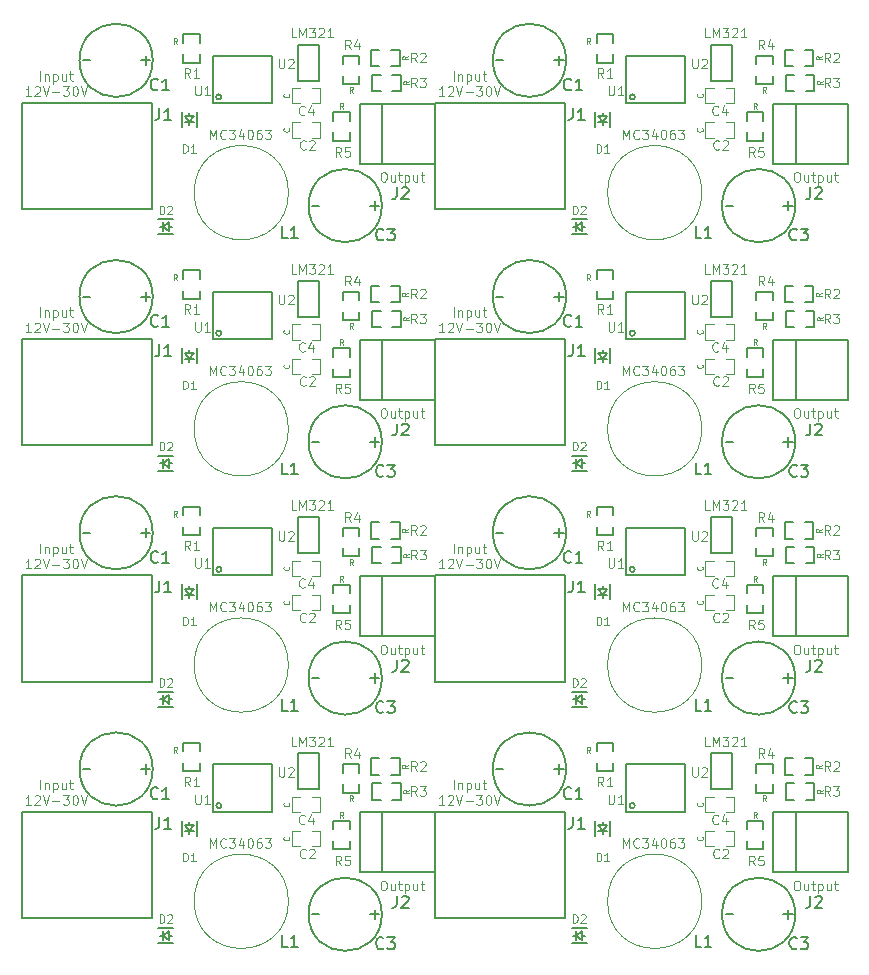
<source format=gto>
G04 #@! TF.FileFunction,Legend,Top*
%FSLAX46Y46*%
G04 Gerber Fmt 4.6, Leading zero omitted, Abs format (unit mm)*
G04 Created by KiCad (PCBNEW 4.0.7-e2-6376~58~ubuntu14.04.1) date Sat Jan 20 11:47:25 2018*
%MOMM*%
%LPD*%
G01*
G04 APERTURE LIST*
%ADD10C,0.100000*%
%ADD11C,0.150000*%
%ADD12C,0.119380*%
%ADD13C,0.120000*%
%ADD14C,0.127000*%
%ADD15C,0.114300*%
G04 APERTURE END LIST*
D10*
X119580952Y-120761905D02*
X119733333Y-120761905D01*
X119809524Y-120800000D01*
X119885714Y-120876190D01*
X119923809Y-121028571D01*
X119923809Y-121295238D01*
X119885714Y-121447619D01*
X119809524Y-121523810D01*
X119733333Y-121561905D01*
X119580952Y-121561905D01*
X119504762Y-121523810D01*
X119428571Y-121447619D01*
X119390476Y-121295238D01*
X119390476Y-121028571D01*
X119428571Y-120876190D01*
X119504762Y-120800000D01*
X119580952Y-120761905D01*
X120609523Y-121028571D02*
X120609523Y-121561905D01*
X120266666Y-121028571D02*
X120266666Y-121447619D01*
X120304761Y-121523810D01*
X120380952Y-121561905D01*
X120495238Y-121561905D01*
X120571428Y-121523810D01*
X120609523Y-121485714D01*
X120876190Y-121028571D02*
X121180952Y-121028571D01*
X120990476Y-120761905D02*
X120990476Y-121447619D01*
X121028571Y-121523810D01*
X121104762Y-121561905D01*
X121180952Y-121561905D01*
X121447619Y-121028571D02*
X121447619Y-121828571D01*
X121447619Y-121066667D02*
X121523810Y-121028571D01*
X121676191Y-121028571D01*
X121752381Y-121066667D01*
X121790476Y-121104762D01*
X121828572Y-121180952D01*
X121828572Y-121409524D01*
X121790476Y-121485714D01*
X121752381Y-121523810D01*
X121676191Y-121561905D01*
X121523810Y-121561905D01*
X121447619Y-121523810D01*
X122514286Y-121028571D02*
X122514286Y-121561905D01*
X122171429Y-121028571D02*
X122171429Y-121447619D01*
X122209524Y-121523810D01*
X122285715Y-121561905D01*
X122400001Y-121561905D01*
X122476191Y-121523810D01*
X122514286Y-121485714D01*
X122780953Y-121028571D02*
X123085715Y-121028571D01*
X122895239Y-120761905D02*
X122895239Y-121447619D01*
X122933334Y-121523810D01*
X123009525Y-121561905D01*
X123085715Y-121561905D01*
X90585714Y-113011905D02*
X90585714Y-112211905D01*
X90966666Y-112478571D02*
X90966666Y-113011905D01*
X90966666Y-112554762D02*
X91004761Y-112516667D01*
X91080952Y-112478571D01*
X91195238Y-112478571D01*
X91271428Y-112516667D01*
X91309523Y-112592857D01*
X91309523Y-113011905D01*
X91690476Y-112478571D02*
X91690476Y-113278571D01*
X91690476Y-112516667D02*
X91766667Y-112478571D01*
X91919048Y-112478571D01*
X91995238Y-112516667D01*
X92033333Y-112554762D01*
X92071429Y-112630952D01*
X92071429Y-112859524D01*
X92033333Y-112935714D01*
X91995238Y-112973810D01*
X91919048Y-113011905D01*
X91766667Y-113011905D01*
X91690476Y-112973810D01*
X92757143Y-112478571D02*
X92757143Y-113011905D01*
X92414286Y-112478571D02*
X92414286Y-112897619D01*
X92452381Y-112973810D01*
X92528572Y-113011905D01*
X92642858Y-113011905D01*
X92719048Y-112973810D01*
X92757143Y-112935714D01*
X93023810Y-112478571D02*
X93328572Y-112478571D01*
X93138096Y-112211905D02*
X93138096Y-112897619D01*
X93176191Y-112973810D01*
X93252382Y-113011905D01*
X93328572Y-113011905D01*
X89804762Y-114311905D02*
X89347619Y-114311905D01*
X89576190Y-114311905D02*
X89576190Y-113511905D01*
X89500000Y-113626190D01*
X89423809Y-113702381D01*
X89347619Y-113740476D01*
X90109524Y-113588095D02*
X90147619Y-113550000D01*
X90223810Y-113511905D01*
X90414286Y-113511905D01*
X90490476Y-113550000D01*
X90528572Y-113588095D01*
X90566667Y-113664286D01*
X90566667Y-113740476D01*
X90528572Y-113854762D01*
X90071429Y-114311905D01*
X90566667Y-114311905D01*
X90795238Y-113511905D02*
X91061905Y-114311905D01*
X91328572Y-113511905D01*
X91595238Y-114007143D02*
X92204762Y-114007143D01*
X92509524Y-113511905D02*
X93004762Y-113511905D01*
X92738095Y-113816667D01*
X92852381Y-113816667D01*
X92928571Y-113854762D01*
X92966667Y-113892857D01*
X93004762Y-113969048D01*
X93004762Y-114159524D01*
X92966667Y-114235714D01*
X92928571Y-114273810D01*
X92852381Y-114311905D01*
X92623809Y-114311905D01*
X92547619Y-114273810D01*
X92509524Y-114235714D01*
X93500000Y-113511905D02*
X93576191Y-113511905D01*
X93652381Y-113550000D01*
X93690476Y-113588095D01*
X93728572Y-113664286D01*
X93766667Y-113816667D01*
X93766667Y-114007143D01*
X93728572Y-114159524D01*
X93690476Y-114235714D01*
X93652381Y-114273810D01*
X93576191Y-114311905D01*
X93500000Y-114311905D01*
X93423810Y-114273810D01*
X93385714Y-114235714D01*
X93347619Y-114159524D01*
X93309524Y-114007143D01*
X93309524Y-113816667D01*
X93347619Y-113664286D01*
X93385714Y-113588095D01*
X93423810Y-113550000D01*
X93500000Y-113511905D01*
X93995238Y-113511905D02*
X94261905Y-114311905D01*
X94528572Y-113511905D01*
X90585714Y-93011905D02*
X90585714Y-92211905D01*
X90966666Y-92478571D02*
X90966666Y-93011905D01*
X90966666Y-92554762D02*
X91004761Y-92516667D01*
X91080952Y-92478571D01*
X91195238Y-92478571D01*
X91271428Y-92516667D01*
X91309523Y-92592857D01*
X91309523Y-93011905D01*
X91690476Y-92478571D02*
X91690476Y-93278571D01*
X91690476Y-92516667D02*
X91766667Y-92478571D01*
X91919048Y-92478571D01*
X91995238Y-92516667D01*
X92033333Y-92554762D01*
X92071429Y-92630952D01*
X92071429Y-92859524D01*
X92033333Y-92935714D01*
X91995238Y-92973810D01*
X91919048Y-93011905D01*
X91766667Y-93011905D01*
X91690476Y-92973810D01*
X92757143Y-92478571D02*
X92757143Y-93011905D01*
X92414286Y-92478571D02*
X92414286Y-92897619D01*
X92452381Y-92973810D01*
X92528572Y-93011905D01*
X92642858Y-93011905D01*
X92719048Y-92973810D01*
X92757143Y-92935714D01*
X93023810Y-92478571D02*
X93328572Y-92478571D01*
X93138096Y-92211905D02*
X93138096Y-92897619D01*
X93176191Y-92973810D01*
X93252382Y-93011905D01*
X93328572Y-93011905D01*
X89804762Y-94311905D02*
X89347619Y-94311905D01*
X89576190Y-94311905D02*
X89576190Y-93511905D01*
X89500000Y-93626190D01*
X89423809Y-93702381D01*
X89347619Y-93740476D01*
X90109524Y-93588095D02*
X90147619Y-93550000D01*
X90223810Y-93511905D01*
X90414286Y-93511905D01*
X90490476Y-93550000D01*
X90528572Y-93588095D01*
X90566667Y-93664286D01*
X90566667Y-93740476D01*
X90528572Y-93854762D01*
X90071429Y-94311905D01*
X90566667Y-94311905D01*
X90795238Y-93511905D02*
X91061905Y-94311905D01*
X91328572Y-93511905D01*
X91595238Y-94007143D02*
X92204762Y-94007143D01*
X92509524Y-93511905D02*
X93004762Y-93511905D01*
X92738095Y-93816667D01*
X92852381Y-93816667D01*
X92928571Y-93854762D01*
X92966667Y-93892857D01*
X93004762Y-93969048D01*
X93004762Y-94159524D01*
X92966667Y-94235714D01*
X92928571Y-94273810D01*
X92852381Y-94311905D01*
X92623809Y-94311905D01*
X92547619Y-94273810D01*
X92509524Y-94235714D01*
X93500000Y-93511905D02*
X93576191Y-93511905D01*
X93652381Y-93550000D01*
X93690476Y-93588095D01*
X93728572Y-93664286D01*
X93766667Y-93816667D01*
X93766667Y-94007143D01*
X93728572Y-94159524D01*
X93690476Y-94235714D01*
X93652381Y-94273810D01*
X93576191Y-94311905D01*
X93500000Y-94311905D01*
X93423810Y-94273810D01*
X93385714Y-94235714D01*
X93347619Y-94159524D01*
X93309524Y-94007143D01*
X93309524Y-93816667D01*
X93347619Y-93664286D01*
X93385714Y-93588095D01*
X93423810Y-93550000D01*
X93500000Y-93511905D01*
X93995238Y-93511905D02*
X94261905Y-94311905D01*
X94528572Y-93511905D01*
X119580952Y-100761905D02*
X119733333Y-100761905D01*
X119809524Y-100800000D01*
X119885714Y-100876190D01*
X119923809Y-101028571D01*
X119923809Y-101295238D01*
X119885714Y-101447619D01*
X119809524Y-101523810D01*
X119733333Y-101561905D01*
X119580952Y-101561905D01*
X119504762Y-101523810D01*
X119428571Y-101447619D01*
X119390476Y-101295238D01*
X119390476Y-101028571D01*
X119428571Y-100876190D01*
X119504762Y-100800000D01*
X119580952Y-100761905D01*
X120609523Y-101028571D02*
X120609523Y-101561905D01*
X120266666Y-101028571D02*
X120266666Y-101447619D01*
X120304761Y-101523810D01*
X120380952Y-101561905D01*
X120495238Y-101561905D01*
X120571428Y-101523810D01*
X120609523Y-101485714D01*
X120876190Y-101028571D02*
X121180952Y-101028571D01*
X120990476Y-100761905D02*
X120990476Y-101447619D01*
X121028571Y-101523810D01*
X121104762Y-101561905D01*
X121180952Y-101561905D01*
X121447619Y-101028571D02*
X121447619Y-101828571D01*
X121447619Y-101066667D02*
X121523810Y-101028571D01*
X121676191Y-101028571D01*
X121752381Y-101066667D01*
X121790476Y-101104762D01*
X121828572Y-101180952D01*
X121828572Y-101409524D01*
X121790476Y-101485714D01*
X121752381Y-101523810D01*
X121676191Y-101561905D01*
X121523810Y-101561905D01*
X121447619Y-101523810D01*
X122514286Y-101028571D02*
X122514286Y-101561905D01*
X122171429Y-101028571D02*
X122171429Y-101447619D01*
X122209524Y-101523810D01*
X122285715Y-101561905D01*
X122400001Y-101561905D01*
X122476191Y-101523810D01*
X122514286Y-101485714D01*
X122780953Y-101028571D02*
X123085715Y-101028571D01*
X122895239Y-100761905D02*
X122895239Y-101447619D01*
X122933334Y-101523810D01*
X123009525Y-101561905D01*
X123085715Y-101561905D01*
X119580952Y-60761905D02*
X119733333Y-60761905D01*
X119809524Y-60800000D01*
X119885714Y-60876190D01*
X119923809Y-61028571D01*
X119923809Y-61295238D01*
X119885714Y-61447619D01*
X119809524Y-61523810D01*
X119733333Y-61561905D01*
X119580952Y-61561905D01*
X119504762Y-61523810D01*
X119428571Y-61447619D01*
X119390476Y-61295238D01*
X119390476Y-61028571D01*
X119428571Y-60876190D01*
X119504762Y-60800000D01*
X119580952Y-60761905D01*
X120609523Y-61028571D02*
X120609523Y-61561905D01*
X120266666Y-61028571D02*
X120266666Y-61447619D01*
X120304761Y-61523810D01*
X120380952Y-61561905D01*
X120495238Y-61561905D01*
X120571428Y-61523810D01*
X120609523Y-61485714D01*
X120876190Y-61028571D02*
X121180952Y-61028571D01*
X120990476Y-60761905D02*
X120990476Y-61447619D01*
X121028571Y-61523810D01*
X121104762Y-61561905D01*
X121180952Y-61561905D01*
X121447619Y-61028571D02*
X121447619Y-61828571D01*
X121447619Y-61066667D02*
X121523810Y-61028571D01*
X121676191Y-61028571D01*
X121752381Y-61066667D01*
X121790476Y-61104762D01*
X121828572Y-61180952D01*
X121828572Y-61409524D01*
X121790476Y-61485714D01*
X121752381Y-61523810D01*
X121676191Y-61561905D01*
X121523810Y-61561905D01*
X121447619Y-61523810D01*
X122514286Y-61028571D02*
X122514286Y-61561905D01*
X122171429Y-61028571D02*
X122171429Y-61447619D01*
X122209524Y-61523810D01*
X122285715Y-61561905D01*
X122400001Y-61561905D01*
X122476191Y-61523810D01*
X122514286Y-61485714D01*
X122780953Y-61028571D02*
X123085715Y-61028571D01*
X122895239Y-60761905D02*
X122895239Y-61447619D01*
X122933334Y-61523810D01*
X123009525Y-61561905D01*
X123085715Y-61561905D01*
X90585714Y-53011905D02*
X90585714Y-52211905D01*
X90966666Y-52478571D02*
X90966666Y-53011905D01*
X90966666Y-52554762D02*
X91004761Y-52516667D01*
X91080952Y-52478571D01*
X91195238Y-52478571D01*
X91271428Y-52516667D01*
X91309523Y-52592857D01*
X91309523Y-53011905D01*
X91690476Y-52478571D02*
X91690476Y-53278571D01*
X91690476Y-52516667D02*
X91766667Y-52478571D01*
X91919048Y-52478571D01*
X91995238Y-52516667D01*
X92033333Y-52554762D01*
X92071429Y-52630952D01*
X92071429Y-52859524D01*
X92033333Y-52935714D01*
X91995238Y-52973810D01*
X91919048Y-53011905D01*
X91766667Y-53011905D01*
X91690476Y-52973810D01*
X92757143Y-52478571D02*
X92757143Y-53011905D01*
X92414286Y-52478571D02*
X92414286Y-52897619D01*
X92452381Y-52973810D01*
X92528572Y-53011905D01*
X92642858Y-53011905D01*
X92719048Y-52973810D01*
X92757143Y-52935714D01*
X93023810Y-52478571D02*
X93328572Y-52478571D01*
X93138096Y-52211905D02*
X93138096Y-52897619D01*
X93176191Y-52973810D01*
X93252382Y-53011905D01*
X93328572Y-53011905D01*
X89804762Y-54311905D02*
X89347619Y-54311905D01*
X89576190Y-54311905D02*
X89576190Y-53511905D01*
X89500000Y-53626190D01*
X89423809Y-53702381D01*
X89347619Y-53740476D01*
X90109524Y-53588095D02*
X90147619Y-53550000D01*
X90223810Y-53511905D01*
X90414286Y-53511905D01*
X90490476Y-53550000D01*
X90528572Y-53588095D01*
X90566667Y-53664286D01*
X90566667Y-53740476D01*
X90528572Y-53854762D01*
X90071429Y-54311905D01*
X90566667Y-54311905D01*
X90795238Y-53511905D02*
X91061905Y-54311905D01*
X91328572Y-53511905D01*
X91595238Y-54007143D02*
X92204762Y-54007143D01*
X92509524Y-53511905D02*
X93004762Y-53511905D01*
X92738095Y-53816667D01*
X92852381Y-53816667D01*
X92928571Y-53854762D01*
X92966667Y-53892857D01*
X93004762Y-53969048D01*
X93004762Y-54159524D01*
X92966667Y-54235714D01*
X92928571Y-54273810D01*
X92852381Y-54311905D01*
X92623809Y-54311905D01*
X92547619Y-54273810D01*
X92509524Y-54235714D01*
X93500000Y-53511905D02*
X93576191Y-53511905D01*
X93652381Y-53550000D01*
X93690476Y-53588095D01*
X93728572Y-53664286D01*
X93766667Y-53816667D01*
X93766667Y-54007143D01*
X93728572Y-54159524D01*
X93690476Y-54235714D01*
X93652381Y-54273810D01*
X93576191Y-54311905D01*
X93500000Y-54311905D01*
X93423810Y-54273810D01*
X93385714Y-54235714D01*
X93347619Y-54159524D01*
X93309524Y-54007143D01*
X93309524Y-53816667D01*
X93347619Y-53664286D01*
X93385714Y-53588095D01*
X93423810Y-53550000D01*
X93500000Y-53511905D01*
X93995238Y-53511905D02*
X94261905Y-54311905D01*
X94528572Y-53511905D01*
X90585714Y-73011905D02*
X90585714Y-72211905D01*
X90966666Y-72478571D02*
X90966666Y-73011905D01*
X90966666Y-72554762D02*
X91004761Y-72516667D01*
X91080952Y-72478571D01*
X91195238Y-72478571D01*
X91271428Y-72516667D01*
X91309523Y-72592857D01*
X91309523Y-73011905D01*
X91690476Y-72478571D02*
X91690476Y-73278571D01*
X91690476Y-72516667D02*
X91766667Y-72478571D01*
X91919048Y-72478571D01*
X91995238Y-72516667D01*
X92033333Y-72554762D01*
X92071429Y-72630952D01*
X92071429Y-72859524D01*
X92033333Y-72935714D01*
X91995238Y-72973810D01*
X91919048Y-73011905D01*
X91766667Y-73011905D01*
X91690476Y-72973810D01*
X92757143Y-72478571D02*
X92757143Y-73011905D01*
X92414286Y-72478571D02*
X92414286Y-72897619D01*
X92452381Y-72973810D01*
X92528572Y-73011905D01*
X92642858Y-73011905D01*
X92719048Y-72973810D01*
X92757143Y-72935714D01*
X93023810Y-72478571D02*
X93328572Y-72478571D01*
X93138096Y-72211905D02*
X93138096Y-72897619D01*
X93176191Y-72973810D01*
X93252382Y-73011905D01*
X93328572Y-73011905D01*
X89804762Y-74311905D02*
X89347619Y-74311905D01*
X89576190Y-74311905D02*
X89576190Y-73511905D01*
X89500000Y-73626190D01*
X89423809Y-73702381D01*
X89347619Y-73740476D01*
X90109524Y-73588095D02*
X90147619Y-73550000D01*
X90223810Y-73511905D01*
X90414286Y-73511905D01*
X90490476Y-73550000D01*
X90528572Y-73588095D01*
X90566667Y-73664286D01*
X90566667Y-73740476D01*
X90528572Y-73854762D01*
X90071429Y-74311905D01*
X90566667Y-74311905D01*
X90795238Y-73511905D02*
X91061905Y-74311905D01*
X91328572Y-73511905D01*
X91595238Y-74007143D02*
X92204762Y-74007143D01*
X92509524Y-73511905D02*
X93004762Y-73511905D01*
X92738095Y-73816667D01*
X92852381Y-73816667D01*
X92928571Y-73854762D01*
X92966667Y-73892857D01*
X93004762Y-73969048D01*
X93004762Y-74159524D01*
X92966667Y-74235714D01*
X92928571Y-74273810D01*
X92852381Y-74311905D01*
X92623809Y-74311905D01*
X92547619Y-74273810D01*
X92509524Y-74235714D01*
X93500000Y-73511905D02*
X93576191Y-73511905D01*
X93652381Y-73550000D01*
X93690476Y-73588095D01*
X93728572Y-73664286D01*
X93766667Y-73816667D01*
X93766667Y-74007143D01*
X93728572Y-74159524D01*
X93690476Y-74235714D01*
X93652381Y-74273810D01*
X93576191Y-74311905D01*
X93500000Y-74311905D01*
X93423810Y-74273810D01*
X93385714Y-74235714D01*
X93347619Y-74159524D01*
X93309524Y-74007143D01*
X93309524Y-73816667D01*
X93347619Y-73664286D01*
X93385714Y-73588095D01*
X93423810Y-73550000D01*
X93500000Y-73511905D01*
X93995238Y-73511905D02*
X94261905Y-74311905D01*
X94528572Y-73511905D01*
X119580952Y-80761905D02*
X119733333Y-80761905D01*
X119809524Y-80800000D01*
X119885714Y-80876190D01*
X119923809Y-81028571D01*
X119923809Y-81295238D01*
X119885714Y-81447619D01*
X119809524Y-81523810D01*
X119733333Y-81561905D01*
X119580952Y-81561905D01*
X119504762Y-81523810D01*
X119428571Y-81447619D01*
X119390476Y-81295238D01*
X119390476Y-81028571D01*
X119428571Y-80876190D01*
X119504762Y-80800000D01*
X119580952Y-80761905D01*
X120609523Y-81028571D02*
X120609523Y-81561905D01*
X120266666Y-81028571D02*
X120266666Y-81447619D01*
X120304761Y-81523810D01*
X120380952Y-81561905D01*
X120495238Y-81561905D01*
X120571428Y-81523810D01*
X120609523Y-81485714D01*
X120876190Y-81028571D02*
X121180952Y-81028571D01*
X120990476Y-80761905D02*
X120990476Y-81447619D01*
X121028571Y-81523810D01*
X121104762Y-81561905D01*
X121180952Y-81561905D01*
X121447619Y-81028571D02*
X121447619Y-81828571D01*
X121447619Y-81066667D02*
X121523810Y-81028571D01*
X121676191Y-81028571D01*
X121752381Y-81066667D01*
X121790476Y-81104762D01*
X121828572Y-81180952D01*
X121828572Y-81409524D01*
X121790476Y-81485714D01*
X121752381Y-81523810D01*
X121676191Y-81561905D01*
X121523810Y-81561905D01*
X121447619Y-81523810D01*
X122514286Y-81028571D02*
X122514286Y-81561905D01*
X122171429Y-81028571D02*
X122171429Y-81447619D01*
X122209524Y-81523810D01*
X122285715Y-81561905D01*
X122400001Y-81561905D01*
X122476191Y-81523810D01*
X122514286Y-81485714D01*
X122780953Y-81028571D02*
X123085715Y-81028571D01*
X122895239Y-80761905D02*
X122895239Y-81447619D01*
X122933334Y-81523810D01*
X123009525Y-81561905D01*
X123085715Y-81561905D01*
X154580952Y-80761905D02*
X154733333Y-80761905D01*
X154809524Y-80800000D01*
X154885714Y-80876190D01*
X154923809Y-81028571D01*
X154923809Y-81295238D01*
X154885714Y-81447619D01*
X154809524Y-81523810D01*
X154733333Y-81561905D01*
X154580952Y-81561905D01*
X154504762Y-81523810D01*
X154428571Y-81447619D01*
X154390476Y-81295238D01*
X154390476Y-81028571D01*
X154428571Y-80876190D01*
X154504762Y-80800000D01*
X154580952Y-80761905D01*
X155609523Y-81028571D02*
X155609523Y-81561905D01*
X155266666Y-81028571D02*
X155266666Y-81447619D01*
X155304761Y-81523810D01*
X155380952Y-81561905D01*
X155495238Y-81561905D01*
X155571428Y-81523810D01*
X155609523Y-81485714D01*
X155876190Y-81028571D02*
X156180952Y-81028571D01*
X155990476Y-80761905D02*
X155990476Y-81447619D01*
X156028571Y-81523810D01*
X156104762Y-81561905D01*
X156180952Y-81561905D01*
X156447619Y-81028571D02*
X156447619Y-81828571D01*
X156447619Y-81066667D02*
X156523810Y-81028571D01*
X156676191Y-81028571D01*
X156752381Y-81066667D01*
X156790476Y-81104762D01*
X156828572Y-81180952D01*
X156828572Y-81409524D01*
X156790476Y-81485714D01*
X156752381Y-81523810D01*
X156676191Y-81561905D01*
X156523810Y-81561905D01*
X156447619Y-81523810D01*
X157514286Y-81028571D02*
X157514286Y-81561905D01*
X157171429Y-81028571D02*
X157171429Y-81447619D01*
X157209524Y-81523810D01*
X157285715Y-81561905D01*
X157400001Y-81561905D01*
X157476191Y-81523810D01*
X157514286Y-81485714D01*
X157780953Y-81028571D02*
X158085715Y-81028571D01*
X157895239Y-80761905D02*
X157895239Y-81447619D01*
X157933334Y-81523810D01*
X158009525Y-81561905D01*
X158085715Y-81561905D01*
X125585714Y-73011905D02*
X125585714Y-72211905D01*
X125966666Y-72478571D02*
X125966666Y-73011905D01*
X125966666Y-72554762D02*
X126004761Y-72516667D01*
X126080952Y-72478571D01*
X126195238Y-72478571D01*
X126271428Y-72516667D01*
X126309523Y-72592857D01*
X126309523Y-73011905D01*
X126690476Y-72478571D02*
X126690476Y-73278571D01*
X126690476Y-72516667D02*
X126766667Y-72478571D01*
X126919048Y-72478571D01*
X126995238Y-72516667D01*
X127033333Y-72554762D01*
X127071429Y-72630952D01*
X127071429Y-72859524D01*
X127033333Y-72935714D01*
X126995238Y-72973810D01*
X126919048Y-73011905D01*
X126766667Y-73011905D01*
X126690476Y-72973810D01*
X127757143Y-72478571D02*
X127757143Y-73011905D01*
X127414286Y-72478571D02*
X127414286Y-72897619D01*
X127452381Y-72973810D01*
X127528572Y-73011905D01*
X127642858Y-73011905D01*
X127719048Y-72973810D01*
X127757143Y-72935714D01*
X128023810Y-72478571D02*
X128328572Y-72478571D01*
X128138096Y-72211905D02*
X128138096Y-72897619D01*
X128176191Y-72973810D01*
X128252382Y-73011905D01*
X128328572Y-73011905D01*
X124804762Y-74311905D02*
X124347619Y-74311905D01*
X124576190Y-74311905D02*
X124576190Y-73511905D01*
X124500000Y-73626190D01*
X124423809Y-73702381D01*
X124347619Y-73740476D01*
X125109524Y-73588095D02*
X125147619Y-73550000D01*
X125223810Y-73511905D01*
X125414286Y-73511905D01*
X125490476Y-73550000D01*
X125528572Y-73588095D01*
X125566667Y-73664286D01*
X125566667Y-73740476D01*
X125528572Y-73854762D01*
X125071429Y-74311905D01*
X125566667Y-74311905D01*
X125795238Y-73511905D02*
X126061905Y-74311905D01*
X126328572Y-73511905D01*
X126595238Y-74007143D02*
X127204762Y-74007143D01*
X127509524Y-73511905D02*
X128004762Y-73511905D01*
X127738095Y-73816667D01*
X127852381Y-73816667D01*
X127928571Y-73854762D01*
X127966667Y-73892857D01*
X128004762Y-73969048D01*
X128004762Y-74159524D01*
X127966667Y-74235714D01*
X127928571Y-74273810D01*
X127852381Y-74311905D01*
X127623809Y-74311905D01*
X127547619Y-74273810D01*
X127509524Y-74235714D01*
X128500000Y-73511905D02*
X128576191Y-73511905D01*
X128652381Y-73550000D01*
X128690476Y-73588095D01*
X128728572Y-73664286D01*
X128766667Y-73816667D01*
X128766667Y-74007143D01*
X128728572Y-74159524D01*
X128690476Y-74235714D01*
X128652381Y-74273810D01*
X128576191Y-74311905D01*
X128500000Y-74311905D01*
X128423810Y-74273810D01*
X128385714Y-74235714D01*
X128347619Y-74159524D01*
X128309524Y-74007143D01*
X128309524Y-73816667D01*
X128347619Y-73664286D01*
X128385714Y-73588095D01*
X128423810Y-73550000D01*
X128500000Y-73511905D01*
X128995238Y-73511905D02*
X129261905Y-74311905D01*
X129528572Y-73511905D01*
X125585714Y-53011905D02*
X125585714Y-52211905D01*
X125966666Y-52478571D02*
X125966666Y-53011905D01*
X125966666Y-52554762D02*
X126004761Y-52516667D01*
X126080952Y-52478571D01*
X126195238Y-52478571D01*
X126271428Y-52516667D01*
X126309523Y-52592857D01*
X126309523Y-53011905D01*
X126690476Y-52478571D02*
X126690476Y-53278571D01*
X126690476Y-52516667D02*
X126766667Y-52478571D01*
X126919048Y-52478571D01*
X126995238Y-52516667D01*
X127033333Y-52554762D01*
X127071429Y-52630952D01*
X127071429Y-52859524D01*
X127033333Y-52935714D01*
X126995238Y-52973810D01*
X126919048Y-53011905D01*
X126766667Y-53011905D01*
X126690476Y-52973810D01*
X127757143Y-52478571D02*
X127757143Y-53011905D01*
X127414286Y-52478571D02*
X127414286Y-52897619D01*
X127452381Y-52973810D01*
X127528572Y-53011905D01*
X127642858Y-53011905D01*
X127719048Y-52973810D01*
X127757143Y-52935714D01*
X128023810Y-52478571D02*
X128328572Y-52478571D01*
X128138096Y-52211905D02*
X128138096Y-52897619D01*
X128176191Y-52973810D01*
X128252382Y-53011905D01*
X128328572Y-53011905D01*
X124804762Y-54311905D02*
X124347619Y-54311905D01*
X124576190Y-54311905D02*
X124576190Y-53511905D01*
X124500000Y-53626190D01*
X124423809Y-53702381D01*
X124347619Y-53740476D01*
X125109524Y-53588095D02*
X125147619Y-53550000D01*
X125223810Y-53511905D01*
X125414286Y-53511905D01*
X125490476Y-53550000D01*
X125528572Y-53588095D01*
X125566667Y-53664286D01*
X125566667Y-53740476D01*
X125528572Y-53854762D01*
X125071429Y-54311905D01*
X125566667Y-54311905D01*
X125795238Y-53511905D02*
X126061905Y-54311905D01*
X126328572Y-53511905D01*
X126595238Y-54007143D02*
X127204762Y-54007143D01*
X127509524Y-53511905D02*
X128004762Y-53511905D01*
X127738095Y-53816667D01*
X127852381Y-53816667D01*
X127928571Y-53854762D01*
X127966667Y-53892857D01*
X128004762Y-53969048D01*
X128004762Y-54159524D01*
X127966667Y-54235714D01*
X127928571Y-54273810D01*
X127852381Y-54311905D01*
X127623809Y-54311905D01*
X127547619Y-54273810D01*
X127509524Y-54235714D01*
X128500000Y-53511905D02*
X128576191Y-53511905D01*
X128652381Y-53550000D01*
X128690476Y-53588095D01*
X128728572Y-53664286D01*
X128766667Y-53816667D01*
X128766667Y-54007143D01*
X128728572Y-54159524D01*
X128690476Y-54235714D01*
X128652381Y-54273810D01*
X128576191Y-54311905D01*
X128500000Y-54311905D01*
X128423810Y-54273810D01*
X128385714Y-54235714D01*
X128347619Y-54159524D01*
X128309524Y-54007143D01*
X128309524Y-53816667D01*
X128347619Y-53664286D01*
X128385714Y-53588095D01*
X128423810Y-53550000D01*
X128500000Y-53511905D01*
X128995238Y-53511905D02*
X129261905Y-54311905D01*
X129528572Y-53511905D01*
X154580952Y-60761905D02*
X154733333Y-60761905D01*
X154809524Y-60800000D01*
X154885714Y-60876190D01*
X154923809Y-61028571D01*
X154923809Y-61295238D01*
X154885714Y-61447619D01*
X154809524Y-61523810D01*
X154733333Y-61561905D01*
X154580952Y-61561905D01*
X154504762Y-61523810D01*
X154428571Y-61447619D01*
X154390476Y-61295238D01*
X154390476Y-61028571D01*
X154428571Y-60876190D01*
X154504762Y-60800000D01*
X154580952Y-60761905D01*
X155609523Y-61028571D02*
X155609523Y-61561905D01*
X155266666Y-61028571D02*
X155266666Y-61447619D01*
X155304761Y-61523810D01*
X155380952Y-61561905D01*
X155495238Y-61561905D01*
X155571428Y-61523810D01*
X155609523Y-61485714D01*
X155876190Y-61028571D02*
X156180952Y-61028571D01*
X155990476Y-60761905D02*
X155990476Y-61447619D01*
X156028571Y-61523810D01*
X156104762Y-61561905D01*
X156180952Y-61561905D01*
X156447619Y-61028571D02*
X156447619Y-61828571D01*
X156447619Y-61066667D02*
X156523810Y-61028571D01*
X156676191Y-61028571D01*
X156752381Y-61066667D01*
X156790476Y-61104762D01*
X156828572Y-61180952D01*
X156828572Y-61409524D01*
X156790476Y-61485714D01*
X156752381Y-61523810D01*
X156676191Y-61561905D01*
X156523810Y-61561905D01*
X156447619Y-61523810D01*
X157514286Y-61028571D02*
X157514286Y-61561905D01*
X157171429Y-61028571D02*
X157171429Y-61447619D01*
X157209524Y-61523810D01*
X157285715Y-61561905D01*
X157400001Y-61561905D01*
X157476191Y-61523810D01*
X157514286Y-61485714D01*
X157780953Y-61028571D02*
X158085715Y-61028571D01*
X157895239Y-60761905D02*
X157895239Y-61447619D01*
X157933334Y-61523810D01*
X158009525Y-61561905D01*
X158085715Y-61561905D01*
X154580952Y-100761905D02*
X154733333Y-100761905D01*
X154809524Y-100800000D01*
X154885714Y-100876190D01*
X154923809Y-101028571D01*
X154923809Y-101295238D01*
X154885714Y-101447619D01*
X154809524Y-101523810D01*
X154733333Y-101561905D01*
X154580952Y-101561905D01*
X154504762Y-101523810D01*
X154428571Y-101447619D01*
X154390476Y-101295238D01*
X154390476Y-101028571D01*
X154428571Y-100876190D01*
X154504762Y-100800000D01*
X154580952Y-100761905D01*
X155609523Y-101028571D02*
X155609523Y-101561905D01*
X155266666Y-101028571D02*
X155266666Y-101447619D01*
X155304761Y-101523810D01*
X155380952Y-101561905D01*
X155495238Y-101561905D01*
X155571428Y-101523810D01*
X155609523Y-101485714D01*
X155876190Y-101028571D02*
X156180952Y-101028571D01*
X155990476Y-100761905D02*
X155990476Y-101447619D01*
X156028571Y-101523810D01*
X156104762Y-101561905D01*
X156180952Y-101561905D01*
X156447619Y-101028571D02*
X156447619Y-101828571D01*
X156447619Y-101066667D02*
X156523810Y-101028571D01*
X156676191Y-101028571D01*
X156752381Y-101066667D01*
X156790476Y-101104762D01*
X156828572Y-101180952D01*
X156828572Y-101409524D01*
X156790476Y-101485714D01*
X156752381Y-101523810D01*
X156676191Y-101561905D01*
X156523810Y-101561905D01*
X156447619Y-101523810D01*
X157514286Y-101028571D02*
X157514286Y-101561905D01*
X157171429Y-101028571D02*
X157171429Y-101447619D01*
X157209524Y-101523810D01*
X157285715Y-101561905D01*
X157400001Y-101561905D01*
X157476191Y-101523810D01*
X157514286Y-101485714D01*
X157780953Y-101028571D02*
X158085715Y-101028571D01*
X157895239Y-100761905D02*
X157895239Y-101447619D01*
X157933334Y-101523810D01*
X158009525Y-101561905D01*
X158085715Y-101561905D01*
X125585714Y-93011905D02*
X125585714Y-92211905D01*
X125966666Y-92478571D02*
X125966666Y-93011905D01*
X125966666Y-92554762D02*
X126004761Y-92516667D01*
X126080952Y-92478571D01*
X126195238Y-92478571D01*
X126271428Y-92516667D01*
X126309523Y-92592857D01*
X126309523Y-93011905D01*
X126690476Y-92478571D02*
X126690476Y-93278571D01*
X126690476Y-92516667D02*
X126766667Y-92478571D01*
X126919048Y-92478571D01*
X126995238Y-92516667D01*
X127033333Y-92554762D01*
X127071429Y-92630952D01*
X127071429Y-92859524D01*
X127033333Y-92935714D01*
X126995238Y-92973810D01*
X126919048Y-93011905D01*
X126766667Y-93011905D01*
X126690476Y-92973810D01*
X127757143Y-92478571D02*
X127757143Y-93011905D01*
X127414286Y-92478571D02*
X127414286Y-92897619D01*
X127452381Y-92973810D01*
X127528572Y-93011905D01*
X127642858Y-93011905D01*
X127719048Y-92973810D01*
X127757143Y-92935714D01*
X128023810Y-92478571D02*
X128328572Y-92478571D01*
X128138096Y-92211905D02*
X128138096Y-92897619D01*
X128176191Y-92973810D01*
X128252382Y-93011905D01*
X128328572Y-93011905D01*
X124804762Y-94311905D02*
X124347619Y-94311905D01*
X124576190Y-94311905D02*
X124576190Y-93511905D01*
X124500000Y-93626190D01*
X124423809Y-93702381D01*
X124347619Y-93740476D01*
X125109524Y-93588095D02*
X125147619Y-93550000D01*
X125223810Y-93511905D01*
X125414286Y-93511905D01*
X125490476Y-93550000D01*
X125528572Y-93588095D01*
X125566667Y-93664286D01*
X125566667Y-93740476D01*
X125528572Y-93854762D01*
X125071429Y-94311905D01*
X125566667Y-94311905D01*
X125795238Y-93511905D02*
X126061905Y-94311905D01*
X126328572Y-93511905D01*
X126595238Y-94007143D02*
X127204762Y-94007143D01*
X127509524Y-93511905D02*
X128004762Y-93511905D01*
X127738095Y-93816667D01*
X127852381Y-93816667D01*
X127928571Y-93854762D01*
X127966667Y-93892857D01*
X128004762Y-93969048D01*
X128004762Y-94159524D01*
X127966667Y-94235714D01*
X127928571Y-94273810D01*
X127852381Y-94311905D01*
X127623809Y-94311905D01*
X127547619Y-94273810D01*
X127509524Y-94235714D01*
X128500000Y-93511905D02*
X128576191Y-93511905D01*
X128652381Y-93550000D01*
X128690476Y-93588095D01*
X128728572Y-93664286D01*
X128766667Y-93816667D01*
X128766667Y-94007143D01*
X128728572Y-94159524D01*
X128690476Y-94235714D01*
X128652381Y-94273810D01*
X128576191Y-94311905D01*
X128500000Y-94311905D01*
X128423810Y-94273810D01*
X128385714Y-94235714D01*
X128347619Y-94159524D01*
X128309524Y-94007143D01*
X128309524Y-93816667D01*
X128347619Y-93664286D01*
X128385714Y-93588095D01*
X128423810Y-93550000D01*
X128500000Y-93511905D01*
X128995238Y-93511905D02*
X129261905Y-94311905D01*
X129528572Y-93511905D01*
X125585714Y-113011905D02*
X125585714Y-112211905D01*
X125966666Y-112478571D02*
X125966666Y-113011905D01*
X125966666Y-112554762D02*
X126004761Y-112516667D01*
X126080952Y-112478571D01*
X126195238Y-112478571D01*
X126271428Y-112516667D01*
X126309523Y-112592857D01*
X126309523Y-113011905D01*
X126690476Y-112478571D02*
X126690476Y-113278571D01*
X126690476Y-112516667D02*
X126766667Y-112478571D01*
X126919048Y-112478571D01*
X126995238Y-112516667D01*
X127033333Y-112554762D01*
X127071429Y-112630952D01*
X127071429Y-112859524D01*
X127033333Y-112935714D01*
X126995238Y-112973810D01*
X126919048Y-113011905D01*
X126766667Y-113011905D01*
X126690476Y-112973810D01*
X127757143Y-112478571D02*
X127757143Y-113011905D01*
X127414286Y-112478571D02*
X127414286Y-112897619D01*
X127452381Y-112973810D01*
X127528572Y-113011905D01*
X127642858Y-113011905D01*
X127719048Y-112973810D01*
X127757143Y-112935714D01*
X128023810Y-112478571D02*
X128328572Y-112478571D01*
X128138096Y-112211905D02*
X128138096Y-112897619D01*
X128176191Y-112973810D01*
X128252382Y-113011905D01*
X128328572Y-113011905D01*
X124804762Y-114311905D02*
X124347619Y-114311905D01*
X124576190Y-114311905D02*
X124576190Y-113511905D01*
X124500000Y-113626190D01*
X124423809Y-113702381D01*
X124347619Y-113740476D01*
X125109524Y-113588095D02*
X125147619Y-113550000D01*
X125223810Y-113511905D01*
X125414286Y-113511905D01*
X125490476Y-113550000D01*
X125528572Y-113588095D01*
X125566667Y-113664286D01*
X125566667Y-113740476D01*
X125528572Y-113854762D01*
X125071429Y-114311905D01*
X125566667Y-114311905D01*
X125795238Y-113511905D02*
X126061905Y-114311905D01*
X126328572Y-113511905D01*
X126595238Y-114007143D02*
X127204762Y-114007143D01*
X127509524Y-113511905D02*
X128004762Y-113511905D01*
X127738095Y-113816667D01*
X127852381Y-113816667D01*
X127928571Y-113854762D01*
X127966667Y-113892857D01*
X128004762Y-113969048D01*
X128004762Y-114159524D01*
X127966667Y-114235714D01*
X127928571Y-114273810D01*
X127852381Y-114311905D01*
X127623809Y-114311905D01*
X127547619Y-114273810D01*
X127509524Y-114235714D01*
X128500000Y-113511905D02*
X128576191Y-113511905D01*
X128652381Y-113550000D01*
X128690476Y-113588095D01*
X128728572Y-113664286D01*
X128766667Y-113816667D01*
X128766667Y-114007143D01*
X128728572Y-114159524D01*
X128690476Y-114235714D01*
X128652381Y-114273810D01*
X128576191Y-114311905D01*
X128500000Y-114311905D01*
X128423810Y-114273810D01*
X128385714Y-114235714D01*
X128347619Y-114159524D01*
X128309524Y-114007143D01*
X128309524Y-113816667D01*
X128347619Y-113664286D01*
X128385714Y-113588095D01*
X128423810Y-113550000D01*
X128500000Y-113511905D01*
X128995238Y-113511905D02*
X129261905Y-114311905D01*
X129528572Y-113511905D01*
X154580952Y-120761905D02*
X154733333Y-120761905D01*
X154809524Y-120800000D01*
X154885714Y-120876190D01*
X154923809Y-121028571D01*
X154923809Y-121295238D01*
X154885714Y-121447619D01*
X154809524Y-121523810D01*
X154733333Y-121561905D01*
X154580952Y-121561905D01*
X154504762Y-121523810D01*
X154428571Y-121447619D01*
X154390476Y-121295238D01*
X154390476Y-121028571D01*
X154428571Y-120876190D01*
X154504762Y-120800000D01*
X154580952Y-120761905D01*
X155609523Y-121028571D02*
X155609523Y-121561905D01*
X155266666Y-121028571D02*
X155266666Y-121447619D01*
X155304761Y-121523810D01*
X155380952Y-121561905D01*
X155495238Y-121561905D01*
X155571428Y-121523810D01*
X155609523Y-121485714D01*
X155876190Y-121028571D02*
X156180952Y-121028571D01*
X155990476Y-120761905D02*
X155990476Y-121447619D01*
X156028571Y-121523810D01*
X156104762Y-121561905D01*
X156180952Y-121561905D01*
X156447619Y-121028571D02*
X156447619Y-121828571D01*
X156447619Y-121066667D02*
X156523810Y-121028571D01*
X156676191Y-121028571D01*
X156752381Y-121066667D01*
X156790476Y-121104762D01*
X156828572Y-121180952D01*
X156828572Y-121409524D01*
X156790476Y-121485714D01*
X156752381Y-121523810D01*
X156676191Y-121561905D01*
X156523810Y-121561905D01*
X156447619Y-121523810D01*
X157514286Y-121028571D02*
X157514286Y-121561905D01*
X157171429Y-121028571D02*
X157171429Y-121447619D01*
X157209524Y-121523810D01*
X157285715Y-121561905D01*
X157400001Y-121561905D01*
X157476191Y-121523810D01*
X157514286Y-121485714D01*
X157780953Y-121028571D02*
X158085715Y-121028571D01*
X157895239Y-120761905D02*
X157895239Y-121447619D01*
X157933334Y-121523810D01*
X158009525Y-121561905D01*
X158085715Y-121561905D01*
D11*
X88999500Y-114899120D02*
X88999500Y-123900880D01*
X88999500Y-123900880D02*
X100000240Y-123900880D01*
X100000240Y-123900880D02*
X100000240Y-114899120D01*
X100000240Y-114899120D02*
X88999500Y-114899120D01*
D12*
X113600380Y-117850240D02*
X114298880Y-117850240D01*
X112599620Y-117850240D02*
X111901120Y-117850240D01*
X113600380Y-116549760D02*
X114298880Y-116549760D01*
X111901120Y-116549760D02*
X112599620Y-116549760D01*
X114298880Y-116565000D02*
X114298880Y-117835000D01*
X111901120Y-117835000D02*
X111901120Y-116565000D01*
D11*
X103200000Y-116554000D02*
X103200000Y-116808000D01*
X103200000Y-116046000D02*
X103200000Y-115792000D01*
X103200000Y-116554000D02*
X102819000Y-116046000D01*
X102819000Y-116046000D02*
X103581000Y-116046000D01*
X103581000Y-116046000D02*
X103200000Y-116554000D01*
X103581000Y-116554000D02*
X102819000Y-116554000D01*
X102565000Y-115665000D02*
X102565000Y-116935000D01*
X103835000Y-115665000D02*
X103835000Y-116935000D01*
X100946000Y-125400000D02*
X100692000Y-125400000D01*
X101454000Y-125400000D02*
X101708000Y-125400000D01*
X100946000Y-125400000D02*
X101454000Y-125019000D01*
X101454000Y-125019000D02*
X101454000Y-125781000D01*
X101454000Y-125781000D02*
X100946000Y-125400000D01*
X100946000Y-125781000D02*
X100946000Y-125019000D01*
X101835000Y-124765000D02*
X100565000Y-124765000D01*
X101835000Y-126035000D02*
X100565000Y-126035000D01*
X119530000Y-114960000D02*
X119530000Y-120040000D01*
X123975000Y-114960000D02*
X123975000Y-120040000D01*
X117625000Y-120040000D02*
X117625000Y-114960000D01*
X117625000Y-120040000D02*
X123975000Y-120040000D01*
X117625000Y-114960000D02*
X123975000Y-114960000D01*
D13*
X111590000Y-122500000D02*
G75*
G03X111590000Y-122500000I-3990000J0D01*
G01*
D14*
X104098500Y-109799620D02*
X104098500Y-109093500D01*
X104098500Y-109093500D02*
X102701500Y-109093500D01*
X102701500Y-109093500D02*
X102701500Y-109799620D01*
X104098500Y-111506500D02*
X104098500Y-110800380D01*
X104098500Y-111506500D02*
X102701500Y-111506500D01*
X102701500Y-111506500D02*
X102701500Y-110800380D01*
X120300380Y-111798500D02*
X121006500Y-111798500D01*
X121006500Y-111798500D02*
X121006500Y-110401500D01*
X121006500Y-110401500D02*
X120300380Y-110401500D01*
X118593500Y-111798500D02*
X119299620Y-111798500D01*
X118593500Y-111798500D02*
X118593500Y-110401500D01*
X118593500Y-110401500D02*
X119299620Y-110401500D01*
X120400380Y-113898500D02*
X121106500Y-113898500D01*
X121106500Y-113898500D02*
X121106500Y-112501500D01*
X121106500Y-112501500D02*
X120400380Y-112501500D01*
X118693500Y-113898500D02*
X119399620Y-113898500D01*
X118693500Y-113898500D02*
X118693500Y-112501500D01*
X118693500Y-112501500D02*
X119399620Y-112501500D01*
X116201500Y-112600380D02*
X116201500Y-113306500D01*
X116201500Y-113306500D02*
X117598500Y-113306500D01*
X117598500Y-113306500D02*
X117598500Y-112600380D01*
X116201500Y-110893500D02*
X116201500Y-111599620D01*
X116201500Y-110893500D02*
X117598500Y-110893500D01*
X117598500Y-110893500D02*
X117598500Y-111599620D01*
X116798500Y-116399620D02*
X116798500Y-115693500D01*
X116798500Y-115693500D02*
X115401500Y-115693500D01*
X115401500Y-115693500D02*
X115401500Y-116399620D01*
X116798500Y-118106500D02*
X116798500Y-117400380D01*
X116798500Y-118106500D02*
X115401500Y-118106500D01*
X115401500Y-118106500D02*
X115401500Y-117400380D01*
X112411000Y-109976000D02*
X114189000Y-109976000D01*
X114189000Y-109976000D02*
X114189000Y-113024000D01*
X114189000Y-113024000D02*
X112411000Y-113024000D01*
X112411000Y-113024000D02*
X112411000Y-109976000D01*
D12*
X113600380Y-114950240D02*
X114298880Y-114950240D01*
X112599620Y-114950240D02*
X111901120Y-114950240D01*
X113600380Y-113649760D02*
X114298880Y-113649760D01*
X111901120Y-113649760D02*
X112599620Y-113649760D01*
X114298880Y-113665000D02*
X114298880Y-114935000D01*
X111901120Y-114935000D02*
X111901120Y-113665000D01*
D11*
X105923607Y-114400000D02*
G75*
G03X105923607Y-114400000I-223607J0D01*
G01*
X105200000Y-110900000D02*
X110200000Y-110900000D01*
X110200000Y-110900000D02*
X110200000Y-114900000D01*
X110200000Y-114900000D02*
X105200000Y-114900000D01*
X105200000Y-114900000D02*
X105200000Y-110900000D01*
X94800000Y-111300000D02*
X94200000Y-111300000D01*
X99500000Y-110900000D02*
X99500000Y-111700000D01*
X99100000Y-111300000D02*
X99900000Y-111300000D01*
X100100000Y-111300000D02*
G75*
G03X100100000Y-111300000I-3100000J0D01*
G01*
X114200000Y-123600000D02*
X113600000Y-123600000D01*
X118900000Y-123200000D02*
X118900000Y-124000000D01*
X118500000Y-123600000D02*
X119300000Y-123600000D01*
X119500000Y-123600000D02*
G75*
G03X119500000Y-123600000I-3100000J0D01*
G01*
X114200000Y-103600000D02*
X113600000Y-103600000D01*
X118900000Y-103200000D02*
X118900000Y-104000000D01*
X118500000Y-103600000D02*
X119300000Y-103600000D01*
X119500000Y-103600000D02*
G75*
G03X119500000Y-103600000I-3100000J0D01*
G01*
X94800000Y-91300000D02*
X94200000Y-91300000D01*
X99500000Y-90900000D02*
X99500000Y-91700000D01*
X99100000Y-91300000D02*
X99900000Y-91300000D01*
X100100000Y-91300000D02*
G75*
G03X100100000Y-91300000I-3100000J0D01*
G01*
X105923607Y-94400000D02*
G75*
G03X105923607Y-94400000I-223607J0D01*
G01*
X105200000Y-90900000D02*
X110200000Y-90900000D01*
X110200000Y-90900000D02*
X110200000Y-94900000D01*
X110200000Y-94900000D02*
X105200000Y-94900000D01*
X105200000Y-94900000D02*
X105200000Y-90900000D01*
D12*
X113600380Y-94950240D02*
X114298880Y-94950240D01*
X112599620Y-94950240D02*
X111901120Y-94950240D01*
X113600380Y-93649760D02*
X114298880Y-93649760D01*
X111901120Y-93649760D02*
X112599620Y-93649760D01*
X114298880Y-93665000D02*
X114298880Y-94935000D01*
X111901120Y-94935000D02*
X111901120Y-93665000D01*
D14*
X112411000Y-89976000D02*
X114189000Y-89976000D01*
X114189000Y-89976000D02*
X114189000Y-93024000D01*
X114189000Y-93024000D02*
X112411000Y-93024000D01*
X112411000Y-93024000D02*
X112411000Y-89976000D01*
X116798500Y-96399620D02*
X116798500Y-95693500D01*
X116798500Y-95693500D02*
X115401500Y-95693500D01*
X115401500Y-95693500D02*
X115401500Y-96399620D01*
X116798500Y-98106500D02*
X116798500Y-97400380D01*
X116798500Y-98106500D02*
X115401500Y-98106500D01*
X115401500Y-98106500D02*
X115401500Y-97400380D01*
X116201500Y-92600380D02*
X116201500Y-93306500D01*
X116201500Y-93306500D02*
X117598500Y-93306500D01*
X117598500Y-93306500D02*
X117598500Y-92600380D01*
X116201500Y-90893500D02*
X116201500Y-91599620D01*
X116201500Y-90893500D02*
X117598500Y-90893500D01*
X117598500Y-90893500D02*
X117598500Y-91599620D01*
X120400380Y-93898500D02*
X121106500Y-93898500D01*
X121106500Y-93898500D02*
X121106500Y-92501500D01*
X121106500Y-92501500D02*
X120400380Y-92501500D01*
X118693500Y-93898500D02*
X119399620Y-93898500D01*
X118693500Y-93898500D02*
X118693500Y-92501500D01*
X118693500Y-92501500D02*
X119399620Y-92501500D01*
X120300380Y-91798500D02*
X121006500Y-91798500D01*
X121006500Y-91798500D02*
X121006500Y-90401500D01*
X121006500Y-90401500D02*
X120300380Y-90401500D01*
X118593500Y-91798500D02*
X119299620Y-91798500D01*
X118593500Y-91798500D02*
X118593500Y-90401500D01*
X118593500Y-90401500D02*
X119299620Y-90401500D01*
X104098500Y-89799620D02*
X104098500Y-89093500D01*
X104098500Y-89093500D02*
X102701500Y-89093500D01*
X102701500Y-89093500D02*
X102701500Y-89799620D01*
X104098500Y-91506500D02*
X104098500Y-90800380D01*
X104098500Y-91506500D02*
X102701500Y-91506500D01*
X102701500Y-91506500D02*
X102701500Y-90800380D01*
D13*
X111590000Y-102500000D02*
G75*
G03X111590000Y-102500000I-3990000J0D01*
G01*
D11*
X119530000Y-94960000D02*
X119530000Y-100040000D01*
X123975000Y-94960000D02*
X123975000Y-100040000D01*
X117625000Y-100040000D02*
X117625000Y-94960000D01*
X117625000Y-100040000D02*
X123975000Y-100040000D01*
X117625000Y-94960000D02*
X123975000Y-94960000D01*
X100946000Y-105400000D02*
X100692000Y-105400000D01*
X101454000Y-105400000D02*
X101708000Y-105400000D01*
X100946000Y-105400000D02*
X101454000Y-105019000D01*
X101454000Y-105019000D02*
X101454000Y-105781000D01*
X101454000Y-105781000D02*
X100946000Y-105400000D01*
X100946000Y-105781000D02*
X100946000Y-105019000D01*
X101835000Y-104765000D02*
X100565000Y-104765000D01*
X101835000Y-106035000D02*
X100565000Y-106035000D01*
X103200000Y-96554000D02*
X103200000Y-96808000D01*
X103200000Y-96046000D02*
X103200000Y-95792000D01*
X103200000Y-96554000D02*
X102819000Y-96046000D01*
X102819000Y-96046000D02*
X103581000Y-96046000D01*
X103581000Y-96046000D02*
X103200000Y-96554000D01*
X103581000Y-96554000D02*
X102819000Y-96554000D01*
X102565000Y-95665000D02*
X102565000Y-96935000D01*
X103835000Y-95665000D02*
X103835000Y-96935000D01*
D12*
X113600380Y-97850240D02*
X114298880Y-97850240D01*
X112599620Y-97850240D02*
X111901120Y-97850240D01*
X113600380Y-96549760D02*
X114298880Y-96549760D01*
X111901120Y-96549760D02*
X112599620Y-96549760D01*
X114298880Y-96565000D02*
X114298880Y-97835000D01*
X111901120Y-97835000D02*
X111901120Y-96565000D01*
D11*
X88999500Y-94899120D02*
X88999500Y-103900880D01*
X88999500Y-103900880D02*
X100000240Y-103900880D01*
X100000240Y-103900880D02*
X100000240Y-94899120D01*
X100000240Y-94899120D02*
X88999500Y-94899120D01*
X88999500Y-54899120D02*
X88999500Y-63900880D01*
X88999500Y-63900880D02*
X100000240Y-63900880D01*
X100000240Y-63900880D02*
X100000240Y-54899120D01*
X100000240Y-54899120D02*
X88999500Y-54899120D01*
D12*
X113600380Y-57850240D02*
X114298880Y-57850240D01*
X112599620Y-57850240D02*
X111901120Y-57850240D01*
X113600380Y-56549760D02*
X114298880Y-56549760D01*
X111901120Y-56549760D02*
X112599620Y-56549760D01*
X114298880Y-56565000D02*
X114298880Y-57835000D01*
X111901120Y-57835000D02*
X111901120Y-56565000D01*
D11*
X103200000Y-56554000D02*
X103200000Y-56808000D01*
X103200000Y-56046000D02*
X103200000Y-55792000D01*
X103200000Y-56554000D02*
X102819000Y-56046000D01*
X102819000Y-56046000D02*
X103581000Y-56046000D01*
X103581000Y-56046000D02*
X103200000Y-56554000D01*
X103581000Y-56554000D02*
X102819000Y-56554000D01*
X102565000Y-55665000D02*
X102565000Y-56935000D01*
X103835000Y-55665000D02*
X103835000Y-56935000D01*
X100946000Y-65400000D02*
X100692000Y-65400000D01*
X101454000Y-65400000D02*
X101708000Y-65400000D01*
X100946000Y-65400000D02*
X101454000Y-65019000D01*
X101454000Y-65019000D02*
X101454000Y-65781000D01*
X101454000Y-65781000D02*
X100946000Y-65400000D01*
X100946000Y-65781000D02*
X100946000Y-65019000D01*
X101835000Y-64765000D02*
X100565000Y-64765000D01*
X101835000Y-66035000D02*
X100565000Y-66035000D01*
X119530000Y-54960000D02*
X119530000Y-60040000D01*
X123975000Y-54960000D02*
X123975000Y-60040000D01*
X117625000Y-60040000D02*
X117625000Y-54960000D01*
X117625000Y-60040000D02*
X123975000Y-60040000D01*
X117625000Y-54960000D02*
X123975000Y-54960000D01*
D13*
X111590000Y-62500000D02*
G75*
G03X111590000Y-62500000I-3990000J0D01*
G01*
D14*
X104098500Y-49799620D02*
X104098500Y-49093500D01*
X104098500Y-49093500D02*
X102701500Y-49093500D01*
X102701500Y-49093500D02*
X102701500Y-49799620D01*
X104098500Y-51506500D02*
X104098500Y-50800380D01*
X104098500Y-51506500D02*
X102701500Y-51506500D01*
X102701500Y-51506500D02*
X102701500Y-50800380D01*
X120300380Y-51798500D02*
X121006500Y-51798500D01*
X121006500Y-51798500D02*
X121006500Y-50401500D01*
X121006500Y-50401500D02*
X120300380Y-50401500D01*
X118593500Y-51798500D02*
X119299620Y-51798500D01*
X118593500Y-51798500D02*
X118593500Y-50401500D01*
X118593500Y-50401500D02*
X119299620Y-50401500D01*
X120400380Y-53898500D02*
X121106500Y-53898500D01*
X121106500Y-53898500D02*
X121106500Y-52501500D01*
X121106500Y-52501500D02*
X120400380Y-52501500D01*
X118693500Y-53898500D02*
X119399620Y-53898500D01*
X118693500Y-53898500D02*
X118693500Y-52501500D01*
X118693500Y-52501500D02*
X119399620Y-52501500D01*
X116201500Y-52600380D02*
X116201500Y-53306500D01*
X116201500Y-53306500D02*
X117598500Y-53306500D01*
X117598500Y-53306500D02*
X117598500Y-52600380D01*
X116201500Y-50893500D02*
X116201500Y-51599620D01*
X116201500Y-50893500D02*
X117598500Y-50893500D01*
X117598500Y-50893500D02*
X117598500Y-51599620D01*
X116798500Y-56399620D02*
X116798500Y-55693500D01*
X116798500Y-55693500D02*
X115401500Y-55693500D01*
X115401500Y-55693500D02*
X115401500Y-56399620D01*
X116798500Y-58106500D02*
X116798500Y-57400380D01*
X116798500Y-58106500D02*
X115401500Y-58106500D01*
X115401500Y-58106500D02*
X115401500Y-57400380D01*
X112411000Y-49976000D02*
X114189000Y-49976000D01*
X114189000Y-49976000D02*
X114189000Y-53024000D01*
X114189000Y-53024000D02*
X112411000Y-53024000D01*
X112411000Y-53024000D02*
X112411000Y-49976000D01*
D12*
X113600380Y-54950240D02*
X114298880Y-54950240D01*
X112599620Y-54950240D02*
X111901120Y-54950240D01*
X113600380Y-53649760D02*
X114298880Y-53649760D01*
X111901120Y-53649760D02*
X112599620Y-53649760D01*
X114298880Y-53665000D02*
X114298880Y-54935000D01*
X111901120Y-54935000D02*
X111901120Y-53665000D01*
D11*
X105923607Y-54400000D02*
G75*
G03X105923607Y-54400000I-223607J0D01*
G01*
X105200000Y-50900000D02*
X110200000Y-50900000D01*
X110200000Y-50900000D02*
X110200000Y-54900000D01*
X110200000Y-54900000D02*
X105200000Y-54900000D01*
X105200000Y-54900000D02*
X105200000Y-50900000D01*
X94800000Y-51300000D02*
X94200000Y-51300000D01*
X99500000Y-50900000D02*
X99500000Y-51700000D01*
X99100000Y-51300000D02*
X99900000Y-51300000D01*
X100100000Y-51300000D02*
G75*
G03X100100000Y-51300000I-3100000J0D01*
G01*
X114200000Y-63600000D02*
X113600000Y-63600000D01*
X118900000Y-63200000D02*
X118900000Y-64000000D01*
X118500000Y-63600000D02*
X119300000Y-63600000D01*
X119500000Y-63600000D02*
G75*
G03X119500000Y-63600000I-3100000J0D01*
G01*
X114200000Y-83600000D02*
X113600000Y-83600000D01*
X118900000Y-83200000D02*
X118900000Y-84000000D01*
X118500000Y-83600000D02*
X119300000Y-83600000D01*
X119500000Y-83600000D02*
G75*
G03X119500000Y-83600000I-3100000J0D01*
G01*
X94800000Y-71300000D02*
X94200000Y-71300000D01*
X99500000Y-70900000D02*
X99500000Y-71700000D01*
X99100000Y-71300000D02*
X99900000Y-71300000D01*
X100100000Y-71300000D02*
G75*
G03X100100000Y-71300000I-3100000J0D01*
G01*
X105923607Y-74400000D02*
G75*
G03X105923607Y-74400000I-223607J0D01*
G01*
X105200000Y-70900000D02*
X110200000Y-70900000D01*
X110200000Y-70900000D02*
X110200000Y-74900000D01*
X110200000Y-74900000D02*
X105200000Y-74900000D01*
X105200000Y-74900000D02*
X105200000Y-70900000D01*
D12*
X113600380Y-74950240D02*
X114298880Y-74950240D01*
X112599620Y-74950240D02*
X111901120Y-74950240D01*
X113600380Y-73649760D02*
X114298880Y-73649760D01*
X111901120Y-73649760D02*
X112599620Y-73649760D01*
X114298880Y-73665000D02*
X114298880Y-74935000D01*
X111901120Y-74935000D02*
X111901120Y-73665000D01*
D14*
X112411000Y-69976000D02*
X114189000Y-69976000D01*
X114189000Y-69976000D02*
X114189000Y-73024000D01*
X114189000Y-73024000D02*
X112411000Y-73024000D01*
X112411000Y-73024000D02*
X112411000Y-69976000D01*
X116798500Y-76399620D02*
X116798500Y-75693500D01*
X116798500Y-75693500D02*
X115401500Y-75693500D01*
X115401500Y-75693500D02*
X115401500Y-76399620D01*
X116798500Y-78106500D02*
X116798500Y-77400380D01*
X116798500Y-78106500D02*
X115401500Y-78106500D01*
X115401500Y-78106500D02*
X115401500Y-77400380D01*
X116201500Y-72600380D02*
X116201500Y-73306500D01*
X116201500Y-73306500D02*
X117598500Y-73306500D01*
X117598500Y-73306500D02*
X117598500Y-72600380D01*
X116201500Y-70893500D02*
X116201500Y-71599620D01*
X116201500Y-70893500D02*
X117598500Y-70893500D01*
X117598500Y-70893500D02*
X117598500Y-71599620D01*
X120400380Y-73898500D02*
X121106500Y-73898500D01*
X121106500Y-73898500D02*
X121106500Y-72501500D01*
X121106500Y-72501500D02*
X120400380Y-72501500D01*
X118693500Y-73898500D02*
X119399620Y-73898500D01*
X118693500Y-73898500D02*
X118693500Y-72501500D01*
X118693500Y-72501500D02*
X119399620Y-72501500D01*
X120300380Y-71798500D02*
X121006500Y-71798500D01*
X121006500Y-71798500D02*
X121006500Y-70401500D01*
X121006500Y-70401500D02*
X120300380Y-70401500D01*
X118593500Y-71798500D02*
X119299620Y-71798500D01*
X118593500Y-71798500D02*
X118593500Y-70401500D01*
X118593500Y-70401500D02*
X119299620Y-70401500D01*
X104098500Y-69799620D02*
X104098500Y-69093500D01*
X104098500Y-69093500D02*
X102701500Y-69093500D01*
X102701500Y-69093500D02*
X102701500Y-69799620D01*
X104098500Y-71506500D02*
X104098500Y-70800380D01*
X104098500Y-71506500D02*
X102701500Y-71506500D01*
X102701500Y-71506500D02*
X102701500Y-70800380D01*
D13*
X111590000Y-82500000D02*
G75*
G03X111590000Y-82500000I-3990000J0D01*
G01*
D11*
X119530000Y-74960000D02*
X119530000Y-80040000D01*
X123975000Y-74960000D02*
X123975000Y-80040000D01*
X117625000Y-80040000D02*
X117625000Y-74960000D01*
X117625000Y-80040000D02*
X123975000Y-80040000D01*
X117625000Y-74960000D02*
X123975000Y-74960000D01*
X100946000Y-85400000D02*
X100692000Y-85400000D01*
X101454000Y-85400000D02*
X101708000Y-85400000D01*
X100946000Y-85400000D02*
X101454000Y-85019000D01*
X101454000Y-85019000D02*
X101454000Y-85781000D01*
X101454000Y-85781000D02*
X100946000Y-85400000D01*
X100946000Y-85781000D02*
X100946000Y-85019000D01*
X101835000Y-84765000D02*
X100565000Y-84765000D01*
X101835000Y-86035000D02*
X100565000Y-86035000D01*
X103200000Y-76554000D02*
X103200000Y-76808000D01*
X103200000Y-76046000D02*
X103200000Y-75792000D01*
X103200000Y-76554000D02*
X102819000Y-76046000D01*
X102819000Y-76046000D02*
X103581000Y-76046000D01*
X103581000Y-76046000D02*
X103200000Y-76554000D01*
X103581000Y-76554000D02*
X102819000Y-76554000D01*
X102565000Y-75665000D02*
X102565000Y-76935000D01*
X103835000Y-75665000D02*
X103835000Y-76935000D01*
D12*
X113600380Y-77850240D02*
X114298880Y-77850240D01*
X112599620Y-77850240D02*
X111901120Y-77850240D01*
X113600380Y-76549760D02*
X114298880Y-76549760D01*
X111901120Y-76549760D02*
X112599620Y-76549760D01*
X114298880Y-76565000D02*
X114298880Y-77835000D01*
X111901120Y-77835000D02*
X111901120Y-76565000D01*
D11*
X88999500Y-74899120D02*
X88999500Y-83900880D01*
X88999500Y-83900880D02*
X100000240Y-83900880D01*
X100000240Y-83900880D02*
X100000240Y-74899120D01*
X100000240Y-74899120D02*
X88999500Y-74899120D01*
X123999500Y-74899120D02*
X123999500Y-83900880D01*
X123999500Y-83900880D02*
X135000240Y-83900880D01*
X135000240Y-83900880D02*
X135000240Y-74899120D01*
X135000240Y-74899120D02*
X123999500Y-74899120D01*
D12*
X148600380Y-77850240D02*
X149298880Y-77850240D01*
X147599620Y-77850240D02*
X146901120Y-77850240D01*
X148600380Y-76549760D02*
X149298880Y-76549760D01*
X146901120Y-76549760D02*
X147599620Y-76549760D01*
X149298880Y-76565000D02*
X149298880Y-77835000D01*
X146901120Y-77835000D02*
X146901120Y-76565000D01*
D11*
X138200000Y-76554000D02*
X138200000Y-76808000D01*
X138200000Y-76046000D02*
X138200000Y-75792000D01*
X138200000Y-76554000D02*
X137819000Y-76046000D01*
X137819000Y-76046000D02*
X138581000Y-76046000D01*
X138581000Y-76046000D02*
X138200000Y-76554000D01*
X138581000Y-76554000D02*
X137819000Y-76554000D01*
X137565000Y-75665000D02*
X137565000Y-76935000D01*
X138835000Y-75665000D02*
X138835000Y-76935000D01*
X135946000Y-85400000D02*
X135692000Y-85400000D01*
X136454000Y-85400000D02*
X136708000Y-85400000D01*
X135946000Y-85400000D02*
X136454000Y-85019000D01*
X136454000Y-85019000D02*
X136454000Y-85781000D01*
X136454000Y-85781000D02*
X135946000Y-85400000D01*
X135946000Y-85781000D02*
X135946000Y-85019000D01*
X136835000Y-84765000D02*
X135565000Y-84765000D01*
X136835000Y-86035000D02*
X135565000Y-86035000D01*
X154530000Y-74960000D02*
X154530000Y-80040000D01*
X158975000Y-74960000D02*
X158975000Y-80040000D01*
X152625000Y-80040000D02*
X152625000Y-74960000D01*
X152625000Y-80040000D02*
X158975000Y-80040000D01*
X152625000Y-74960000D02*
X158975000Y-74960000D01*
D13*
X146590000Y-82500000D02*
G75*
G03X146590000Y-82500000I-3990000J0D01*
G01*
D14*
X139098500Y-69799620D02*
X139098500Y-69093500D01*
X139098500Y-69093500D02*
X137701500Y-69093500D01*
X137701500Y-69093500D02*
X137701500Y-69799620D01*
X139098500Y-71506500D02*
X139098500Y-70800380D01*
X139098500Y-71506500D02*
X137701500Y-71506500D01*
X137701500Y-71506500D02*
X137701500Y-70800380D01*
X155300380Y-71798500D02*
X156006500Y-71798500D01*
X156006500Y-71798500D02*
X156006500Y-70401500D01*
X156006500Y-70401500D02*
X155300380Y-70401500D01*
X153593500Y-71798500D02*
X154299620Y-71798500D01*
X153593500Y-71798500D02*
X153593500Y-70401500D01*
X153593500Y-70401500D02*
X154299620Y-70401500D01*
X155400380Y-73898500D02*
X156106500Y-73898500D01*
X156106500Y-73898500D02*
X156106500Y-72501500D01*
X156106500Y-72501500D02*
X155400380Y-72501500D01*
X153693500Y-73898500D02*
X154399620Y-73898500D01*
X153693500Y-73898500D02*
X153693500Y-72501500D01*
X153693500Y-72501500D02*
X154399620Y-72501500D01*
X151201500Y-72600380D02*
X151201500Y-73306500D01*
X151201500Y-73306500D02*
X152598500Y-73306500D01*
X152598500Y-73306500D02*
X152598500Y-72600380D01*
X151201500Y-70893500D02*
X151201500Y-71599620D01*
X151201500Y-70893500D02*
X152598500Y-70893500D01*
X152598500Y-70893500D02*
X152598500Y-71599620D01*
X151798500Y-76399620D02*
X151798500Y-75693500D01*
X151798500Y-75693500D02*
X150401500Y-75693500D01*
X150401500Y-75693500D02*
X150401500Y-76399620D01*
X151798500Y-78106500D02*
X151798500Y-77400380D01*
X151798500Y-78106500D02*
X150401500Y-78106500D01*
X150401500Y-78106500D02*
X150401500Y-77400380D01*
X147411000Y-69976000D02*
X149189000Y-69976000D01*
X149189000Y-69976000D02*
X149189000Y-73024000D01*
X149189000Y-73024000D02*
X147411000Y-73024000D01*
X147411000Y-73024000D02*
X147411000Y-69976000D01*
D12*
X148600380Y-74950240D02*
X149298880Y-74950240D01*
X147599620Y-74950240D02*
X146901120Y-74950240D01*
X148600380Y-73649760D02*
X149298880Y-73649760D01*
X146901120Y-73649760D02*
X147599620Y-73649760D01*
X149298880Y-73665000D02*
X149298880Y-74935000D01*
X146901120Y-74935000D02*
X146901120Y-73665000D01*
D11*
X140923607Y-74400000D02*
G75*
G03X140923607Y-74400000I-223607J0D01*
G01*
X140200000Y-70900000D02*
X145200000Y-70900000D01*
X145200000Y-70900000D02*
X145200000Y-74900000D01*
X145200000Y-74900000D02*
X140200000Y-74900000D01*
X140200000Y-74900000D02*
X140200000Y-70900000D01*
X129800000Y-71300000D02*
X129200000Y-71300000D01*
X134500000Y-70900000D02*
X134500000Y-71700000D01*
X134100000Y-71300000D02*
X134900000Y-71300000D01*
X135100000Y-71300000D02*
G75*
G03X135100000Y-71300000I-3100000J0D01*
G01*
X149200000Y-83600000D02*
X148600000Y-83600000D01*
X153900000Y-83200000D02*
X153900000Y-84000000D01*
X153500000Y-83600000D02*
X154300000Y-83600000D01*
X154500000Y-83600000D02*
G75*
G03X154500000Y-83600000I-3100000J0D01*
G01*
X149200000Y-63600000D02*
X148600000Y-63600000D01*
X153900000Y-63200000D02*
X153900000Y-64000000D01*
X153500000Y-63600000D02*
X154300000Y-63600000D01*
X154500000Y-63600000D02*
G75*
G03X154500000Y-63600000I-3100000J0D01*
G01*
X129800000Y-51300000D02*
X129200000Y-51300000D01*
X134500000Y-50900000D02*
X134500000Y-51700000D01*
X134100000Y-51300000D02*
X134900000Y-51300000D01*
X135100000Y-51300000D02*
G75*
G03X135100000Y-51300000I-3100000J0D01*
G01*
X140923607Y-54400000D02*
G75*
G03X140923607Y-54400000I-223607J0D01*
G01*
X140200000Y-50900000D02*
X145200000Y-50900000D01*
X145200000Y-50900000D02*
X145200000Y-54900000D01*
X145200000Y-54900000D02*
X140200000Y-54900000D01*
X140200000Y-54900000D02*
X140200000Y-50900000D01*
D12*
X148600380Y-54950240D02*
X149298880Y-54950240D01*
X147599620Y-54950240D02*
X146901120Y-54950240D01*
X148600380Y-53649760D02*
X149298880Y-53649760D01*
X146901120Y-53649760D02*
X147599620Y-53649760D01*
X149298880Y-53665000D02*
X149298880Y-54935000D01*
X146901120Y-54935000D02*
X146901120Y-53665000D01*
D14*
X147411000Y-49976000D02*
X149189000Y-49976000D01*
X149189000Y-49976000D02*
X149189000Y-53024000D01*
X149189000Y-53024000D02*
X147411000Y-53024000D01*
X147411000Y-53024000D02*
X147411000Y-49976000D01*
X151798500Y-56399620D02*
X151798500Y-55693500D01*
X151798500Y-55693500D02*
X150401500Y-55693500D01*
X150401500Y-55693500D02*
X150401500Y-56399620D01*
X151798500Y-58106500D02*
X151798500Y-57400380D01*
X151798500Y-58106500D02*
X150401500Y-58106500D01*
X150401500Y-58106500D02*
X150401500Y-57400380D01*
X151201500Y-52600380D02*
X151201500Y-53306500D01*
X151201500Y-53306500D02*
X152598500Y-53306500D01*
X152598500Y-53306500D02*
X152598500Y-52600380D01*
X151201500Y-50893500D02*
X151201500Y-51599620D01*
X151201500Y-50893500D02*
X152598500Y-50893500D01*
X152598500Y-50893500D02*
X152598500Y-51599620D01*
X155400380Y-53898500D02*
X156106500Y-53898500D01*
X156106500Y-53898500D02*
X156106500Y-52501500D01*
X156106500Y-52501500D02*
X155400380Y-52501500D01*
X153693500Y-53898500D02*
X154399620Y-53898500D01*
X153693500Y-53898500D02*
X153693500Y-52501500D01*
X153693500Y-52501500D02*
X154399620Y-52501500D01*
X155300380Y-51798500D02*
X156006500Y-51798500D01*
X156006500Y-51798500D02*
X156006500Y-50401500D01*
X156006500Y-50401500D02*
X155300380Y-50401500D01*
X153593500Y-51798500D02*
X154299620Y-51798500D01*
X153593500Y-51798500D02*
X153593500Y-50401500D01*
X153593500Y-50401500D02*
X154299620Y-50401500D01*
X139098500Y-49799620D02*
X139098500Y-49093500D01*
X139098500Y-49093500D02*
X137701500Y-49093500D01*
X137701500Y-49093500D02*
X137701500Y-49799620D01*
X139098500Y-51506500D02*
X139098500Y-50800380D01*
X139098500Y-51506500D02*
X137701500Y-51506500D01*
X137701500Y-51506500D02*
X137701500Y-50800380D01*
D13*
X146590000Y-62500000D02*
G75*
G03X146590000Y-62500000I-3990000J0D01*
G01*
D11*
X154530000Y-54960000D02*
X154530000Y-60040000D01*
X158975000Y-54960000D02*
X158975000Y-60040000D01*
X152625000Y-60040000D02*
X152625000Y-54960000D01*
X152625000Y-60040000D02*
X158975000Y-60040000D01*
X152625000Y-54960000D02*
X158975000Y-54960000D01*
X135946000Y-65400000D02*
X135692000Y-65400000D01*
X136454000Y-65400000D02*
X136708000Y-65400000D01*
X135946000Y-65400000D02*
X136454000Y-65019000D01*
X136454000Y-65019000D02*
X136454000Y-65781000D01*
X136454000Y-65781000D02*
X135946000Y-65400000D01*
X135946000Y-65781000D02*
X135946000Y-65019000D01*
X136835000Y-64765000D02*
X135565000Y-64765000D01*
X136835000Y-66035000D02*
X135565000Y-66035000D01*
X138200000Y-56554000D02*
X138200000Y-56808000D01*
X138200000Y-56046000D02*
X138200000Y-55792000D01*
X138200000Y-56554000D02*
X137819000Y-56046000D01*
X137819000Y-56046000D02*
X138581000Y-56046000D01*
X138581000Y-56046000D02*
X138200000Y-56554000D01*
X138581000Y-56554000D02*
X137819000Y-56554000D01*
X137565000Y-55665000D02*
X137565000Y-56935000D01*
X138835000Y-55665000D02*
X138835000Y-56935000D01*
D12*
X148600380Y-57850240D02*
X149298880Y-57850240D01*
X147599620Y-57850240D02*
X146901120Y-57850240D01*
X148600380Y-56549760D02*
X149298880Y-56549760D01*
X146901120Y-56549760D02*
X147599620Y-56549760D01*
X149298880Y-56565000D02*
X149298880Y-57835000D01*
X146901120Y-57835000D02*
X146901120Y-56565000D01*
D11*
X123999500Y-54899120D02*
X123999500Y-63900880D01*
X123999500Y-63900880D02*
X135000240Y-63900880D01*
X135000240Y-63900880D02*
X135000240Y-54899120D01*
X135000240Y-54899120D02*
X123999500Y-54899120D01*
X123999500Y-94899120D02*
X123999500Y-103900880D01*
X123999500Y-103900880D02*
X135000240Y-103900880D01*
X135000240Y-103900880D02*
X135000240Y-94899120D01*
X135000240Y-94899120D02*
X123999500Y-94899120D01*
D12*
X148600380Y-97850240D02*
X149298880Y-97850240D01*
X147599620Y-97850240D02*
X146901120Y-97850240D01*
X148600380Y-96549760D02*
X149298880Y-96549760D01*
X146901120Y-96549760D02*
X147599620Y-96549760D01*
X149298880Y-96565000D02*
X149298880Y-97835000D01*
X146901120Y-97835000D02*
X146901120Y-96565000D01*
D11*
X138200000Y-96554000D02*
X138200000Y-96808000D01*
X138200000Y-96046000D02*
X138200000Y-95792000D01*
X138200000Y-96554000D02*
X137819000Y-96046000D01*
X137819000Y-96046000D02*
X138581000Y-96046000D01*
X138581000Y-96046000D02*
X138200000Y-96554000D01*
X138581000Y-96554000D02*
X137819000Y-96554000D01*
X137565000Y-95665000D02*
X137565000Y-96935000D01*
X138835000Y-95665000D02*
X138835000Y-96935000D01*
X135946000Y-105400000D02*
X135692000Y-105400000D01*
X136454000Y-105400000D02*
X136708000Y-105400000D01*
X135946000Y-105400000D02*
X136454000Y-105019000D01*
X136454000Y-105019000D02*
X136454000Y-105781000D01*
X136454000Y-105781000D02*
X135946000Y-105400000D01*
X135946000Y-105781000D02*
X135946000Y-105019000D01*
X136835000Y-104765000D02*
X135565000Y-104765000D01*
X136835000Y-106035000D02*
X135565000Y-106035000D01*
X154530000Y-94960000D02*
X154530000Y-100040000D01*
X158975000Y-94960000D02*
X158975000Y-100040000D01*
X152625000Y-100040000D02*
X152625000Y-94960000D01*
X152625000Y-100040000D02*
X158975000Y-100040000D01*
X152625000Y-94960000D02*
X158975000Y-94960000D01*
D13*
X146590000Y-102500000D02*
G75*
G03X146590000Y-102500000I-3990000J0D01*
G01*
D14*
X139098500Y-89799620D02*
X139098500Y-89093500D01*
X139098500Y-89093500D02*
X137701500Y-89093500D01*
X137701500Y-89093500D02*
X137701500Y-89799620D01*
X139098500Y-91506500D02*
X139098500Y-90800380D01*
X139098500Y-91506500D02*
X137701500Y-91506500D01*
X137701500Y-91506500D02*
X137701500Y-90800380D01*
X155300380Y-91798500D02*
X156006500Y-91798500D01*
X156006500Y-91798500D02*
X156006500Y-90401500D01*
X156006500Y-90401500D02*
X155300380Y-90401500D01*
X153593500Y-91798500D02*
X154299620Y-91798500D01*
X153593500Y-91798500D02*
X153593500Y-90401500D01*
X153593500Y-90401500D02*
X154299620Y-90401500D01*
X155400380Y-93898500D02*
X156106500Y-93898500D01*
X156106500Y-93898500D02*
X156106500Y-92501500D01*
X156106500Y-92501500D02*
X155400380Y-92501500D01*
X153693500Y-93898500D02*
X154399620Y-93898500D01*
X153693500Y-93898500D02*
X153693500Y-92501500D01*
X153693500Y-92501500D02*
X154399620Y-92501500D01*
X151201500Y-92600380D02*
X151201500Y-93306500D01*
X151201500Y-93306500D02*
X152598500Y-93306500D01*
X152598500Y-93306500D02*
X152598500Y-92600380D01*
X151201500Y-90893500D02*
X151201500Y-91599620D01*
X151201500Y-90893500D02*
X152598500Y-90893500D01*
X152598500Y-90893500D02*
X152598500Y-91599620D01*
X151798500Y-96399620D02*
X151798500Y-95693500D01*
X151798500Y-95693500D02*
X150401500Y-95693500D01*
X150401500Y-95693500D02*
X150401500Y-96399620D01*
X151798500Y-98106500D02*
X151798500Y-97400380D01*
X151798500Y-98106500D02*
X150401500Y-98106500D01*
X150401500Y-98106500D02*
X150401500Y-97400380D01*
X147411000Y-89976000D02*
X149189000Y-89976000D01*
X149189000Y-89976000D02*
X149189000Y-93024000D01*
X149189000Y-93024000D02*
X147411000Y-93024000D01*
X147411000Y-93024000D02*
X147411000Y-89976000D01*
D12*
X148600380Y-94950240D02*
X149298880Y-94950240D01*
X147599620Y-94950240D02*
X146901120Y-94950240D01*
X148600380Y-93649760D02*
X149298880Y-93649760D01*
X146901120Y-93649760D02*
X147599620Y-93649760D01*
X149298880Y-93665000D02*
X149298880Y-94935000D01*
X146901120Y-94935000D02*
X146901120Y-93665000D01*
D11*
X140923607Y-94400000D02*
G75*
G03X140923607Y-94400000I-223607J0D01*
G01*
X140200000Y-90900000D02*
X145200000Y-90900000D01*
X145200000Y-90900000D02*
X145200000Y-94900000D01*
X145200000Y-94900000D02*
X140200000Y-94900000D01*
X140200000Y-94900000D02*
X140200000Y-90900000D01*
X129800000Y-91300000D02*
X129200000Y-91300000D01*
X134500000Y-90900000D02*
X134500000Y-91700000D01*
X134100000Y-91300000D02*
X134900000Y-91300000D01*
X135100000Y-91300000D02*
G75*
G03X135100000Y-91300000I-3100000J0D01*
G01*
X149200000Y-103600000D02*
X148600000Y-103600000D01*
X153900000Y-103200000D02*
X153900000Y-104000000D01*
X153500000Y-103600000D02*
X154300000Y-103600000D01*
X154500000Y-103600000D02*
G75*
G03X154500000Y-103600000I-3100000J0D01*
G01*
X149200000Y-123600000D02*
X148600000Y-123600000D01*
X153900000Y-123200000D02*
X153900000Y-124000000D01*
X153500000Y-123600000D02*
X154300000Y-123600000D01*
X154500000Y-123600000D02*
G75*
G03X154500000Y-123600000I-3100000J0D01*
G01*
X129800000Y-111300000D02*
X129200000Y-111300000D01*
X134500000Y-110900000D02*
X134500000Y-111700000D01*
X134100000Y-111300000D02*
X134900000Y-111300000D01*
X135100000Y-111300000D02*
G75*
G03X135100000Y-111300000I-3100000J0D01*
G01*
X140923607Y-114400000D02*
G75*
G03X140923607Y-114400000I-223607J0D01*
G01*
X140200000Y-110900000D02*
X145200000Y-110900000D01*
X145200000Y-110900000D02*
X145200000Y-114900000D01*
X145200000Y-114900000D02*
X140200000Y-114900000D01*
X140200000Y-114900000D02*
X140200000Y-110900000D01*
D12*
X148600380Y-114950240D02*
X149298880Y-114950240D01*
X147599620Y-114950240D02*
X146901120Y-114950240D01*
X148600380Y-113649760D02*
X149298880Y-113649760D01*
X146901120Y-113649760D02*
X147599620Y-113649760D01*
X149298880Y-113665000D02*
X149298880Y-114935000D01*
X146901120Y-114935000D02*
X146901120Y-113665000D01*
D14*
X147411000Y-109976000D02*
X149189000Y-109976000D01*
X149189000Y-109976000D02*
X149189000Y-113024000D01*
X149189000Y-113024000D02*
X147411000Y-113024000D01*
X147411000Y-113024000D02*
X147411000Y-109976000D01*
X151798500Y-116399620D02*
X151798500Y-115693500D01*
X151798500Y-115693500D02*
X150401500Y-115693500D01*
X150401500Y-115693500D02*
X150401500Y-116399620D01*
X151798500Y-118106500D02*
X151798500Y-117400380D01*
X151798500Y-118106500D02*
X150401500Y-118106500D01*
X150401500Y-118106500D02*
X150401500Y-117400380D01*
X151201500Y-112600380D02*
X151201500Y-113306500D01*
X151201500Y-113306500D02*
X152598500Y-113306500D01*
X152598500Y-113306500D02*
X152598500Y-112600380D01*
X151201500Y-110893500D02*
X151201500Y-111599620D01*
X151201500Y-110893500D02*
X152598500Y-110893500D01*
X152598500Y-110893500D02*
X152598500Y-111599620D01*
X155400380Y-113898500D02*
X156106500Y-113898500D01*
X156106500Y-113898500D02*
X156106500Y-112501500D01*
X156106500Y-112501500D02*
X155400380Y-112501500D01*
X153693500Y-113898500D02*
X154399620Y-113898500D01*
X153693500Y-113898500D02*
X153693500Y-112501500D01*
X153693500Y-112501500D02*
X154399620Y-112501500D01*
X155300380Y-111798500D02*
X156006500Y-111798500D01*
X156006500Y-111798500D02*
X156006500Y-110401500D01*
X156006500Y-110401500D02*
X155300380Y-110401500D01*
X153593500Y-111798500D02*
X154299620Y-111798500D01*
X153593500Y-111798500D02*
X153593500Y-110401500D01*
X153593500Y-110401500D02*
X154299620Y-110401500D01*
X139098500Y-109799620D02*
X139098500Y-109093500D01*
X139098500Y-109093500D02*
X137701500Y-109093500D01*
X137701500Y-109093500D02*
X137701500Y-109799620D01*
X139098500Y-111506500D02*
X139098500Y-110800380D01*
X139098500Y-111506500D02*
X137701500Y-111506500D01*
X137701500Y-111506500D02*
X137701500Y-110800380D01*
D13*
X146590000Y-122500000D02*
G75*
G03X146590000Y-122500000I-3990000J0D01*
G01*
D11*
X154530000Y-114960000D02*
X154530000Y-120040000D01*
X158975000Y-114960000D02*
X158975000Y-120040000D01*
X152625000Y-120040000D02*
X152625000Y-114960000D01*
X152625000Y-120040000D02*
X158975000Y-120040000D01*
X152625000Y-114960000D02*
X158975000Y-114960000D01*
X135946000Y-125400000D02*
X135692000Y-125400000D01*
X136454000Y-125400000D02*
X136708000Y-125400000D01*
X135946000Y-125400000D02*
X136454000Y-125019000D01*
X136454000Y-125019000D02*
X136454000Y-125781000D01*
X136454000Y-125781000D02*
X135946000Y-125400000D01*
X135946000Y-125781000D02*
X135946000Y-125019000D01*
X136835000Y-124765000D02*
X135565000Y-124765000D01*
X136835000Y-126035000D02*
X135565000Y-126035000D01*
X138200000Y-116554000D02*
X138200000Y-116808000D01*
X138200000Y-116046000D02*
X138200000Y-115792000D01*
X138200000Y-116554000D02*
X137819000Y-116046000D01*
X137819000Y-116046000D02*
X138581000Y-116046000D01*
X138581000Y-116046000D02*
X138200000Y-116554000D01*
X138581000Y-116554000D02*
X137819000Y-116554000D01*
X137565000Y-115665000D02*
X137565000Y-116935000D01*
X138835000Y-115665000D02*
X138835000Y-116935000D01*
D12*
X148600380Y-117850240D02*
X149298880Y-117850240D01*
X147599620Y-117850240D02*
X146901120Y-117850240D01*
X148600380Y-116549760D02*
X149298880Y-116549760D01*
X146901120Y-116549760D02*
X147599620Y-116549760D01*
X149298880Y-116565000D02*
X149298880Y-117835000D01*
X146901120Y-117835000D02*
X146901120Y-116565000D01*
D11*
X123999500Y-114899120D02*
X123999500Y-123900880D01*
X123999500Y-123900880D02*
X135000240Y-123900880D01*
X135000240Y-123900880D02*
X135000240Y-114899120D01*
X135000240Y-114899120D02*
X123999500Y-114899120D01*
X100666667Y-115352381D02*
X100666667Y-116066667D01*
X100619047Y-116209524D01*
X100523809Y-116304762D01*
X100380952Y-116352381D01*
X100285714Y-116352381D01*
X101666667Y-116352381D02*
X101095238Y-116352381D01*
X101380952Y-116352381D02*
X101380952Y-115352381D01*
X101285714Y-115495238D01*
X101190476Y-115590476D01*
X101095238Y-115638095D01*
D10*
X113066667Y-118785714D02*
X113028572Y-118823810D01*
X112914286Y-118861905D01*
X112838096Y-118861905D01*
X112723810Y-118823810D01*
X112647619Y-118747619D01*
X112609524Y-118671429D01*
X112571429Y-118519048D01*
X112571429Y-118404762D01*
X112609524Y-118252381D01*
X112647619Y-118176190D01*
X112723810Y-118100000D01*
X112838096Y-118061905D01*
X112914286Y-118061905D01*
X113028572Y-118100000D01*
X113066667Y-118138095D01*
X113371429Y-118138095D02*
X113409524Y-118100000D01*
X113485715Y-118061905D01*
X113676191Y-118061905D01*
X113752381Y-118100000D01*
X113790477Y-118138095D01*
X113828572Y-118214286D01*
X113828572Y-118290476D01*
X113790477Y-118404762D01*
X113333334Y-118861905D01*
X113828572Y-118861905D01*
D15*
X111630429Y-117058486D02*
X111654619Y-117080257D01*
X111678810Y-117145571D01*
X111678810Y-117189114D01*
X111654619Y-117254429D01*
X111606238Y-117297971D01*
X111557857Y-117319743D01*
X111461095Y-117341514D01*
X111388524Y-117341514D01*
X111291762Y-117319743D01*
X111243381Y-117297971D01*
X111195000Y-117254429D01*
X111170810Y-117189114D01*
X111170810Y-117145571D01*
X111195000Y-117080257D01*
X111219190Y-117058486D01*
D10*
X102683334Y-119116667D02*
X102683334Y-118416667D01*
X102850000Y-118416667D01*
X102950000Y-118450000D01*
X103016667Y-118516667D01*
X103050000Y-118583333D01*
X103083334Y-118716667D01*
X103083334Y-118816667D01*
X103050000Y-118950000D01*
X103016667Y-119016667D01*
X102950000Y-119083333D01*
X102850000Y-119116667D01*
X102683334Y-119116667D01*
X103750000Y-119116667D02*
X103350000Y-119116667D01*
X103550000Y-119116667D02*
X103550000Y-118416667D01*
X103483334Y-118516667D01*
X103416667Y-118583333D01*
X103350000Y-118616667D01*
X100683334Y-124316667D02*
X100683334Y-123616667D01*
X100850000Y-123616667D01*
X100950000Y-123650000D01*
X101016667Y-123716667D01*
X101050000Y-123783333D01*
X101083334Y-123916667D01*
X101083334Y-124016667D01*
X101050000Y-124150000D01*
X101016667Y-124216667D01*
X100950000Y-124283333D01*
X100850000Y-124316667D01*
X100683334Y-124316667D01*
X101350000Y-123683333D02*
X101383334Y-123650000D01*
X101450000Y-123616667D01*
X101616667Y-123616667D01*
X101683334Y-123650000D01*
X101716667Y-123683333D01*
X101750000Y-123750000D01*
X101750000Y-123816667D01*
X101716667Y-123916667D01*
X101316667Y-124316667D01*
X101750000Y-124316667D01*
D11*
X120766667Y-122052381D02*
X120766667Y-122766667D01*
X120719047Y-122909524D01*
X120623809Y-123004762D01*
X120480952Y-123052381D01*
X120385714Y-123052381D01*
X121195238Y-122147619D02*
X121242857Y-122100000D01*
X121338095Y-122052381D01*
X121576191Y-122052381D01*
X121671429Y-122100000D01*
X121719048Y-122147619D01*
X121766667Y-122242857D01*
X121766667Y-122338095D01*
X121719048Y-122480952D01*
X121147619Y-123052381D01*
X121766667Y-123052381D01*
X111533334Y-126352381D02*
X111057143Y-126352381D01*
X111057143Y-125352381D01*
X112390477Y-126352381D02*
X111819048Y-126352381D01*
X112104762Y-126352381D02*
X112104762Y-125352381D01*
X112009524Y-125495238D01*
X111914286Y-125590476D01*
X111819048Y-125638095D01*
D10*
X103266667Y-112761905D02*
X103000000Y-112380952D01*
X102809524Y-112761905D02*
X102809524Y-111961905D01*
X103114286Y-111961905D01*
X103190477Y-112000000D01*
X103228572Y-112038095D01*
X103266667Y-112114286D01*
X103266667Y-112228571D01*
X103228572Y-112304762D01*
X103190477Y-112342857D01*
X103114286Y-112380952D01*
X102809524Y-112380952D01*
X104028572Y-112761905D02*
X103571429Y-112761905D01*
X103800000Y-112761905D02*
X103800000Y-111961905D01*
X103723810Y-112076190D01*
X103647619Y-112152381D01*
X103571429Y-112190476D01*
D15*
X102141514Y-109929810D02*
X101989114Y-109687905D01*
X101880257Y-109929810D02*
X101880257Y-109421810D01*
X102054429Y-109421810D01*
X102097971Y-109446000D01*
X102119743Y-109470190D01*
X102141514Y-109518571D01*
X102141514Y-109591143D01*
X102119743Y-109639524D01*
X102097971Y-109663714D01*
X102054429Y-109687905D01*
X101880257Y-109687905D01*
D10*
X122466667Y-111461905D02*
X122200000Y-111080952D01*
X122009524Y-111461905D02*
X122009524Y-110661905D01*
X122314286Y-110661905D01*
X122390477Y-110700000D01*
X122428572Y-110738095D01*
X122466667Y-110814286D01*
X122466667Y-110928571D01*
X122428572Y-111004762D01*
X122390477Y-111042857D01*
X122314286Y-111080952D01*
X122009524Y-111080952D01*
X122771429Y-110738095D02*
X122809524Y-110700000D01*
X122885715Y-110661905D01*
X123076191Y-110661905D01*
X123152381Y-110700000D01*
X123190477Y-110738095D01*
X123228572Y-110814286D01*
X123228572Y-110890476D01*
X123190477Y-111004762D01*
X122733334Y-111461905D01*
X123228572Y-111461905D01*
D15*
X121729070Y-110958486D02*
X121487165Y-111110886D01*
X121729070Y-111219743D02*
X121221070Y-111219743D01*
X121221070Y-111045571D01*
X121245260Y-111002029D01*
X121269450Y-110980257D01*
X121317831Y-110958486D01*
X121390403Y-110958486D01*
X121438784Y-110980257D01*
X121462974Y-111002029D01*
X121487165Y-111045571D01*
X121487165Y-111219743D01*
D10*
X122466667Y-113561905D02*
X122200000Y-113180952D01*
X122009524Y-113561905D02*
X122009524Y-112761905D01*
X122314286Y-112761905D01*
X122390477Y-112800000D01*
X122428572Y-112838095D01*
X122466667Y-112914286D01*
X122466667Y-113028571D01*
X122428572Y-113104762D01*
X122390477Y-113142857D01*
X122314286Y-113180952D01*
X122009524Y-113180952D01*
X122733334Y-112761905D02*
X123228572Y-112761905D01*
X122961905Y-113066667D01*
X123076191Y-113066667D01*
X123152381Y-113104762D01*
X123190477Y-113142857D01*
X123228572Y-113219048D01*
X123228572Y-113409524D01*
X123190477Y-113485714D01*
X123152381Y-113523810D01*
X123076191Y-113561905D01*
X122847619Y-113561905D01*
X122771429Y-113523810D01*
X122733334Y-113485714D01*
D15*
X121829070Y-113058486D02*
X121587165Y-113210886D01*
X121829070Y-113319743D02*
X121321070Y-113319743D01*
X121321070Y-113145571D01*
X121345260Y-113102029D01*
X121369450Y-113080257D01*
X121417831Y-113058486D01*
X121490403Y-113058486D01*
X121538784Y-113080257D01*
X121562974Y-113102029D01*
X121587165Y-113145571D01*
X121587165Y-113319743D01*
D10*
X116866667Y-110361905D02*
X116600000Y-109980952D01*
X116409524Y-110361905D02*
X116409524Y-109561905D01*
X116714286Y-109561905D01*
X116790477Y-109600000D01*
X116828572Y-109638095D01*
X116866667Y-109714286D01*
X116866667Y-109828571D01*
X116828572Y-109904762D01*
X116790477Y-109942857D01*
X116714286Y-109980952D01*
X116409524Y-109980952D01*
X117552381Y-109828571D02*
X117552381Y-110361905D01*
X117361905Y-109523810D02*
X117171429Y-110095238D01*
X117666667Y-110095238D01*
D15*
X117041514Y-114029070D02*
X116889114Y-113787165D01*
X116780257Y-114029070D02*
X116780257Y-113521070D01*
X116954429Y-113521070D01*
X116997971Y-113545260D01*
X117019743Y-113569450D01*
X117041514Y-113617831D01*
X117041514Y-113690403D01*
X117019743Y-113738784D01*
X116997971Y-113762974D01*
X116954429Y-113787165D01*
X116780257Y-113787165D01*
D10*
X116066667Y-119461905D02*
X115800000Y-119080952D01*
X115609524Y-119461905D02*
X115609524Y-118661905D01*
X115914286Y-118661905D01*
X115990477Y-118700000D01*
X116028572Y-118738095D01*
X116066667Y-118814286D01*
X116066667Y-118928571D01*
X116028572Y-119004762D01*
X115990477Y-119042857D01*
X115914286Y-119080952D01*
X115609524Y-119080952D01*
X116790477Y-118661905D02*
X116409524Y-118661905D01*
X116371429Y-119042857D01*
X116409524Y-119004762D01*
X116485715Y-118966667D01*
X116676191Y-118966667D01*
X116752381Y-119004762D01*
X116790477Y-119042857D01*
X116828572Y-119119048D01*
X116828572Y-119309524D01*
X116790477Y-119385714D01*
X116752381Y-119423810D01*
X116676191Y-119461905D01*
X116485715Y-119461905D01*
X116409524Y-119423810D01*
X116371429Y-119385714D01*
D15*
X116241514Y-115430550D02*
X116089114Y-115188645D01*
X115980257Y-115430550D02*
X115980257Y-114922550D01*
X116154429Y-114922550D01*
X116197971Y-114946740D01*
X116219743Y-114970930D01*
X116241514Y-115019311D01*
X116241514Y-115091883D01*
X116219743Y-115140264D01*
X116197971Y-115164454D01*
X116154429Y-115188645D01*
X115980257Y-115188645D01*
D10*
X110790476Y-111161905D02*
X110790476Y-111809524D01*
X110828571Y-111885714D01*
X110866667Y-111923810D01*
X110942857Y-111961905D01*
X111095238Y-111961905D01*
X111171429Y-111923810D01*
X111209524Y-111885714D01*
X111247619Y-111809524D01*
X111247619Y-111161905D01*
X111590476Y-111238095D02*
X111628571Y-111200000D01*
X111704762Y-111161905D01*
X111895238Y-111161905D01*
X111971428Y-111200000D01*
X112009524Y-111238095D01*
X112047619Y-111314286D01*
X112047619Y-111390476D01*
X112009524Y-111504762D01*
X111552381Y-111961905D01*
X112047619Y-111961905D01*
X112247619Y-109361905D02*
X111866666Y-109361905D01*
X111866666Y-108561905D01*
X112514285Y-109361905D02*
X112514285Y-108561905D01*
X112780952Y-109133333D01*
X113047619Y-108561905D01*
X113047619Y-109361905D01*
X113352381Y-108561905D02*
X113847619Y-108561905D01*
X113580952Y-108866667D01*
X113695238Y-108866667D01*
X113771428Y-108904762D01*
X113809524Y-108942857D01*
X113847619Y-109019048D01*
X113847619Y-109209524D01*
X113809524Y-109285714D01*
X113771428Y-109323810D01*
X113695238Y-109361905D01*
X113466666Y-109361905D01*
X113390476Y-109323810D01*
X113352381Y-109285714D01*
X114152381Y-108638095D02*
X114190476Y-108600000D01*
X114266667Y-108561905D01*
X114457143Y-108561905D01*
X114533333Y-108600000D01*
X114571429Y-108638095D01*
X114609524Y-108714286D01*
X114609524Y-108790476D01*
X114571429Y-108904762D01*
X114114286Y-109361905D01*
X114609524Y-109361905D01*
X115371429Y-109361905D02*
X114914286Y-109361905D01*
X115142857Y-109361905D02*
X115142857Y-108561905D01*
X115066667Y-108676190D01*
X114990476Y-108752381D01*
X114914286Y-108790476D01*
X112966667Y-115885714D02*
X112928572Y-115923810D01*
X112814286Y-115961905D01*
X112738096Y-115961905D01*
X112623810Y-115923810D01*
X112547619Y-115847619D01*
X112509524Y-115771429D01*
X112471429Y-115619048D01*
X112471429Y-115504762D01*
X112509524Y-115352381D01*
X112547619Y-115276190D01*
X112623810Y-115200000D01*
X112738096Y-115161905D01*
X112814286Y-115161905D01*
X112928572Y-115200000D01*
X112966667Y-115238095D01*
X113652381Y-115428571D02*
X113652381Y-115961905D01*
X113461905Y-115123810D02*
X113271429Y-115695238D01*
X113766667Y-115695238D01*
D15*
X111630429Y-114158486D02*
X111654619Y-114180257D01*
X111678810Y-114245571D01*
X111678810Y-114289114D01*
X111654619Y-114354429D01*
X111606238Y-114397971D01*
X111557857Y-114419743D01*
X111461095Y-114441514D01*
X111388524Y-114441514D01*
X111291762Y-114419743D01*
X111243381Y-114397971D01*
X111195000Y-114354429D01*
X111170810Y-114289114D01*
X111170810Y-114245571D01*
X111195000Y-114180257D01*
X111219190Y-114158486D01*
D10*
X103690476Y-113461905D02*
X103690476Y-114109524D01*
X103728571Y-114185714D01*
X103766667Y-114223810D01*
X103842857Y-114261905D01*
X103995238Y-114261905D01*
X104071429Y-114223810D01*
X104109524Y-114185714D01*
X104147619Y-114109524D01*
X104147619Y-113461905D01*
X104947619Y-114261905D02*
X104490476Y-114261905D01*
X104719047Y-114261905D02*
X104719047Y-113461905D01*
X104642857Y-113576190D01*
X104566666Y-113652381D01*
X104490476Y-113690476D01*
X104928571Y-117961905D02*
X104928571Y-117161905D01*
X105195238Y-117733333D01*
X105461905Y-117161905D01*
X105461905Y-117961905D01*
X106300000Y-117885714D02*
X106261905Y-117923810D01*
X106147619Y-117961905D01*
X106071429Y-117961905D01*
X105957143Y-117923810D01*
X105880952Y-117847619D01*
X105842857Y-117771429D01*
X105804762Y-117619048D01*
X105804762Y-117504762D01*
X105842857Y-117352381D01*
X105880952Y-117276190D01*
X105957143Y-117200000D01*
X106071429Y-117161905D01*
X106147619Y-117161905D01*
X106261905Y-117200000D01*
X106300000Y-117238095D01*
X106566667Y-117161905D02*
X107061905Y-117161905D01*
X106795238Y-117466667D01*
X106909524Y-117466667D01*
X106985714Y-117504762D01*
X107023810Y-117542857D01*
X107061905Y-117619048D01*
X107061905Y-117809524D01*
X107023810Y-117885714D01*
X106985714Y-117923810D01*
X106909524Y-117961905D01*
X106680952Y-117961905D01*
X106604762Y-117923810D01*
X106566667Y-117885714D01*
X107747619Y-117428571D02*
X107747619Y-117961905D01*
X107557143Y-117123810D02*
X107366667Y-117695238D01*
X107861905Y-117695238D01*
X108319048Y-117161905D02*
X108395239Y-117161905D01*
X108471429Y-117200000D01*
X108509524Y-117238095D01*
X108547620Y-117314286D01*
X108585715Y-117466667D01*
X108585715Y-117657143D01*
X108547620Y-117809524D01*
X108509524Y-117885714D01*
X108471429Y-117923810D01*
X108395239Y-117961905D01*
X108319048Y-117961905D01*
X108242858Y-117923810D01*
X108204762Y-117885714D01*
X108166667Y-117809524D01*
X108128572Y-117657143D01*
X108128572Y-117466667D01*
X108166667Y-117314286D01*
X108204762Y-117238095D01*
X108242858Y-117200000D01*
X108319048Y-117161905D01*
X109271429Y-117161905D02*
X109119048Y-117161905D01*
X109042858Y-117200000D01*
X109004763Y-117238095D01*
X108928572Y-117352381D01*
X108890477Y-117504762D01*
X108890477Y-117809524D01*
X108928572Y-117885714D01*
X108966667Y-117923810D01*
X109042858Y-117961905D01*
X109195239Y-117961905D01*
X109271429Y-117923810D01*
X109309525Y-117885714D01*
X109347620Y-117809524D01*
X109347620Y-117619048D01*
X109309525Y-117542857D01*
X109271429Y-117504762D01*
X109195239Y-117466667D01*
X109042858Y-117466667D01*
X108966667Y-117504762D01*
X108928572Y-117542857D01*
X108890477Y-117619048D01*
X109614287Y-117161905D02*
X110109525Y-117161905D01*
X109842858Y-117466667D01*
X109957144Y-117466667D01*
X110033334Y-117504762D01*
X110071430Y-117542857D01*
X110109525Y-117619048D01*
X110109525Y-117809524D01*
X110071430Y-117885714D01*
X110033334Y-117923810D01*
X109957144Y-117961905D01*
X109728572Y-117961905D01*
X109652382Y-117923810D01*
X109614287Y-117885714D01*
D11*
X100533334Y-113757143D02*
X100485715Y-113804762D01*
X100342858Y-113852381D01*
X100247620Y-113852381D01*
X100104762Y-113804762D01*
X100009524Y-113709524D01*
X99961905Y-113614286D01*
X99914286Y-113423810D01*
X99914286Y-113280952D01*
X99961905Y-113090476D01*
X100009524Y-112995238D01*
X100104762Y-112900000D01*
X100247620Y-112852381D01*
X100342858Y-112852381D01*
X100485715Y-112900000D01*
X100533334Y-112947619D01*
X101485715Y-113852381D02*
X100914286Y-113852381D01*
X101200000Y-113852381D02*
X101200000Y-112852381D01*
X101104762Y-112995238D01*
X101009524Y-113090476D01*
X100914286Y-113138095D01*
X119633334Y-126457143D02*
X119585715Y-126504762D01*
X119442858Y-126552381D01*
X119347620Y-126552381D01*
X119204762Y-126504762D01*
X119109524Y-126409524D01*
X119061905Y-126314286D01*
X119014286Y-126123810D01*
X119014286Y-125980952D01*
X119061905Y-125790476D01*
X119109524Y-125695238D01*
X119204762Y-125600000D01*
X119347620Y-125552381D01*
X119442858Y-125552381D01*
X119585715Y-125600000D01*
X119633334Y-125647619D01*
X119966667Y-125552381D02*
X120585715Y-125552381D01*
X120252381Y-125933333D01*
X120395239Y-125933333D01*
X120490477Y-125980952D01*
X120538096Y-126028571D01*
X120585715Y-126123810D01*
X120585715Y-126361905D01*
X120538096Y-126457143D01*
X120490477Y-126504762D01*
X120395239Y-126552381D01*
X120109524Y-126552381D01*
X120014286Y-126504762D01*
X119966667Y-126457143D01*
X119633334Y-106457143D02*
X119585715Y-106504762D01*
X119442858Y-106552381D01*
X119347620Y-106552381D01*
X119204762Y-106504762D01*
X119109524Y-106409524D01*
X119061905Y-106314286D01*
X119014286Y-106123810D01*
X119014286Y-105980952D01*
X119061905Y-105790476D01*
X119109524Y-105695238D01*
X119204762Y-105600000D01*
X119347620Y-105552381D01*
X119442858Y-105552381D01*
X119585715Y-105600000D01*
X119633334Y-105647619D01*
X119966667Y-105552381D02*
X120585715Y-105552381D01*
X120252381Y-105933333D01*
X120395239Y-105933333D01*
X120490477Y-105980952D01*
X120538096Y-106028571D01*
X120585715Y-106123810D01*
X120585715Y-106361905D01*
X120538096Y-106457143D01*
X120490477Y-106504762D01*
X120395239Y-106552381D01*
X120109524Y-106552381D01*
X120014286Y-106504762D01*
X119966667Y-106457143D01*
X100533334Y-93757143D02*
X100485715Y-93804762D01*
X100342858Y-93852381D01*
X100247620Y-93852381D01*
X100104762Y-93804762D01*
X100009524Y-93709524D01*
X99961905Y-93614286D01*
X99914286Y-93423810D01*
X99914286Y-93280952D01*
X99961905Y-93090476D01*
X100009524Y-92995238D01*
X100104762Y-92900000D01*
X100247620Y-92852381D01*
X100342858Y-92852381D01*
X100485715Y-92900000D01*
X100533334Y-92947619D01*
X101485715Y-93852381D02*
X100914286Y-93852381D01*
X101200000Y-93852381D02*
X101200000Y-92852381D01*
X101104762Y-92995238D01*
X101009524Y-93090476D01*
X100914286Y-93138095D01*
D10*
X103690476Y-93461905D02*
X103690476Y-94109524D01*
X103728571Y-94185714D01*
X103766667Y-94223810D01*
X103842857Y-94261905D01*
X103995238Y-94261905D01*
X104071429Y-94223810D01*
X104109524Y-94185714D01*
X104147619Y-94109524D01*
X104147619Y-93461905D01*
X104947619Y-94261905D02*
X104490476Y-94261905D01*
X104719047Y-94261905D02*
X104719047Y-93461905D01*
X104642857Y-93576190D01*
X104566666Y-93652381D01*
X104490476Y-93690476D01*
X104928571Y-97961905D02*
X104928571Y-97161905D01*
X105195238Y-97733333D01*
X105461905Y-97161905D01*
X105461905Y-97961905D01*
X106300000Y-97885714D02*
X106261905Y-97923810D01*
X106147619Y-97961905D01*
X106071429Y-97961905D01*
X105957143Y-97923810D01*
X105880952Y-97847619D01*
X105842857Y-97771429D01*
X105804762Y-97619048D01*
X105804762Y-97504762D01*
X105842857Y-97352381D01*
X105880952Y-97276190D01*
X105957143Y-97200000D01*
X106071429Y-97161905D01*
X106147619Y-97161905D01*
X106261905Y-97200000D01*
X106300000Y-97238095D01*
X106566667Y-97161905D02*
X107061905Y-97161905D01*
X106795238Y-97466667D01*
X106909524Y-97466667D01*
X106985714Y-97504762D01*
X107023810Y-97542857D01*
X107061905Y-97619048D01*
X107061905Y-97809524D01*
X107023810Y-97885714D01*
X106985714Y-97923810D01*
X106909524Y-97961905D01*
X106680952Y-97961905D01*
X106604762Y-97923810D01*
X106566667Y-97885714D01*
X107747619Y-97428571D02*
X107747619Y-97961905D01*
X107557143Y-97123810D02*
X107366667Y-97695238D01*
X107861905Y-97695238D01*
X108319048Y-97161905D02*
X108395239Y-97161905D01*
X108471429Y-97200000D01*
X108509524Y-97238095D01*
X108547620Y-97314286D01*
X108585715Y-97466667D01*
X108585715Y-97657143D01*
X108547620Y-97809524D01*
X108509524Y-97885714D01*
X108471429Y-97923810D01*
X108395239Y-97961905D01*
X108319048Y-97961905D01*
X108242858Y-97923810D01*
X108204762Y-97885714D01*
X108166667Y-97809524D01*
X108128572Y-97657143D01*
X108128572Y-97466667D01*
X108166667Y-97314286D01*
X108204762Y-97238095D01*
X108242858Y-97200000D01*
X108319048Y-97161905D01*
X109271429Y-97161905D02*
X109119048Y-97161905D01*
X109042858Y-97200000D01*
X109004763Y-97238095D01*
X108928572Y-97352381D01*
X108890477Y-97504762D01*
X108890477Y-97809524D01*
X108928572Y-97885714D01*
X108966667Y-97923810D01*
X109042858Y-97961905D01*
X109195239Y-97961905D01*
X109271429Y-97923810D01*
X109309525Y-97885714D01*
X109347620Y-97809524D01*
X109347620Y-97619048D01*
X109309525Y-97542857D01*
X109271429Y-97504762D01*
X109195239Y-97466667D01*
X109042858Y-97466667D01*
X108966667Y-97504762D01*
X108928572Y-97542857D01*
X108890477Y-97619048D01*
X109614287Y-97161905D02*
X110109525Y-97161905D01*
X109842858Y-97466667D01*
X109957144Y-97466667D01*
X110033334Y-97504762D01*
X110071430Y-97542857D01*
X110109525Y-97619048D01*
X110109525Y-97809524D01*
X110071430Y-97885714D01*
X110033334Y-97923810D01*
X109957144Y-97961905D01*
X109728572Y-97961905D01*
X109652382Y-97923810D01*
X109614287Y-97885714D01*
X112966667Y-95885714D02*
X112928572Y-95923810D01*
X112814286Y-95961905D01*
X112738096Y-95961905D01*
X112623810Y-95923810D01*
X112547619Y-95847619D01*
X112509524Y-95771429D01*
X112471429Y-95619048D01*
X112471429Y-95504762D01*
X112509524Y-95352381D01*
X112547619Y-95276190D01*
X112623810Y-95200000D01*
X112738096Y-95161905D01*
X112814286Y-95161905D01*
X112928572Y-95200000D01*
X112966667Y-95238095D01*
X113652381Y-95428571D02*
X113652381Y-95961905D01*
X113461905Y-95123810D02*
X113271429Y-95695238D01*
X113766667Y-95695238D01*
D15*
X111630429Y-94158486D02*
X111654619Y-94180257D01*
X111678810Y-94245571D01*
X111678810Y-94289114D01*
X111654619Y-94354429D01*
X111606238Y-94397971D01*
X111557857Y-94419743D01*
X111461095Y-94441514D01*
X111388524Y-94441514D01*
X111291762Y-94419743D01*
X111243381Y-94397971D01*
X111195000Y-94354429D01*
X111170810Y-94289114D01*
X111170810Y-94245571D01*
X111195000Y-94180257D01*
X111219190Y-94158486D01*
D10*
X110790476Y-91161905D02*
X110790476Y-91809524D01*
X110828571Y-91885714D01*
X110866667Y-91923810D01*
X110942857Y-91961905D01*
X111095238Y-91961905D01*
X111171429Y-91923810D01*
X111209524Y-91885714D01*
X111247619Y-91809524D01*
X111247619Y-91161905D01*
X111590476Y-91238095D02*
X111628571Y-91200000D01*
X111704762Y-91161905D01*
X111895238Y-91161905D01*
X111971428Y-91200000D01*
X112009524Y-91238095D01*
X112047619Y-91314286D01*
X112047619Y-91390476D01*
X112009524Y-91504762D01*
X111552381Y-91961905D01*
X112047619Y-91961905D01*
X112247619Y-89361905D02*
X111866666Y-89361905D01*
X111866666Y-88561905D01*
X112514285Y-89361905D02*
X112514285Y-88561905D01*
X112780952Y-89133333D01*
X113047619Y-88561905D01*
X113047619Y-89361905D01*
X113352381Y-88561905D02*
X113847619Y-88561905D01*
X113580952Y-88866667D01*
X113695238Y-88866667D01*
X113771428Y-88904762D01*
X113809524Y-88942857D01*
X113847619Y-89019048D01*
X113847619Y-89209524D01*
X113809524Y-89285714D01*
X113771428Y-89323810D01*
X113695238Y-89361905D01*
X113466666Y-89361905D01*
X113390476Y-89323810D01*
X113352381Y-89285714D01*
X114152381Y-88638095D02*
X114190476Y-88600000D01*
X114266667Y-88561905D01*
X114457143Y-88561905D01*
X114533333Y-88600000D01*
X114571429Y-88638095D01*
X114609524Y-88714286D01*
X114609524Y-88790476D01*
X114571429Y-88904762D01*
X114114286Y-89361905D01*
X114609524Y-89361905D01*
X115371429Y-89361905D02*
X114914286Y-89361905D01*
X115142857Y-89361905D02*
X115142857Y-88561905D01*
X115066667Y-88676190D01*
X114990476Y-88752381D01*
X114914286Y-88790476D01*
X116066667Y-99461905D02*
X115800000Y-99080952D01*
X115609524Y-99461905D02*
X115609524Y-98661905D01*
X115914286Y-98661905D01*
X115990477Y-98700000D01*
X116028572Y-98738095D01*
X116066667Y-98814286D01*
X116066667Y-98928571D01*
X116028572Y-99004762D01*
X115990477Y-99042857D01*
X115914286Y-99080952D01*
X115609524Y-99080952D01*
X116790477Y-98661905D02*
X116409524Y-98661905D01*
X116371429Y-99042857D01*
X116409524Y-99004762D01*
X116485715Y-98966667D01*
X116676191Y-98966667D01*
X116752381Y-99004762D01*
X116790477Y-99042857D01*
X116828572Y-99119048D01*
X116828572Y-99309524D01*
X116790477Y-99385714D01*
X116752381Y-99423810D01*
X116676191Y-99461905D01*
X116485715Y-99461905D01*
X116409524Y-99423810D01*
X116371429Y-99385714D01*
D15*
X116241514Y-95430550D02*
X116089114Y-95188645D01*
X115980257Y-95430550D02*
X115980257Y-94922550D01*
X116154429Y-94922550D01*
X116197971Y-94946740D01*
X116219743Y-94970930D01*
X116241514Y-95019311D01*
X116241514Y-95091883D01*
X116219743Y-95140264D01*
X116197971Y-95164454D01*
X116154429Y-95188645D01*
X115980257Y-95188645D01*
D10*
X116866667Y-90361905D02*
X116600000Y-89980952D01*
X116409524Y-90361905D02*
X116409524Y-89561905D01*
X116714286Y-89561905D01*
X116790477Y-89600000D01*
X116828572Y-89638095D01*
X116866667Y-89714286D01*
X116866667Y-89828571D01*
X116828572Y-89904762D01*
X116790477Y-89942857D01*
X116714286Y-89980952D01*
X116409524Y-89980952D01*
X117552381Y-89828571D02*
X117552381Y-90361905D01*
X117361905Y-89523810D02*
X117171429Y-90095238D01*
X117666667Y-90095238D01*
D15*
X117041514Y-94029070D02*
X116889114Y-93787165D01*
X116780257Y-94029070D02*
X116780257Y-93521070D01*
X116954429Y-93521070D01*
X116997971Y-93545260D01*
X117019743Y-93569450D01*
X117041514Y-93617831D01*
X117041514Y-93690403D01*
X117019743Y-93738784D01*
X116997971Y-93762974D01*
X116954429Y-93787165D01*
X116780257Y-93787165D01*
D10*
X122466667Y-93561905D02*
X122200000Y-93180952D01*
X122009524Y-93561905D02*
X122009524Y-92761905D01*
X122314286Y-92761905D01*
X122390477Y-92800000D01*
X122428572Y-92838095D01*
X122466667Y-92914286D01*
X122466667Y-93028571D01*
X122428572Y-93104762D01*
X122390477Y-93142857D01*
X122314286Y-93180952D01*
X122009524Y-93180952D01*
X122733334Y-92761905D02*
X123228572Y-92761905D01*
X122961905Y-93066667D01*
X123076191Y-93066667D01*
X123152381Y-93104762D01*
X123190477Y-93142857D01*
X123228572Y-93219048D01*
X123228572Y-93409524D01*
X123190477Y-93485714D01*
X123152381Y-93523810D01*
X123076191Y-93561905D01*
X122847619Y-93561905D01*
X122771429Y-93523810D01*
X122733334Y-93485714D01*
D15*
X121829070Y-93058486D02*
X121587165Y-93210886D01*
X121829070Y-93319743D02*
X121321070Y-93319743D01*
X121321070Y-93145571D01*
X121345260Y-93102029D01*
X121369450Y-93080257D01*
X121417831Y-93058486D01*
X121490403Y-93058486D01*
X121538784Y-93080257D01*
X121562974Y-93102029D01*
X121587165Y-93145571D01*
X121587165Y-93319743D01*
D10*
X122466667Y-91461905D02*
X122200000Y-91080952D01*
X122009524Y-91461905D02*
X122009524Y-90661905D01*
X122314286Y-90661905D01*
X122390477Y-90700000D01*
X122428572Y-90738095D01*
X122466667Y-90814286D01*
X122466667Y-90928571D01*
X122428572Y-91004762D01*
X122390477Y-91042857D01*
X122314286Y-91080952D01*
X122009524Y-91080952D01*
X122771429Y-90738095D02*
X122809524Y-90700000D01*
X122885715Y-90661905D01*
X123076191Y-90661905D01*
X123152381Y-90700000D01*
X123190477Y-90738095D01*
X123228572Y-90814286D01*
X123228572Y-90890476D01*
X123190477Y-91004762D01*
X122733334Y-91461905D01*
X123228572Y-91461905D01*
D15*
X121729070Y-90958486D02*
X121487165Y-91110886D01*
X121729070Y-91219743D02*
X121221070Y-91219743D01*
X121221070Y-91045571D01*
X121245260Y-91002029D01*
X121269450Y-90980257D01*
X121317831Y-90958486D01*
X121390403Y-90958486D01*
X121438784Y-90980257D01*
X121462974Y-91002029D01*
X121487165Y-91045571D01*
X121487165Y-91219743D01*
D10*
X103266667Y-92761905D02*
X103000000Y-92380952D01*
X102809524Y-92761905D02*
X102809524Y-91961905D01*
X103114286Y-91961905D01*
X103190477Y-92000000D01*
X103228572Y-92038095D01*
X103266667Y-92114286D01*
X103266667Y-92228571D01*
X103228572Y-92304762D01*
X103190477Y-92342857D01*
X103114286Y-92380952D01*
X102809524Y-92380952D01*
X104028572Y-92761905D02*
X103571429Y-92761905D01*
X103800000Y-92761905D02*
X103800000Y-91961905D01*
X103723810Y-92076190D01*
X103647619Y-92152381D01*
X103571429Y-92190476D01*
D15*
X102141514Y-89929810D02*
X101989114Y-89687905D01*
X101880257Y-89929810D02*
X101880257Y-89421810D01*
X102054429Y-89421810D01*
X102097971Y-89446000D01*
X102119743Y-89470190D01*
X102141514Y-89518571D01*
X102141514Y-89591143D01*
X102119743Y-89639524D01*
X102097971Y-89663714D01*
X102054429Y-89687905D01*
X101880257Y-89687905D01*
D11*
X111533334Y-106352381D02*
X111057143Y-106352381D01*
X111057143Y-105352381D01*
X112390477Y-106352381D02*
X111819048Y-106352381D01*
X112104762Y-106352381D02*
X112104762Y-105352381D01*
X112009524Y-105495238D01*
X111914286Y-105590476D01*
X111819048Y-105638095D01*
X120766667Y-102052381D02*
X120766667Y-102766667D01*
X120719047Y-102909524D01*
X120623809Y-103004762D01*
X120480952Y-103052381D01*
X120385714Y-103052381D01*
X121195238Y-102147619D02*
X121242857Y-102100000D01*
X121338095Y-102052381D01*
X121576191Y-102052381D01*
X121671429Y-102100000D01*
X121719048Y-102147619D01*
X121766667Y-102242857D01*
X121766667Y-102338095D01*
X121719048Y-102480952D01*
X121147619Y-103052381D01*
X121766667Y-103052381D01*
D10*
X100683334Y-104316667D02*
X100683334Y-103616667D01*
X100850000Y-103616667D01*
X100950000Y-103650000D01*
X101016667Y-103716667D01*
X101050000Y-103783333D01*
X101083334Y-103916667D01*
X101083334Y-104016667D01*
X101050000Y-104150000D01*
X101016667Y-104216667D01*
X100950000Y-104283333D01*
X100850000Y-104316667D01*
X100683334Y-104316667D01*
X101350000Y-103683333D02*
X101383334Y-103650000D01*
X101450000Y-103616667D01*
X101616667Y-103616667D01*
X101683334Y-103650000D01*
X101716667Y-103683333D01*
X101750000Y-103750000D01*
X101750000Y-103816667D01*
X101716667Y-103916667D01*
X101316667Y-104316667D01*
X101750000Y-104316667D01*
X102683334Y-99116667D02*
X102683334Y-98416667D01*
X102850000Y-98416667D01*
X102950000Y-98450000D01*
X103016667Y-98516667D01*
X103050000Y-98583333D01*
X103083334Y-98716667D01*
X103083334Y-98816667D01*
X103050000Y-98950000D01*
X103016667Y-99016667D01*
X102950000Y-99083333D01*
X102850000Y-99116667D01*
X102683334Y-99116667D01*
X103750000Y-99116667D02*
X103350000Y-99116667D01*
X103550000Y-99116667D02*
X103550000Y-98416667D01*
X103483334Y-98516667D01*
X103416667Y-98583333D01*
X103350000Y-98616667D01*
X113066667Y-98785714D02*
X113028572Y-98823810D01*
X112914286Y-98861905D01*
X112838096Y-98861905D01*
X112723810Y-98823810D01*
X112647619Y-98747619D01*
X112609524Y-98671429D01*
X112571429Y-98519048D01*
X112571429Y-98404762D01*
X112609524Y-98252381D01*
X112647619Y-98176190D01*
X112723810Y-98100000D01*
X112838096Y-98061905D01*
X112914286Y-98061905D01*
X113028572Y-98100000D01*
X113066667Y-98138095D01*
X113371429Y-98138095D02*
X113409524Y-98100000D01*
X113485715Y-98061905D01*
X113676191Y-98061905D01*
X113752381Y-98100000D01*
X113790477Y-98138095D01*
X113828572Y-98214286D01*
X113828572Y-98290476D01*
X113790477Y-98404762D01*
X113333334Y-98861905D01*
X113828572Y-98861905D01*
D15*
X111630429Y-97058486D02*
X111654619Y-97080257D01*
X111678810Y-97145571D01*
X111678810Y-97189114D01*
X111654619Y-97254429D01*
X111606238Y-97297971D01*
X111557857Y-97319743D01*
X111461095Y-97341514D01*
X111388524Y-97341514D01*
X111291762Y-97319743D01*
X111243381Y-97297971D01*
X111195000Y-97254429D01*
X111170810Y-97189114D01*
X111170810Y-97145571D01*
X111195000Y-97080257D01*
X111219190Y-97058486D01*
D11*
X100666667Y-95352381D02*
X100666667Y-96066667D01*
X100619047Y-96209524D01*
X100523809Y-96304762D01*
X100380952Y-96352381D01*
X100285714Y-96352381D01*
X101666667Y-96352381D02*
X101095238Y-96352381D01*
X101380952Y-96352381D02*
X101380952Y-95352381D01*
X101285714Y-95495238D01*
X101190476Y-95590476D01*
X101095238Y-95638095D01*
X100666667Y-55352381D02*
X100666667Y-56066667D01*
X100619047Y-56209524D01*
X100523809Y-56304762D01*
X100380952Y-56352381D01*
X100285714Y-56352381D01*
X101666667Y-56352381D02*
X101095238Y-56352381D01*
X101380952Y-56352381D02*
X101380952Y-55352381D01*
X101285714Y-55495238D01*
X101190476Y-55590476D01*
X101095238Y-55638095D01*
D10*
X113066667Y-58785714D02*
X113028572Y-58823810D01*
X112914286Y-58861905D01*
X112838096Y-58861905D01*
X112723810Y-58823810D01*
X112647619Y-58747619D01*
X112609524Y-58671429D01*
X112571429Y-58519048D01*
X112571429Y-58404762D01*
X112609524Y-58252381D01*
X112647619Y-58176190D01*
X112723810Y-58100000D01*
X112838096Y-58061905D01*
X112914286Y-58061905D01*
X113028572Y-58100000D01*
X113066667Y-58138095D01*
X113371429Y-58138095D02*
X113409524Y-58100000D01*
X113485715Y-58061905D01*
X113676191Y-58061905D01*
X113752381Y-58100000D01*
X113790477Y-58138095D01*
X113828572Y-58214286D01*
X113828572Y-58290476D01*
X113790477Y-58404762D01*
X113333334Y-58861905D01*
X113828572Y-58861905D01*
D15*
X111630429Y-57058486D02*
X111654619Y-57080257D01*
X111678810Y-57145571D01*
X111678810Y-57189114D01*
X111654619Y-57254429D01*
X111606238Y-57297971D01*
X111557857Y-57319743D01*
X111461095Y-57341514D01*
X111388524Y-57341514D01*
X111291762Y-57319743D01*
X111243381Y-57297971D01*
X111195000Y-57254429D01*
X111170810Y-57189114D01*
X111170810Y-57145571D01*
X111195000Y-57080257D01*
X111219190Y-57058486D01*
D10*
X102683334Y-59116667D02*
X102683334Y-58416667D01*
X102850000Y-58416667D01*
X102950000Y-58450000D01*
X103016667Y-58516667D01*
X103050000Y-58583333D01*
X103083334Y-58716667D01*
X103083334Y-58816667D01*
X103050000Y-58950000D01*
X103016667Y-59016667D01*
X102950000Y-59083333D01*
X102850000Y-59116667D01*
X102683334Y-59116667D01*
X103750000Y-59116667D02*
X103350000Y-59116667D01*
X103550000Y-59116667D02*
X103550000Y-58416667D01*
X103483334Y-58516667D01*
X103416667Y-58583333D01*
X103350000Y-58616667D01*
X100683334Y-64316667D02*
X100683334Y-63616667D01*
X100850000Y-63616667D01*
X100950000Y-63650000D01*
X101016667Y-63716667D01*
X101050000Y-63783333D01*
X101083334Y-63916667D01*
X101083334Y-64016667D01*
X101050000Y-64150000D01*
X101016667Y-64216667D01*
X100950000Y-64283333D01*
X100850000Y-64316667D01*
X100683334Y-64316667D01*
X101350000Y-63683333D02*
X101383334Y-63650000D01*
X101450000Y-63616667D01*
X101616667Y-63616667D01*
X101683334Y-63650000D01*
X101716667Y-63683333D01*
X101750000Y-63750000D01*
X101750000Y-63816667D01*
X101716667Y-63916667D01*
X101316667Y-64316667D01*
X101750000Y-64316667D01*
D11*
X120766667Y-62052381D02*
X120766667Y-62766667D01*
X120719047Y-62909524D01*
X120623809Y-63004762D01*
X120480952Y-63052381D01*
X120385714Y-63052381D01*
X121195238Y-62147619D02*
X121242857Y-62100000D01*
X121338095Y-62052381D01*
X121576191Y-62052381D01*
X121671429Y-62100000D01*
X121719048Y-62147619D01*
X121766667Y-62242857D01*
X121766667Y-62338095D01*
X121719048Y-62480952D01*
X121147619Y-63052381D01*
X121766667Y-63052381D01*
X111533334Y-66352381D02*
X111057143Y-66352381D01*
X111057143Y-65352381D01*
X112390477Y-66352381D02*
X111819048Y-66352381D01*
X112104762Y-66352381D02*
X112104762Y-65352381D01*
X112009524Y-65495238D01*
X111914286Y-65590476D01*
X111819048Y-65638095D01*
D10*
X103266667Y-52761905D02*
X103000000Y-52380952D01*
X102809524Y-52761905D02*
X102809524Y-51961905D01*
X103114286Y-51961905D01*
X103190477Y-52000000D01*
X103228572Y-52038095D01*
X103266667Y-52114286D01*
X103266667Y-52228571D01*
X103228572Y-52304762D01*
X103190477Y-52342857D01*
X103114286Y-52380952D01*
X102809524Y-52380952D01*
X104028572Y-52761905D02*
X103571429Y-52761905D01*
X103800000Y-52761905D02*
X103800000Y-51961905D01*
X103723810Y-52076190D01*
X103647619Y-52152381D01*
X103571429Y-52190476D01*
D15*
X102141514Y-49929810D02*
X101989114Y-49687905D01*
X101880257Y-49929810D02*
X101880257Y-49421810D01*
X102054429Y-49421810D01*
X102097971Y-49446000D01*
X102119743Y-49470190D01*
X102141514Y-49518571D01*
X102141514Y-49591143D01*
X102119743Y-49639524D01*
X102097971Y-49663714D01*
X102054429Y-49687905D01*
X101880257Y-49687905D01*
D10*
X122466667Y-51461905D02*
X122200000Y-51080952D01*
X122009524Y-51461905D02*
X122009524Y-50661905D01*
X122314286Y-50661905D01*
X122390477Y-50700000D01*
X122428572Y-50738095D01*
X122466667Y-50814286D01*
X122466667Y-50928571D01*
X122428572Y-51004762D01*
X122390477Y-51042857D01*
X122314286Y-51080952D01*
X122009524Y-51080952D01*
X122771429Y-50738095D02*
X122809524Y-50700000D01*
X122885715Y-50661905D01*
X123076191Y-50661905D01*
X123152381Y-50700000D01*
X123190477Y-50738095D01*
X123228572Y-50814286D01*
X123228572Y-50890476D01*
X123190477Y-51004762D01*
X122733334Y-51461905D01*
X123228572Y-51461905D01*
D15*
X121729070Y-50958486D02*
X121487165Y-51110886D01*
X121729070Y-51219743D02*
X121221070Y-51219743D01*
X121221070Y-51045571D01*
X121245260Y-51002029D01*
X121269450Y-50980257D01*
X121317831Y-50958486D01*
X121390403Y-50958486D01*
X121438784Y-50980257D01*
X121462974Y-51002029D01*
X121487165Y-51045571D01*
X121487165Y-51219743D01*
D10*
X122466667Y-53561905D02*
X122200000Y-53180952D01*
X122009524Y-53561905D02*
X122009524Y-52761905D01*
X122314286Y-52761905D01*
X122390477Y-52800000D01*
X122428572Y-52838095D01*
X122466667Y-52914286D01*
X122466667Y-53028571D01*
X122428572Y-53104762D01*
X122390477Y-53142857D01*
X122314286Y-53180952D01*
X122009524Y-53180952D01*
X122733334Y-52761905D02*
X123228572Y-52761905D01*
X122961905Y-53066667D01*
X123076191Y-53066667D01*
X123152381Y-53104762D01*
X123190477Y-53142857D01*
X123228572Y-53219048D01*
X123228572Y-53409524D01*
X123190477Y-53485714D01*
X123152381Y-53523810D01*
X123076191Y-53561905D01*
X122847619Y-53561905D01*
X122771429Y-53523810D01*
X122733334Y-53485714D01*
D15*
X121829070Y-53058486D02*
X121587165Y-53210886D01*
X121829070Y-53319743D02*
X121321070Y-53319743D01*
X121321070Y-53145571D01*
X121345260Y-53102029D01*
X121369450Y-53080257D01*
X121417831Y-53058486D01*
X121490403Y-53058486D01*
X121538784Y-53080257D01*
X121562974Y-53102029D01*
X121587165Y-53145571D01*
X121587165Y-53319743D01*
D10*
X116866667Y-50361905D02*
X116600000Y-49980952D01*
X116409524Y-50361905D02*
X116409524Y-49561905D01*
X116714286Y-49561905D01*
X116790477Y-49600000D01*
X116828572Y-49638095D01*
X116866667Y-49714286D01*
X116866667Y-49828571D01*
X116828572Y-49904762D01*
X116790477Y-49942857D01*
X116714286Y-49980952D01*
X116409524Y-49980952D01*
X117552381Y-49828571D02*
X117552381Y-50361905D01*
X117361905Y-49523810D02*
X117171429Y-50095238D01*
X117666667Y-50095238D01*
D15*
X117041514Y-54029070D02*
X116889114Y-53787165D01*
X116780257Y-54029070D02*
X116780257Y-53521070D01*
X116954429Y-53521070D01*
X116997971Y-53545260D01*
X117019743Y-53569450D01*
X117041514Y-53617831D01*
X117041514Y-53690403D01*
X117019743Y-53738784D01*
X116997971Y-53762974D01*
X116954429Y-53787165D01*
X116780257Y-53787165D01*
D10*
X116066667Y-59461905D02*
X115800000Y-59080952D01*
X115609524Y-59461905D02*
X115609524Y-58661905D01*
X115914286Y-58661905D01*
X115990477Y-58700000D01*
X116028572Y-58738095D01*
X116066667Y-58814286D01*
X116066667Y-58928571D01*
X116028572Y-59004762D01*
X115990477Y-59042857D01*
X115914286Y-59080952D01*
X115609524Y-59080952D01*
X116790477Y-58661905D02*
X116409524Y-58661905D01*
X116371429Y-59042857D01*
X116409524Y-59004762D01*
X116485715Y-58966667D01*
X116676191Y-58966667D01*
X116752381Y-59004762D01*
X116790477Y-59042857D01*
X116828572Y-59119048D01*
X116828572Y-59309524D01*
X116790477Y-59385714D01*
X116752381Y-59423810D01*
X116676191Y-59461905D01*
X116485715Y-59461905D01*
X116409524Y-59423810D01*
X116371429Y-59385714D01*
D15*
X116241514Y-55430550D02*
X116089114Y-55188645D01*
X115980257Y-55430550D02*
X115980257Y-54922550D01*
X116154429Y-54922550D01*
X116197971Y-54946740D01*
X116219743Y-54970930D01*
X116241514Y-55019311D01*
X116241514Y-55091883D01*
X116219743Y-55140264D01*
X116197971Y-55164454D01*
X116154429Y-55188645D01*
X115980257Y-55188645D01*
D10*
X110790476Y-51161905D02*
X110790476Y-51809524D01*
X110828571Y-51885714D01*
X110866667Y-51923810D01*
X110942857Y-51961905D01*
X111095238Y-51961905D01*
X111171429Y-51923810D01*
X111209524Y-51885714D01*
X111247619Y-51809524D01*
X111247619Y-51161905D01*
X111590476Y-51238095D02*
X111628571Y-51200000D01*
X111704762Y-51161905D01*
X111895238Y-51161905D01*
X111971428Y-51200000D01*
X112009524Y-51238095D01*
X112047619Y-51314286D01*
X112047619Y-51390476D01*
X112009524Y-51504762D01*
X111552381Y-51961905D01*
X112047619Y-51961905D01*
X112247619Y-49361905D02*
X111866666Y-49361905D01*
X111866666Y-48561905D01*
X112514285Y-49361905D02*
X112514285Y-48561905D01*
X112780952Y-49133333D01*
X113047619Y-48561905D01*
X113047619Y-49361905D01*
X113352381Y-48561905D02*
X113847619Y-48561905D01*
X113580952Y-48866667D01*
X113695238Y-48866667D01*
X113771428Y-48904762D01*
X113809524Y-48942857D01*
X113847619Y-49019048D01*
X113847619Y-49209524D01*
X113809524Y-49285714D01*
X113771428Y-49323810D01*
X113695238Y-49361905D01*
X113466666Y-49361905D01*
X113390476Y-49323810D01*
X113352381Y-49285714D01*
X114152381Y-48638095D02*
X114190476Y-48600000D01*
X114266667Y-48561905D01*
X114457143Y-48561905D01*
X114533333Y-48600000D01*
X114571429Y-48638095D01*
X114609524Y-48714286D01*
X114609524Y-48790476D01*
X114571429Y-48904762D01*
X114114286Y-49361905D01*
X114609524Y-49361905D01*
X115371429Y-49361905D02*
X114914286Y-49361905D01*
X115142857Y-49361905D02*
X115142857Y-48561905D01*
X115066667Y-48676190D01*
X114990476Y-48752381D01*
X114914286Y-48790476D01*
X112966667Y-55885714D02*
X112928572Y-55923810D01*
X112814286Y-55961905D01*
X112738096Y-55961905D01*
X112623810Y-55923810D01*
X112547619Y-55847619D01*
X112509524Y-55771429D01*
X112471429Y-55619048D01*
X112471429Y-55504762D01*
X112509524Y-55352381D01*
X112547619Y-55276190D01*
X112623810Y-55200000D01*
X112738096Y-55161905D01*
X112814286Y-55161905D01*
X112928572Y-55200000D01*
X112966667Y-55238095D01*
X113652381Y-55428571D02*
X113652381Y-55961905D01*
X113461905Y-55123810D02*
X113271429Y-55695238D01*
X113766667Y-55695238D01*
D15*
X111630429Y-54158486D02*
X111654619Y-54180257D01*
X111678810Y-54245571D01*
X111678810Y-54289114D01*
X111654619Y-54354429D01*
X111606238Y-54397971D01*
X111557857Y-54419743D01*
X111461095Y-54441514D01*
X111388524Y-54441514D01*
X111291762Y-54419743D01*
X111243381Y-54397971D01*
X111195000Y-54354429D01*
X111170810Y-54289114D01*
X111170810Y-54245571D01*
X111195000Y-54180257D01*
X111219190Y-54158486D01*
D10*
X103690476Y-53461905D02*
X103690476Y-54109524D01*
X103728571Y-54185714D01*
X103766667Y-54223810D01*
X103842857Y-54261905D01*
X103995238Y-54261905D01*
X104071429Y-54223810D01*
X104109524Y-54185714D01*
X104147619Y-54109524D01*
X104147619Y-53461905D01*
X104947619Y-54261905D02*
X104490476Y-54261905D01*
X104719047Y-54261905D02*
X104719047Y-53461905D01*
X104642857Y-53576190D01*
X104566666Y-53652381D01*
X104490476Y-53690476D01*
X104928571Y-57961905D02*
X104928571Y-57161905D01*
X105195238Y-57733333D01*
X105461905Y-57161905D01*
X105461905Y-57961905D01*
X106300000Y-57885714D02*
X106261905Y-57923810D01*
X106147619Y-57961905D01*
X106071429Y-57961905D01*
X105957143Y-57923810D01*
X105880952Y-57847619D01*
X105842857Y-57771429D01*
X105804762Y-57619048D01*
X105804762Y-57504762D01*
X105842857Y-57352381D01*
X105880952Y-57276190D01*
X105957143Y-57200000D01*
X106071429Y-57161905D01*
X106147619Y-57161905D01*
X106261905Y-57200000D01*
X106300000Y-57238095D01*
X106566667Y-57161905D02*
X107061905Y-57161905D01*
X106795238Y-57466667D01*
X106909524Y-57466667D01*
X106985714Y-57504762D01*
X107023810Y-57542857D01*
X107061905Y-57619048D01*
X107061905Y-57809524D01*
X107023810Y-57885714D01*
X106985714Y-57923810D01*
X106909524Y-57961905D01*
X106680952Y-57961905D01*
X106604762Y-57923810D01*
X106566667Y-57885714D01*
X107747619Y-57428571D02*
X107747619Y-57961905D01*
X107557143Y-57123810D02*
X107366667Y-57695238D01*
X107861905Y-57695238D01*
X108319048Y-57161905D02*
X108395239Y-57161905D01*
X108471429Y-57200000D01*
X108509524Y-57238095D01*
X108547620Y-57314286D01*
X108585715Y-57466667D01*
X108585715Y-57657143D01*
X108547620Y-57809524D01*
X108509524Y-57885714D01*
X108471429Y-57923810D01*
X108395239Y-57961905D01*
X108319048Y-57961905D01*
X108242858Y-57923810D01*
X108204762Y-57885714D01*
X108166667Y-57809524D01*
X108128572Y-57657143D01*
X108128572Y-57466667D01*
X108166667Y-57314286D01*
X108204762Y-57238095D01*
X108242858Y-57200000D01*
X108319048Y-57161905D01*
X109271429Y-57161905D02*
X109119048Y-57161905D01*
X109042858Y-57200000D01*
X109004763Y-57238095D01*
X108928572Y-57352381D01*
X108890477Y-57504762D01*
X108890477Y-57809524D01*
X108928572Y-57885714D01*
X108966667Y-57923810D01*
X109042858Y-57961905D01*
X109195239Y-57961905D01*
X109271429Y-57923810D01*
X109309525Y-57885714D01*
X109347620Y-57809524D01*
X109347620Y-57619048D01*
X109309525Y-57542857D01*
X109271429Y-57504762D01*
X109195239Y-57466667D01*
X109042858Y-57466667D01*
X108966667Y-57504762D01*
X108928572Y-57542857D01*
X108890477Y-57619048D01*
X109614287Y-57161905D02*
X110109525Y-57161905D01*
X109842858Y-57466667D01*
X109957144Y-57466667D01*
X110033334Y-57504762D01*
X110071430Y-57542857D01*
X110109525Y-57619048D01*
X110109525Y-57809524D01*
X110071430Y-57885714D01*
X110033334Y-57923810D01*
X109957144Y-57961905D01*
X109728572Y-57961905D01*
X109652382Y-57923810D01*
X109614287Y-57885714D01*
D11*
X100533334Y-53757143D02*
X100485715Y-53804762D01*
X100342858Y-53852381D01*
X100247620Y-53852381D01*
X100104762Y-53804762D01*
X100009524Y-53709524D01*
X99961905Y-53614286D01*
X99914286Y-53423810D01*
X99914286Y-53280952D01*
X99961905Y-53090476D01*
X100009524Y-52995238D01*
X100104762Y-52900000D01*
X100247620Y-52852381D01*
X100342858Y-52852381D01*
X100485715Y-52900000D01*
X100533334Y-52947619D01*
X101485715Y-53852381D02*
X100914286Y-53852381D01*
X101200000Y-53852381D02*
X101200000Y-52852381D01*
X101104762Y-52995238D01*
X101009524Y-53090476D01*
X100914286Y-53138095D01*
X119633334Y-66457143D02*
X119585715Y-66504762D01*
X119442858Y-66552381D01*
X119347620Y-66552381D01*
X119204762Y-66504762D01*
X119109524Y-66409524D01*
X119061905Y-66314286D01*
X119014286Y-66123810D01*
X119014286Y-65980952D01*
X119061905Y-65790476D01*
X119109524Y-65695238D01*
X119204762Y-65600000D01*
X119347620Y-65552381D01*
X119442858Y-65552381D01*
X119585715Y-65600000D01*
X119633334Y-65647619D01*
X119966667Y-65552381D02*
X120585715Y-65552381D01*
X120252381Y-65933333D01*
X120395239Y-65933333D01*
X120490477Y-65980952D01*
X120538096Y-66028571D01*
X120585715Y-66123810D01*
X120585715Y-66361905D01*
X120538096Y-66457143D01*
X120490477Y-66504762D01*
X120395239Y-66552381D01*
X120109524Y-66552381D01*
X120014286Y-66504762D01*
X119966667Y-66457143D01*
X119633334Y-86457143D02*
X119585715Y-86504762D01*
X119442858Y-86552381D01*
X119347620Y-86552381D01*
X119204762Y-86504762D01*
X119109524Y-86409524D01*
X119061905Y-86314286D01*
X119014286Y-86123810D01*
X119014286Y-85980952D01*
X119061905Y-85790476D01*
X119109524Y-85695238D01*
X119204762Y-85600000D01*
X119347620Y-85552381D01*
X119442858Y-85552381D01*
X119585715Y-85600000D01*
X119633334Y-85647619D01*
X119966667Y-85552381D02*
X120585715Y-85552381D01*
X120252381Y-85933333D01*
X120395239Y-85933333D01*
X120490477Y-85980952D01*
X120538096Y-86028571D01*
X120585715Y-86123810D01*
X120585715Y-86361905D01*
X120538096Y-86457143D01*
X120490477Y-86504762D01*
X120395239Y-86552381D01*
X120109524Y-86552381D01*
X120014286Y-86504762D01*
X119966667Y-86457143D01*
X100533334Y-73757143D02*
X100485715Y-73804762D01*
X100342858Y-73852381D01*
X100247620Y-73852381D01*
X100104762Y-73804762D01*
X100009524Y-73709524D01*
X99961905Y-73614286D01*
X99914286Y-73423810D01*
X99914286Y-73280952D01*
X99961905Y-73090476D01*
X100009524Y-72995238D01*
X100104762Y-72900000D01*
X100247620Y-72852381D01*
X100342858Y-72852381D01*
X100485715Y-72900000D01*
X100533334Y-72947619D01*
X101485715Y-73852381D02*
X100914286Y-73852381D01*
X101200000Y-73852381D02*
X101200000Y-72852381D01*
X101104762Y-72995238D01*
X101009524Y-73090476D01*
X100914286Y-73138095D01*
D10*
X103690476Y-73461905D02*
X103690476Y-74109524D01*
X103728571Y-74185714D01*
X103766667Y-74223810D01*
X103842857Y-74261905D01*
X103995238Y-74261905D01*
X104071429Y-74223810D01*
X104109524Y-74185714D01*
X104147619Y-74109524D01*
X104147619Y-73461905D01*
X104947619Y-74261905D02*
X104490476Y-74261905D01*
X104719047Y-74261905D02*
X104719047Y-73461905D01*
X104642857Y-73576190D01*
X104566666Y-73652381D01*
X104490476Y-73690476D01*
X104928571Y-77961905D02*
X104928571Y-77161905D01*
X105195238Y-77733333D01*
X105461905Y-77161905D01*
X105461905Y-77961905D01*
X106300000Y-77885714D02*
X106261905Y-77923810D01*
X106147619Y-77961905D01*
X106071429Y-77961905D01*
X105957143Y-77923810D01*
X105880952Y-77847619D01*
X105842857Y-77771429D01*
X105804762Y-77619048D01*
X105804762Y-77504762D01*
X105842857Y-77352381D01*
X105880952Y-77276190D01*
X105957143Y-77200000D01*
X106071429Y-77161905D01*
X106147619Y-77161905D01*
X106261905Y-77200000D01*
X106300000Y-77238095D01*
X106566667Y-77161905D02*
X107061905Y-77161905D01*
X106795238Y-77466667D01*
X106909524Y-77466667D01*
X106985714Y-77504762D01*
X107023810Y-77542857D01*
X107061905Y-77619048D01*
X107061905Y-77809524D01*
X107023810Y-77885714D01*
X106985714Y-77923810D01*
X106909524Y-77961905D01*
X106680952Y-77961905D01*
X106604762Y-77923810D01*
X106566667Y-77885714D01*
X107747619Y-77428571D02*
X107747619Y-77961905D01*
X107557143Y-77123810D02*
X107366667Y-77695238D01*
X107861905Y-77695238D01*
X108319048Y-77161905D02*
X108395239Y-77161905D01*
X108471429Y-77200000D01*
X108509524Y-77238095D01*
X108547620Y-77314286D01*
X108585715Y-77466667D01*
X108585715Y-77657143D01*
X108547620Y-77809524D01*
X108509524Y-77885714D01*
X108471429Y-77923810D01*
X108395239Y-77961905D01*
X108319048Y-77961905D01*
X108242858Y-77923810D01*
X108204762Y-77885714D01*
X108166667Y-77809524D01*
X108128572Y-77657143D01*
X108128572Y-77466667D01*
X108166667Y-77314286D01*
X108204762Y-77238095D01*
X108242858Y-77200000D01*
X108319048Y-77161905D01*
X109271429Y-77161905D02*
X109119048Y-77161905D01*
X109042858Y-77200000D01*
X109004763Y-77238095D01*
X108928572Y-77352381D01*
X108890477Y-77504762D01*
X108890477Y-77809524D01*
X108928572Y-77885714D01*
X108966667Y-77923810D01*
X109042858Y-77961905D01*
X109195239Y-77961905D01*
X109271429Y-77923810D01*
X109309525Y-77885714D01*
X109347620Y-77809524D01*
X109347620Y-77619048D01*
X109309525Y-77542857D01*
X109271429Y-77504762D01*
X109195239Y-77466667D01*
X109042858Y-77466667D01*
X108966667Y-77504762D01*
X108928572Y-77542857D01*
X108890477Y-77619048D01*
X109614287Y-77161905D02*
X110109525Y-77161905D01*
X109842858Y-77466667D01*
X109957144Y-77466667D01*
X110033334Y-77504762D01*
X110071430Y-77542857D01*
X110109525Y-77619048D01*
X110109525Y-77809524D01*
X110071430Y-77885714D01*
X110033334Y-77923810D01*
X109957144Y-77961905D01*
X109728572Y-77961905D01*
X109652382Y-77923810D01*
X109614287Y-77885714D01*
X112966667Y-75885714D02*
X112928572Y-75923810D01*
X112814286Y-75961905D01*
X112738096Y-75961905D01*
X112623810Y-75923810D01*
X112547619Y-75847619D01*
X112509524Y-75771429D01*
X112471429Y-75619048D01*
X112471429Y-75504762D01*
X112509524Y-75352381D01*
X112547619Y-75276190D01*
X112623810Y-75200000D01*
X112738096Y-75161905D01*
X112814286Y-75161905D01*
X112928572Y-75200000D01*
X112966667Y-75238095D01*
X113652381Y-75428571D02*
X113652381Y-75961905D01*
X113461905Y-75123810D02*
X113271429Y-75695238D01*
X113766667Y-75695238D01*
D15*
X111630429Y-74158486D02*
X111654619Y-74180257D01*
X111678810Y-74245571D01*
X111678810Y-74289114D01*
X111654619Y-74354429D01*
X111606238Y-74397971D01*
X111557857Y-74419743D01*
X111461095Y-74441514D01*
X111388524Y-74441514D01*
X111291762Y-74419743D01*
X111243381Y-74397971D01*
X111195000Y-74354429D01*
X111170810Y-74289114D01*
X111170810Y-74245571D01*
X111195000Y-74180257D01*
X111219190Y-74158486D01*
D10*
X110790476Y-71161905D02*
X110790476Y-71809524D01*
X110828571Y-71885714D01*
X110866667Y-71923810D01*
X110942857Y-71961905D01*
X111095238Y-71961905D01*
X111171429Y-71923810D01*
X111209524Y-71885714D01*
X111247619Y-71809524D01*
X111247619Y-71161905D01*
X111590476Y-71238095D02*
X111628571Y-71200000D01*
X111704762Y-71161905D01*
X111895238Y-71161905D01*
X111971428Y-71200000D01*
X112009524Y-71238095D01*
X112047619Y-71314286D01*
X112047619Y-71390476D01*
X112009524Y-71504762D01*
X111552381Y-71961905D01*
X112047619Y-71961905D01*
X112247619Y-69361905D02*
X111866666Y-69361905D01*
X111866666Y-68561905D01*
X112514285Y-69361905D02*
X112514285Y-68561905D01*
X112780952Y-69133333D01*
X113047619Y-68561905D01*
X113047619Y-69361905D01*
X113352381Y-68561905D02*
X113847619Y-68561905D01*
X113580952Y-68866667D01*
X113695238Y-68866667D01*
X113771428Y-68904762D01*
X113809524Y-68942857D01*
X113847619Y-69019048D01*
X113847619Y-69209524D01*
X113809524Y-69285714D01*
X113771428Y-69323810D01*
X113695238Y-69361905D01*
X113466666Y-69361905D01*
X113390476Y-69323810D01*
X113352381Y-69285714D01*
X114152381Y-68638095D02*
X114190476Y-68600000D01*
X114266667Y-68561905D01*
X114457143Y-68561905D01*
X114533333Y-68600000D01*
X114571429Y-68638095D01*
X114609524Y-68714286D01*
X114609524Y-68790476D01*
X114571429Y-68904762D01*
X114114286Y-69361905D01*
X114609524Y-69361905D01*
X115371429Y-69361905D02*
X114914286Y-69361905D01*
X115142857Y-69361905D02*
X115142857Y-68561905D01*
X115066667Y-68676190D01*
X114990476Y-68752381D01*
X114914286Y-68790476D01*
X116066667Y-79461905D02*
X115800000Y-79080952D01*
X115609524Y-79461905D02*
X115609524Y-78661905D01*
X115914286Y-78661905D01*
X115990477Y-78700000D01*
X116028572Y-78738095D01*
X116066667Y-78814286D01*
X116066667Y-78928571D01*
X116028572Y-79004762D01*
X115990477Y-79042857D01*
X115914286Y-79080952D01*
X115609524Y-79080952D01*
X116790477Y-78661905D02*
X116409524Y-78661905D01*
X116371429Y-79042857D01*
X116409524Y-79004762D01*
X116485715Y-78966667D01*
X116676191Y-78966667D01*
X116752381Y-79004762D01*
X116790477Y-79042857D01*
X116828572Y-79119048D01*
X116828572Y-79309524D01*
X116790477Y-79385714D01*
X116752381Y-79423810D01*
X116676191Y-79461905D01*
X116485715Y-79461905D01*
X116409524Y-79423810D01*
X116371429Y-79385714D01*
D15*
X116241514Y-75430550D02*
X116089114Y-75188645D01*
X115980257Y-75430550D02*
X115980257Y-74922550D01*
X116154429Y-74922550D01*
X116197971Y-74946740D01*
X116219743Y-74970930D01*
X116241514Y-75019311D01*
X116241514Y-75091883D01*
X116219743Y-75140264D01*
X116197971Y-75164454D01*
X116154429Y-75188645D01*
X115980257Y-75188645D01*
D10*
X116866667Y-70361905D02*
X116600000Y-69980952D01*
X116409524Y-70361905D02*
X116409524Y-69561905D01*
X116714286Y-69561905D01*
X116790477Y-69600000D01*
X116828572Y-69638095D01*
X116866667Y-69714286D01*
X116866667Y-69828571D01*
X116828572Y-69904762D01*
X116790477Y-69942857D01*
X116714286Y-69980952D01*
X116409524Y-69980952D01*
X117552381Y-69828571D02*
X117552381Y-70361905D01*
X117361905Y-69523810D02*
X117171429Y-70095238D01*
X117666667Y-70095238D01*
D15*
X117041514Y-74029070D02*
X116889114Y-73787165D01*
X116780257Y-74029070D02*
X116780257Y-73521070D01*
X116954429Y-73521070D01*
X116997971Y-73545260D01*
X117019743Y-73569450D01*
X117041514Y-73617831D01*
X117041514Y-73690403D01*
X117019743Y-73738784D01*
X116997971Y-73762974D01*
X116954429Y-73787165D01*
X116780257Y-73787165D01*
D10*
X122466667Y-73561905D02*
X122200000Y-73180952D01*
X122009524Y-73561905D02*
X122009524Y-72761905D01*
X122314286Y-72761905D01*
X122390477Y-72800000D01*
X122428572Y-72838095D01*
X122466667Y-72914286D01*
X122466667Y-73028571D01*
X122428572Y-73104762D01*
X122390477Y-73142857D01*
X122314286Y-73180952D01*
X122009524Y-73180952D01*
X122733334Y-72761905D02*
X123228572Y-72761905D01*
X122961905Y-73066667D01*
X123076191Y-73066667D01*
X123152381Y-73104762D01*
X123190477Y-73142857D01*
X123228572Y-73219048D01*
X123228572Y-73409524D01*
X123190477Y-73485714D01*
X123152381Y-73523810D01*
X123076191Y-73561905D01*
X122847619Y-73561905D01*
X122771429Y-73523810D01*
X122733334Y-73485714D01*
D15*
X121829070Y-73058486D02*
X121587165Y-73210886D01*
X121829070Y-73319743D02*
X121321070Y-73319743D01*
X121321070Y-73145571D01*
X121345260Y-73102029D01*
X121369450Y-73080257D01*
X121417831Y-73058486D01*
X121490403Y-73058486D01*
X121538784Y-73080257D01*
X121562974Y-73102029D01*
X121587165Y-73145571D01*
X121587165Y-73319743D01*
D10*
X122466667Y-71461905D02*
X122200000Y-71080952D01*
X122009524Y-71461905D02*
X122009524Y-70661905D01*
X122314286Y-70661905D01*
X122390477Y-70700000D01*
X122428572Y-70738095D01*
X122466667Y-70814286D01*
X122466667Y-70928571D01*
X122428572Y-71004762D01*
X122390477Y-71042857D01*
X122314286Y-71080952D01*
X122009524Y-71080952D01*
X122771429Y-70738095D02*
X122809524Y-70700000D01*
X122885715Y-70661905D01*
X123076191Y-70661905D01*
X123152381Y-70700000D01*
X123190477Y-70738095D01*
X123228572Y-70814286D01*
X123228572Y-70890476D01*
X123190477Y-71004762D01*
X122733334Y-71461905D01*
X123228572Y-71461905D01*
D15*
X121729070Y-70958486D02*
X121487165Y-71110886D01*
X121729070Y-71219743D02*
X121221070Y-71219743D01*
X121221070Y-71045571D01*
X121245260Y-71002029D01*
X121269450Y-70980257D01*
X121317831Y-70958486D01*
X121390403Y-70958486D01*
X121438784Y-70980257D01*
X121462974Y-71002029D01*
X121487165Y-71045571D01*
X121487165Y-71219743D01*
D10*
X103266667Y-72761905D02*
X103000000Y-72380952D01*
X102809524Y-72761905D02*
X102809524Y-71961905D01*
X103114286Y-71961905D01*
X103190477Y-72000000D01*
X103228572Y-72038095D01*
X103266667Y-72114286D01*
X103266667Y-72228571D01*
X103228572Y-72304762D01*
X103190477Y-72342857D01*
X103114286Y-72380952D01*
X102809524Y-72380952D01*
X104028572Y-72761905D02*
X103571429Y-72761905D01*
X103800000Y-72761905D02*
X103800000Y-71961905D01*
X103723810Y-72076190D01*
X103647619Y-72152381D01*
X103571429Y-72190476D01*
D15*
X102141514Y-69929810D02*
X101989114Y-69687905D01*
X101880257Y-69929810D02*
X101880257Y-69421810D01*
X102054429Y-69421810D01*
X102097971Y-69446000D01*
X102119743Y-69470190D01*
X102141514Y-69518571D01*
X102141514Y-69591143D01*
X102119743Y-69639524D01*
X102097971Y-69663714D01*
X102054429Y-69687905D01*
X101880257Y-69687905D01*
D11*
X111533334Y-86352381D02*
X111057143Y-86352381D01*
X111057143Y-85352381D01*
X112390477Y-86352381D02*
X111819048Y-86352381D01*
X112104762Y-86352381D02*
X112104762Y-85352381D01*
X112009524Y-85495238D01*
X111914286Y-85590476D01*
X111819048Y-85638095D01*
X120766667Y-82052381D02*
X120766667Y-82766667D01*
X120719047Y-82909524D01*
X120623809Y-83004762D01*
X120480952Y-83052381D01*
X120385714Y-83052381D01*
X121195238Y-82147619D02*
X121242857Y-82100000D01*
X121338095Y-82052381D01*
X121576191Y-82052381D01*
X121671429Y-82100000D01*
X121719048Y-82147619D01*
X121766667Y-82242857D01*
X121766667Y-82338095D01*
X121719048Y-82480952D01*
X121147619Y-83052381D01*
X121766667Y-83052381D01*
D10*
X100683334Y-84316667D02*
X100683334Y-83616667D01*
X100850000Y-83616667D01*
X100950000Y-83650000D01*
X101016667Y-83716667D01*
X101050000Y-83783333D01*
X101083334Y-83916667D01*
X101083334Y-84016667D01*
X101050000Y-84150000D01*
X101016667Y-84216667D01*
X100950000Y-84283333D01*
X100850000Y-84316667D01*
X100683334Y-84316667D01*
X101350000Y-83683333D02*
X101383334Y-83650000D01*
X101450000Y-83616667D01*
X101616667Y-83616667D01*
X101683334Y-83650000D01*
X101716667Y-83683333D01*
X101750000Y-83750000D01*
X101750000Y-83816667D01*
X101716667Y-83916667D01*
X101316667Y-84316667D01*
X101750000Y-84316667D01*
X102683334Y-79116667D02*
X102683334Y-78416667D01*
X102850000Y-78416667D01*
X102950000Y-78450000D01*
X103016667Y-78516667D01*
X103050000Y-78583333D01*
X103083334Y-78716667D01*
X103083334Y-78816667D01*
X103050000Y-78950000D01*
X103016667Y-79016667D01*
X102950000Y-79083333D01*
X102850000Y-79116667D01*
X102683334Y-79116667D01*
X103750000Y-79116667D02*
X103350000Y-79116667D01*
X103550000Y-79116667D02*
X103550000Y-78416667D01*
X103483334Y-78516667D01*
X103416667Y-78583333D01*
X103350000Y-78616667D01*
X113066667Y-78785714D02*
X113028572Y-78823810D01*
X112914286Y-78861905D01*
X112838096Y-78861905D01*
X112723810Y-78823810D01*
X112647619Y-78747619D01*
X112609524Y-78671429D01*
X112571429Y-78519048D01*
X112571429Y-78404762D01*
X112609524Y-78252381D01*
X112647619Y-78176190D01*
X112723810Y-78100000D01*
X112838096Y-78061905D01*
X112914286Y-78061905D01*
X113028572Y-78100000D01*
X113066667Y-78138095D01*
X113371429Y-78138095D02*
X113409524Y-78100000D01*
X113485715Y-78061905D01*
X113676191Y-78061905D01*
X113752381Y-78100000D01*
X113790477Y-78138095D01*
X113828572Y-78214286D01*
X113828572Y-78290476D01*
X113790477Y-78404762D01*
X113333334Y-78861905D01*
X113828572Y-78861905D01*
D15*
X111630429Y-77058486D02*
X111654619Y-77080257D01*
X111678810Y-77145571D01*
X111678810Y-77189114D01*
X111654619Y-77254429D01*
X111606238Y-77297971D01*
X111557857Y-77319743D01*
X111461095Y-77341514D01*
X111388524Y-77341514D01*
X111291762Y-77319743D01*
X111243381Y-77297971D01*
X111195000Y-77254429D01*
X111170810Y-77189114D01*
X111170810Y-77145571D01*
X111195000Y-77080257D01*
X111219190Y-77058486D01*
D11*
X100666667Y-75352381D02*
X100666667Y-76066667D01*
X100619047Y-76209524D01*
X100523809Y-76304762D01*
X100380952Y-76352381D01*
X100285714Y-76352381D01*
X101666667Y-76352381D02*
X101095238Y-76352381D01*
X101380952Y-76352381D02*
X101380952Y-75352381D01*
X101285714Y-75495238D01*
X101190476Y-75590476D01*
X101095238Y-75638095D01*
X135666667Y-75352381D02*
X135666667Y-76066667D01*
X135619047Y-76209524D01*
X135523809Y-76304762D01*
X135380952Y-76352381D01*
X135285714Y-76352381D01*
X136666667Y-76352381D02*
X136095238Y-76352381D01*
X136380952Y-76352381D02*
X136380952Y-75352381D01*
X136285714Y-75495238D01*
X136190476Y-75590476D01*
X136095238Y-75638095D01*
D10*
X148066667Y-78785714D02*
X148028572Y-78823810D01*
X147914286Y-78861905D01*
X147838096Y-78861905D01*
X147723810Y-78823810D01*
X147647619Y-78747619D01*
X147609524Y-78671429D01*
X147571429Y-78519048D01*
X147571429Y-78404762D01*
X147609524Y-78252381D01*
X147647619Y-78176190D01*
X147723810Y-78100000D01*
X147838096Y-78061905D01*
X147914286Y-78061905D01*
X148028572Y-78100000D01*
X148066667Y-78138095D01*
X148371429Y-78138095D02*
X148409524Y-78100000D01*
X148485715Y-78061905D01*
X148676191Y-78061905D01*
X148752381Y-78100000D01*
X148790477Y-78138095D01*
X148828572Y-78214286D01*
X148828572Y-78290476D01*
X148790477Y-78404762D01*
X148333334Y-78861905D01*
X148828572Y-78861905D01*
D15*
X146630429Y-77058486D02*
X146654619Y-77080257D01*
X146678810Y-77145571D01*
X146678810Y-77189114D01*
X146654619Y-77254429D01*
X146606238Y-77297971D01*
X146557857Y-77319743D01*
X146461095Y-77341514D01*
X146388524Y-77341514D01*
X146291762Y-77319743D01*
X146243381Y-77297971D01*
X146195000Y-77254429D01*
X146170810Y-77189114D01*
X146170810Y-77145571D01*
X146195000Y-77080257D01*
X146219190Y-77058486D01*
D10*
X137683334Y-79116667D02*
X137683334Y-78416667D01*
X137850000Y-78416667D01*
X137950000Y-78450000D01*
X138016667Y-78516667D01*
X138050000Y-78583333D01*
X138083334Y-78716667D01*
X138083334Y-78816667D01*
X138050000Y-78950000D01*
X138016667Y-79016667D01*
X137950000Y-79083333D01*
X137850000Y-79116667D01*
X137683334Y-79116667D01*
X138750000Y-79116667D02*
X138350000Y-79116667D01*
X138550000Y-79116667D02*
X138550000Y-78416667D01*
X138483334Y-78516667D01*
X138416667Y-78583333D01*
X138350000Y-78616667D01*
X135683334Y-84316667D02*
X135683334Y-83616667D01*
X135850000Y-83616667D01*
X135950000Y-83650000D01*
X136016667Y-83716667D01*
X136050000Y-83783333D01*
X136083334Y-83916667D01*
X136083334Y-84016667D01*
X136050000Y-84150000D01*
X136016667Y-84216667D01*
X135950000Y-84283333D01*
X135850000Y-84316667D01*
X135683334Y-84316667D01*
X136350000Y-83683333D02*
X136383334Y-83650000D01*
X136450000Y-83616667D01*
X136616667Y-83616667D01*
X136683334Y-83650000D01*
X136716667Y-83683333D01*
X136750000Y-83750000D01*
X136750000Y-83816667D01*
X136716667Y-83916667D01*
X136316667Y-84316667D01*
X136750000Y-84316667D01*
D11*
X155766667Y-82052381D02*
X155766667Y-82766667D01*
X155719047Y-82909524D01*
X155623809Y-83004762D01*
X155480952Y-83052381D01*
X155385714Y-83052381D01*
X156195238Y-82147619D02*
X156242857Y-82100000D01*
X156338095Y-82052381D01*
X156576191Y-82052381D01*
X156671429Y-82100000D01*
X156719048Y-82147619D01*
X156766667Y-82242857D01*
X156766667Y-82338095D01*
X156719048Y-82480952D01*
X156147619Y-83052381D01*
X156766667Y-83052381D01*
X146533334Y-86352381D02*
X146057143Y-86352381D01*
X146057143Y-85352381D01*
X147390477Y-86352381D02*
X146819048Y-86352381D01*
X147104762Y-86352381D02*
X147104762Y-85352381D01*
X147009524Y-85495238D01*
X146914286Y-85590476D01*
X146819048Y-85638095D01*
D10*
X138266667Y-72761905D02*
X138000000Y-72380952D01*
X137809524Y-72761905D02*
X137809524Y-71961905D01*
X138114286Y-71961905D01*
X138190477Y-72000000D01*
X138228572Y-72038095D01*
X138266667Y-72114286D01*
X138266667Y-72228571D01*
X138228572Y-72304762D01*
X138190477Y-72342857D01*
X138114286Y-72380952D01*
X137809524Y-72380952D01*
X139028572Y-72761905D02*
X138571429Y-72761905D01*
X138800000Y-72761905D02*
X138800000Y-71961905D01*
X138723810Y-72076190D01*
X138647619Y-72152381D01*
X138571429Y-72190476D01*
D15*
X137141514Y-69929810D02*
X136989114Y-69687905D01*
X136880257Y-69929810D02*
X136880257Y-69421810D01*
X137054429Y-69421810D01*
X137097971Y-69446000D01*
X137119743Y-69470190D01*
X137141514Y-69518571D01*
X137141514Y-69591143D01*
X137119743Y-69639524D01*
X137097971Y-69663714D01*
X137054429Y-69687905D01*
X136880257Y-69687905D01*
D10*
X157466667Y-71461905D02*
X157200000Y-71080952D01*
X157009524Y-71461905D02*
X157009524Y-70661905D01*
X157314286Y-70661905D01*
X157390477Y-70700000D01*
X157428572Y-70738095D01*
X157466667Y-70814286D01*
X157466667Y-70928571D01*
X157428572Y-71004762D01*
X157390477Y-71042857D01*
X157314286Y-71080952D01*
X157009524Y-71080952D01*
X157771429Y-70738095D02*
X157809524Y-70700000D01*
X157885715Y-70661905D01*
X158076191Y-70661905D01*
X158152381Y-70700000D01*
X158190477Y-70738095D01*
X158228572Y-70814286D01*
X158228572Y-70890476D01*
X158190477Y-71004762D01*
X157733334Y-71461905D01*
X158228572Y-71461905D01*
D15*
X156729070Y-70958486D02*
X156487165Y-71110886D01*
X156729070Y-71219743D02*
X156221070Y-71219743D01*
X156221070Y-71045571D01*
X156245260Y-71002029D01*
X156269450Y-70980257D01*
X156317831Y-70958486D01*
X156390403Y-70958486D01*
X156438784Y-70980257D01*
X156462974Y-71002029D01*
X156487165Y-71045571D01*
X156487165Y-71219743D01*
D10*
X157466667Y-73561905D02*
X157200000Y-73180952D01*
X157009524Y-73561905D02*
X157009524Y-72761905D01*
X157314286Y-72761905D01*
X157390477Y-72800000D01*
X157428572Y-72838095D01*
X157466667Y-72914286D01*
X157466667Y-73028571D01*
X157428572Y-73104762D01*
X157390477Y-73142857D01*
X157314286Y-73180952D01*
X157009524Y-73180952D01*
X157733334Y-72761905D02*
X158228572Y-72761905D01*
X157961905Y-73066667D01*
X158076191Y-73066667D01*
X158152381Y-73104762D01*
X158190477Y-73142857D01*
X158228572Y-73219048D01*
X158228572Y-73409524D01*
X158190477Y-73485714D01*
X158152381Y-73523810D01*
X158076191Y-73561905D01*
X157847619Y-73561905D01*
X157771429Y-73523810D01*
X157733334Y-73485714D01*
D15*
X156829070Y-73058486D02*
X156587165Y-73210886D01*
X156829070Y-73319743D02*
X156321070Y-73319743D01*
X156321070Y-73145571D01*
X156345260Y-73102029D01*
X156369450Y-73080257D01*
X156417831Y-73058486D01*
X156490403Y-73058486D01*
X156538784Y-73080257D01*
X156562974Y-73102029D01*
X156587165Y-73145571D01*
X156587165Y-73319743D01*
D10*
X151866667Y-70361905D02*
X151600000Y-69980952D01*
X151409524Y-70361905D02*
X151409524Y-69561905D01*
X151714286Y-69561905D01*
X151790477Y-69600000D01*
X151828572Y-69638095D01*
X151866667Y-69714286D01*
X151866667Y-69828571D01*
X151828572Y-69904762D01*
X151790477Y-69942857D01*
X151714286Y-69980952D01*
X151409524Y-69980952D01*
X152552381Y-69828571D02*
X152552381Y-70361905D01*
X152361905Y-69523810D02*
X152171429Y-70095238D01*
X152666667Y-70095238D01*
D15*
X152041514Y-74029070D02*
X151889114Y-73787165D01*
X151780257Y-74029070D02*
X151780257Y-73521070D01*
X151954429Y-73521070D01*
X151997971Y-73545260D01*
X152019743Y-73569450D01*
X152041514Y-73617831D01*
X152041514Y-73690403D01*
X152019743Y-73738784D01*
X151997971Y-73762974D01*
X151954429Y-73787165D01*
X151780257Y-73787165D01*
D10*
X151066667Y-79461905D02*
X150800000Y-79080952D01*
X150609524Y-79461905D02*
X150609524Y-78661905D01*
X150914286Y-78661905D01*
X150990477Y-78700000D01*
X151028572Y-78738095D01*
X151066667Y-78814286D01*
X151066667Y-78928571D01*
X151028572Y-79004762D01*
X150990477Y-79042857D01*
X150914286Y-79080952D01*
X150609524Y-79080952D01*
X151790477Y-78661905D02*
X151409524Y-78661905D01*
X151371429Y-79042857D01*
X151409524Y-79004762D01*
X151485715Y-78966667D01*
X151676191Y-78966667D01*
X151752381Y-79004762D01*
X151790477Y-79042857D01*
X151828572Y-79119048D01*
X151828572Y-79309524D01*
X151790477Y-79385714D01*
X151752381Y-79423810D01*
X151676191Y-79461905D01*
X151485715Y-79461905D01*
X151409524Y-79423810D01*
X151371429Y-79385714D01*
D15*
X151241514Y-75430550D02*
X151089114Y-75188645D01*
X150980257Y-75430550D02*
X150980257Y-74922550D01*
X151154429Y-74922550D01*
X151197971Y-74946740D01*
X151219743Y-74970930D01*
X151241514Y-75019311D01*
X151241514Y-75091883D01*
X151219743Y-75140264D01*
X151197971Y-75164454D01*
X151154429Y-75188645D01*
X150980257Y-75188645D01*
D10*
X145790476Y-71161905D02*
X145790476Y-71809524D01*
X145828571Y-71885714D01*
X145866667Y-71923810D01*
X145942857Y-71961905D01*
X146095238Y-71961905D01*
X146171429Y-71923810D01*
X146209524Y-71885714D01*
X146247619Y-71809524D01*
X146247619Y-71161905D01*
X146590476Y-71238095D02*
X146628571Y-71200000D01*
X146704762Y-71161905D01*
X146895238Y-71161905D01*
X146971428Y-71200000D01*
X147009524Y-71238095D01*
X147047619Y-71314286D01*
X147047619Y-71390476D01*
X147009524Y-71504762D01*
X146552381Y-71961905D01*
X147047619Y-71961905D01*
X147247619Y-69361905D02*
X146866666Y-69361905D01*
X146866666Y-68561905D01*
X147514285Y-69361905D02*
X147514285Y-68561905D01*
X147780952Y-69133333D01*
X148047619Y-68561905D01*
X148047619Y-69361905D01*
X148352381Y-68561905D02*
X148847619Y-68561905D01*
X148580952Y-68866667D01*
X148695238Y-68866667D01*
X148771428Y-68904762D01*
X148809524Y-68942857D01*
X148847619Y-69019048D01*
X148847619Y-69209524D01*
X148809524Y-69285714D01*
X148771428Y-69323810D01*
X148695238Y-69361905D01*
X148466666Y-69361905D01*
X148390476Y-69323810D01*
X148352381Y-69285714D01*
X149152381Y-68638095D02*
X149190476Y-68600000D01*
X149266667Y-68561905D01*
X149457143Y-68561905D01*
X149533333Y-68600000D01*
X149571429Y-68638095D01*
X149609524Y-68714286D01*
X149609524Y-68790476D01*
X149571429Y-68904762D01*
X149114286Y-69361905D01*
X149609524Y-69361905D01*
X150371429Y-69361905D02*
X149914286Y-69361905D01*
X150142857Y-69361905D02*
X150142857Y-68561905D01*
X150066667Y-68676190D01*
X149990476Y-68752381D01*
X149914286Y-68790476D01*
X147966667Y-75885714D02*
X147928572Y-75923810D01*
X147814286Y-75961905D01*
X147738096Y-75961905D01*
X147623810Y-75923810D01*
X147547619Y-75847619D01*
X147509524Y-75771429D01*
X147471429Y-75619048D01*
X147471429Y-75504762D01*
X147509524Y-75352381D01*
X147547619Y-75276190D01*
X147623810Y-75200000D01*
X147738096Y-75161905D01*
X147814286Y-75161905D01*
X147928572Y-75200000D01*
X147966667Y-75238095D01*
X148652381Y-75428571D02*
X148652381Y-75961905D01*
X148461905Y-75123810D02*
X148271429Y-75695238D01*
X148766667Y-75695238D01*
D15*
X146630429Y-74158486D02*
X146654619Y-74180257D01*
X146678810Y-74245571D01*
X146678810Y-74289114D01*
X146654619Y-74354429D01*
X146606238Y-74397971D01*
X146557857Y-74419743D01*
X146461095Y-74441514D01*
X146388524Y-74441514D01*
X146291762Y-74419743D01*
X146243381Y-74397971D01*
X146195000Y-74354429D01*
X146170810Y-74289114D01*
X146170810Y-74245571D01*
X146195000Y-74180257D01*
X146219190Y-74158486D01*
D10*
X138690476Y-73461905D02*
X138690476Y-74109524D01*
X138728571Y-74185714D01*
X138766667Y-74223810D01*
X138842857Y-74261905D01*
X138995238Y-74261905D01*
X139071429Y-74223810D01*
X139109524Y-74185714D01*
X139147619Y-74109524D01*
X139147619Y-73461905D01*
X139947619Y-74261905D02*
X139490476Y-74261905D01*
X139719047Y-74261905D02*
X139719047Y-73461905D01*
X139642857Y-73576190D01*
X139566666Y-73652381D01*
X139490476Y-73690476D01*
X139928571Y-77961905D02*
X139928571Y-77161905D01*
X140195238Y-77733333D01*
X140461905Y-77161905D01*
X140461905Y-77961905D01*
X141300000Y-77885714D02*
X141261905Y-77923810D01*
X141147619Y-77961905D01*
X141071429Y-77961905D01*
X140957143Y-77923810D01*
X140880952Y-77847619D01*
X140842857Y-77771429D01*
X140804762Y-77619048D01*
X140804762Y-77504762D01*
X140842857Y-77352381D01*
X140880952Y-77276190D01*
X140957143Y-77200000D01*
X141071429Y-77161905D01*
X141147619Y-77161905D01*
X141261905Y-77200000D01*
X141300000Y-77238095D01*
X141566667Y-77161905D02*
X142061905Y-77161905D01*
X141795238Y-77466667D01*
X141909524Y-77466667D01*
X141985714Y-77504762D01*
X142023810Y-77542857D01*
X142061905Y-77619048D01*
X142061905Y-77809524D01*
X142023810Y-77885714D01*
X141985714Y-77923810D01*
X141909524Y-77961905D01*
X141680952Y-77961905D01*
X141604762Y-77923810D01*
X141566667Y-77885714D01*
X142747619Y-77428571D02*
X142747619Y-77961905D01*
X142557143Y-77123810D02*
X142366667Y-77695238D01*
X142861905Y-77695238D01*
X143319048Y-77161905D02*
X143395239Y-77161905D01*
X143471429Y-77200000D01*
X143509524Y-77238095D01*
X143547620Y-77314286D01*
X143585715Y-77466667D01*
X143585715Y-77657143D01*
X143547620Y-77809524D01*
X143509524Y-77885714D01*
X143471429Y-77923810D01*
X143395239Y-77961905D01*
X143319048Y-77961905D01*
X143242858Y-77923810D01*
X143204762Y-77885714D01*
X143166667Y-77809524D01*
X143128572Y-77657143D01*
X143128572Y-77466667D01*
X143166667Y-77314286D01*
X143204762Y-77238095D01*
X143242858Y-77200000D01*
X143319048Y-77161905D01*
X144271429Y-77161905D02*
X144119048Y-77161905D01*
X144042858Y-77200000D01*
X144004763Y-77238095D01*
X143928572Y-77352381D01*
X143890477Y-77504762D01*
X143890477Y-77809524D01*
X143928572Y-77885714D01*
X143966667Y-77923810D01*
X144042858Y-77961905D01*
X144195239Y-77961905D01*
X144271429Y-77923810D01*
X144309525Y-77885714D01*
X144347620Y-77809524D01*
X144347620Y-77619048D01*
X144309525Y-77542857D01*
X144271429Y-77504762D01*
X144195239Y-77466667D01*
X144042858Y-77466667D01*
X143966667Y-77504762D01*
X143928572Y-77542857D01*
X143890477Y-77619048D01*
X144614287Y-77161905D02*
X145109525Y-77161905D01*
X144842858Y-77466667D01*
X144957144Y-77466667D01*
X145033334Y-77504762D01*
X145071430Y-77542857D01*
X145109525Y-77619048D01*
X145109525Y-77809524D01*
X145071430Y-77885714D01*
X145033334Y-77923810D01*
X144957144Y-77961905D01*
X144728572Y-77961905D01*
X144652382Y-77923810D01*
X144614287Y-77885714D01*
D11*
X135533334Y-73757143D02*
X135485715Y-73804762D01*
X135342858Y-73852381D01*
X135247620Y-73852381D01*
X135104762Y-73804762D01*
X135009524Y-73709524D01*
X134961905Y-73614286D01*
X134914286Y-73423810D01*
X134914286Y-73280952D01*
X134961905Y-73090476D01*
X135009524Y-72995238D01*
X135104762Y-72900000D01*
X135247620Y-72852381D01*
X135342858Y-72852381D01*
X135485715Y-72900000D01*
X135533334Y-72947619D01*
X136485715Y-73852381D02*
X135914286Y-73852381D01*
X136200000Y-73852381D02*
X136200000Y-72852381D01*
X136104762Y-72995238D01*
X136009524Y-73090476D01*
X135914286Y-73138095D01*
X154633334Y-86457143D02*
X154585715Y-86504762D01*
X154442858Y-86552381D01*
X154347620Y-86552381D01*
X154204762Y-86504762D01*
X154109524Y-86409524D01*
X154061905Y-86314286D01*
X154014286Y-86123810D01*
X154014286Y-85980952D01*
X154061905Y-85790476D01*
X154109524Y-85695238D01*
X154204762Y-85600000D01*
X154347620Y-85552381D01*
X154442858Y-85552381D01*
X154585715Y-85600000D01*
X154633334Y-85647619D01*
X154966667Y-85552381D02*
X155585715Y-85552381D01*
X155252381Y-85933333D01*
X155395239Y-85933333D01*
X155490477Y-85980952D01*
X155538096Y-86028571D01*
X155585715Y-86123810D01*
X155585715Y-86361905D01*
X155538096Y-86457143D01*
X155490477Y-86504762D01*
X155395239Y-86552381D01*
X155109524Y-86552381D01*
X155014286Y-86504762D01*
X154966667Y-86457143D01*
X154633334Y-66457143D02*
X154585715Y-66504762D01*
X154442858Y-66552381D01*
X154347620Y-66552381D01*
X154204762Y-66504762D01*
X154109524Y-66409524D01*
X154061905Y-66314286D01*
X154014286Y-66123810D01*
X154014286Y-65980952D01*
X154061905Y-65790476D01*
X154109524Y-65695238D01*
X154204762Y-65600000D01*
X154347620Y-65552381D01*
X154442858Y-65552381D01*
X154585715Y-65600000D01*
X154633334Y-65647619D01*
X154966667Y-65552381D02*
X155585715Y-65552381D01*
X155252381Y-65933333D01*
X155395239Y-65933333D01*
X155490477Y-65980952D01*
X155538096Y-66028571D01*
X155585715Y-66123810D01*
X155585715Y-66361905D01*
X155538096Y-66457143D01*
X155490477Y-66504762D01*
X155395239Y-66552381D01*
X155109524Y-66552381D01*
X155014286Y-66504762D01*
X154966667Y-66457143D01*
X135533334Y-53757143D02*
X135485715Y-53804762D01*
X135342858Y-53852381D01*
X135247620Y-53852381D01*
X135104762Y-53804762D01*
X135009524Y-53709524D01*
X134961905Y-53614286D01*
X134914286Y-53423810D01*
X134914286Y-53280952D01*
X134961905Y-53090476D01*
X135009524Y-52995238D01*
X135104762Y-52900000D01*
X135247620Y-52852381D01*
X135342858Y-52852381D01*
X135485715Y-52900000D01*
X135533334Y-52947619D01*
X136485715Y-53852381D02*
X135914286Y-53852381D01*
X136200000Y-53852381D02*
X136200000Y-52852381D01*
X136104762Y-52995238D01*
X136009524Y-53090476D01*
X135914286Y-53138095D01*
D10*
X138690476Y-53461905D02*
X138690476Y-54109524D01*
X138728571Y-54185714D01*
X138766667Y-54223810D01*
X138842857Y-54261905D01*
X138995238Y-54261905D01*
X139071429Y-54223810D01*
X139109524Y-54185714D01*
X139147619Y-54109524D01*
X139147619Y-53461905D01*
X139947619Y-54261905D02*
X139490476Y-54261905D01*
X139719047Y-54261905D02*
X139719047Y-53461905D01*
X139642857Y-53576190D01*
X139566666Y-53652381D01*
X139490476Y-53690476D01*
X139928571Y-57961905D02*
X139928571Y-57161905D01*
X140195238Y-57733333D01*
X140461905Y-57161905D01*
X140461905Y-57961905D01*
X141300000Y-57885714D02*
X141261905Y-57923810D01*
X141147619Y-57961905D01*
X141071429Y-57961905D01*
X140957143Y-57923810D01*
X140880952Y-57847619D01*
X140842857Y-57771429D01*
X140804762Y-57619048D01*
X140804762Y-57504762D01*
X140842857Y-57352381D01*
X140880952Y-57276190D01*
X140957143Y-57200000D01*
X141071429Y-57161905D01*
X141147619Y-57161905D01*
X141261905Y-57200000D01*
X141300000Y-57238095D01*
X141566667Y-57161905D02*
X142061905Y-57161905D01*
X141795238Y-57466667D01*
X141909524Y-57466667D01*
X141985714Y-57504762D01*
X142023810Y-57542857D01*
X142061905Y-57619048D01*
X142061905Y-57809524D01*
X142023810Y-57885714D01*
X141985714Y-57923810D01*
X141909524Y-57961905D01*
X141680952Y-57961905D01*
X141604762Y-57923810D01*
X141566667Y-57885714D01*
X142747619Y-57428571D02*
X142747619Y-57961905D01*
X142557143Y-57123810D02*
X142366667Y-57695238D01*
X142861905Y-57695238D01*
X143319048Y-57161905D02*
X143395239Y-57161905D01*
X143471429Y-57200000D01*
X143509524Y-57238095D01*
X143547620Y-57314286D01*
X143585715Y-57466667D01*
X143585715Y-57657143D01*
X143547620Y-57809524D01*
X143509524Y-57885714D01*
X143471429Y-57923810D01*
X143395239Y-57961905D01*
X143319048Y-57961905D01*
X143242858Y-57923810D01*
X143204762Y-57885714D01*
X143166667Y-57809524D01*
X143128572Y-57657143D01*
X143128572Y-57466667D01*
X143166667Y-57314286D01*
X143204762Y-57238095D01*
X143242858Y-57200000D01*
X143319048Y-57161905D01*
X144271429Y-57161905D02*
X144119048Y-57161905D01*
X144042858Y-57200000D01*
X144004763Y-57238095D01*
X143928572Y-57352381D01*
X143890477Y-57504762D01*
X143890477Y-57809524D01*
X143928572Y-57885714D01*
X143966667Y-57923810D01*
X144042858Y-57961905D01*
X144195239Y-57961905D01*
X144271429Y-57923810D01*
X144309525Y-57885714D01*
X144347620Y-57809524D01*
X144347620Y-57619048D01*
X144309525Y-57542857D01*
X144271429Y-57504762D01*
X144195239Y-57466667D01*
X144042858Y-57466667D01*
X143966667Y-57504762D01*
X143928572Y-57542857D01*
X143890477Y-57619048D01*
X144614287Y-57161905D02*
X145109525Y-57161905D01*
X144842858Y-57466667D01*
X144957144Y-57466667D01*
X145033334Y-57504762D01*
X145071430Y-57542857D01*
X145109525Y-57619048D01*
X145109525Y-57809524D01*
X145071430Y-57885714D01*
X145033334Y-57923810D01*
X144957144Y-57961905D01*
X144728572Y-57961905D01*
X144652382Y-57923810D01*
X144614287Y-57885714D01*
X147966667Y-55885714D02*
X147928572Y-55923810D01*
X147814286Y-55961905D01*
X147738096Y-55961905D01*
X147623810Y-55923810D01*
X147547619Y-55847619D01*
X147509524Y-55771429D01*
X147471429Y-55619048D01*
X147471429Y-55504762D01*
X147509524Y-55352381D01*
X147547619Y-55276190D01*
X147623810Y-55200000D01*
X147738096Y-55161905D01*
X147814286Y-55161905D01*
X147928572Y-55200000D01*
X147966667Y-55238095D01*
X148652381Y-55428571D02*
X148652381Y-55961905D01*
X148461905Y-55123810D02*
X148271429Y-55695238D01*
X148766667Y-55695238D01*
D15*
X146630429Y-54158486D02*
X146654619Y-54180257D01*
X146678810Y-54245571D01*
X146678810Y-54289114D01*
X146654619Y-54354429D01*
X146606238Y-54397971D01*
X146557857Y-54419743D01*
X146461095Y-54441514D01*
X146388524Y-54441514D01*
X146291762Y-54419743D01*
X146243381Y-54397971D01*
X146195000Y-54354429D01*
X146170810Y-54289114D01*
X146170810Y-54245571D01*
X146195000Y-54180257D01*
X146219190Y-54158486D01*
D10*
X145790476Y-51161905D02*
X145790476Y-51809524D01*
X145828571Y-51885714D01*
X145866667Y-51923810D01*
X145942857Y-51961905D01*
X146095238Y-51961905D01*
X146171429Y-51923810D01*
X146209524Y-51885714D01*
X146247619Y-51809524D01*
X146247619Y-51161905D01*
X146590476Y-51238095D02*
X146628571Y-51200000D01*
X146704762Y-51161905D01*
X146895238Y-51161905D01*
X146971428Y-51200000D01*
X147009524Y-51238095D01*
X147047619Y-51314286D01*
X147047619Y-51390476D01*
X147009524Y-51504762D01*
X146552381Y-51961905D01*
X147047619Y-51961905D01*
X147247619Y-49361905D02*
X146866666Y-49361905D01*
X146866666Y-48561905D01*
X147514285Y-49361905D02*
X147514285Y-48561905D01*
X147780952Y-49133333D01*
X148047619Y-48561905D01*
X148047619Y-49361905D01*
X148352381Y-48561905D02*
X148847619Y-48561905D01*
X148580952Y-48866667D01*
X148695238Y-48866667D01*
X148771428Y-48904762D01*
X148809524Y-48942857D01*
X148847619Y-49019048D01*
X148847619Y-49209524D01*
X148809524Y-49285714D01*
X148771428Y-49323810D01*
X148695238Y-49361905D01*
X148466666Y-49361905D01*
X148390476Y-49323810D01*
X148352381Y-49285714D01*
X149152381Y-48638095D02*
X149190476Y-48600000D01*
X149266667Y-48561905D01*
X149457143Y-48561905D01*
X149533333Y-48600000D01*
X149571429Y-48638095D01*
X149609524Y-48714286D01*
X149609524Y-48790476D01*
X149571429Y-48904762D01*
X149114286Y-49361905D01*
X149609524Y-49361905D01*
X150371429Y-49361905D02*
X149914286Y-49361905D01*
X150142857Y-49361905D02*
X150142857Y-48561905D01*
X150066667Y-48676190D01*
X149990476Y-48752381D01*
X149914286Y-48790476D01*
X151066667Y-59461905D02*
X150800000Y-59080952D01*
X150609524Y-59461905D02*
X150609524Y-58661905D01*
X150914286Y-58661905D01*
X150990477Y-58700000D01*
X151028572Y-58738095D01*
X151066667Y-58814286D01*
X151066667Y-58928571D01*
X151028572Y-59004762D01*
X150990477Y-59042857D01*
X150914286Y-59080952D01*
X150609524Y-59080952D01*
X151790477Y-58661905D02*
X151409524Y-58661905D01*
X151371429Y-59042857D01*
X151409524Y-59004762D01*
X151485715Y-58966667D01*
X151676191Y-58966667D01*
X151752381Y-59004762D01*
X151790477Y-59042857D01*
X151828572Y-59119048D01*
X151828572Y-59309524D01*
X151790477Y-59385714D01*
X151752381Y-59423810D01*
X151676191Y-59461905D01*
X151485715Y-59461905D01*
X151409524Y-59423810D01*
X151371429Y-59385714D01*
D15*
X151241514Y-55430550D02*
X151089114Y-55188645D01*
X150980257Y-55430550D02*
X150980257Y-54922550D01*
X151154429Y-54922550D01*
X151197971Y-54946740D01*
X151219743Y-54970930D01*
X151241514Y-55019311D01*
X151241514Y-55091883D01*
X151219743Y-55140264D01*
X151197971Y-55164454D01*
X151154429Y-55188645D01*
X150980257Y-55188645D01*
D10*
X151866667Y-50361905D02*
X151600000Y-49980952D01*
X151409524Y-50361905D02*
X151409524Y-49561905D01*
X151714286Y-49561905D01*
X151790477Y-49600000D01*
X151828572Y-49638095D01*
X151866667Y-49714286D01*
X151866667Y-49828571D01*
X151828572Y-49904762D01*
X151790477Y-49942857D01*
X151714286Y-49980952D01*
X151409524Y-49980952D01*
X152552381Y-49828571D02*
X152552381Y-50361905D01*
X152361905Y-49523810D02*
X152171429Y-50095238D01*
X152666667Y-50095238D01*
D15*
X152041514Y-54029070D02*
X151889114Y-53787165D01*
X151780257Y-54029070D02*
X151780257Y-53521070D01*
X151954429Y-53521070D01*
X151997971Y-53545260D01*
X152019743Y-53569450D01*
X152041514Y-53617831D01*
X152041514Y-53690403D01*
X152019743Y-53738784D01*
X151997971Y-53762974D01*
X151954429Y-53787165D01*
X151780257Y-53787165D01*
D10*
X157466667Y-53561905D02*
X157200000Y-53180952D01*
X157009524Y-53561905D02*
X157009524Y-52761905D01*
X157314286Y-52761905D01*
X157390477Y-52800000D01*
X157428572Y-52838095D01*
X157466667Y-52914286D01*
X157466667Y-53028571D01*
X157428572Y-53104762D01*
X157390477Y-53142857D01*
X157314286Y-53180952D01*
X157009524Y-53180952D01*
X157733334Y-52761905D02*
X158228572Y-52761905D01*
X157961905Y-53066667D01*
X158076191Y-53066667D01*
X158152381Y-53104762D01*
X158190477Y-53142857D01*
X158228572Y-53219048D01*
X158228572Y-53409524D01*
X158190477Y-53485714D01*
X158152381Y-53523810D01*
X158076191Y-53561905D01*
X157847619Y-53561905D01*
X157771429Y-53523810D01*
X157733334Y-53485714D01*
D15*
X156829070Y-53058486D02*
X156587165Y-53210886D01*
X156829070Y-53319743D02*
X156321070Y-53319743D01*
X156321070Y-53145571D01*
X156345260Y-53102029D01*
X156369450Y-53080257D01*
X156417831Y-53058486D01*
X156490403Y-53058486D01*
X156538784Y-53080257D01*
X156562974Y-53102029D01*
X156587165Y-53145571D01*
X156587165Y-53319743D01*
D10*
X157466667Y-51461905D02*
X157200000Y-51080952D01*
X157009524Y-51461905D02*
X157009524Y-50661905D01*
X157314286Y-50661905D01*
X157390477Y-50700000D01*
X157428572Y-50738095D01*
X157466667Y-50814286D01*
X157466667Y-50928571D01*
X157428572Y-51004762D01*
X157390477Y-51042857D01*
X157314286Y-51080952D01*
X157009524Y-51080952D01*
X157771429Y-50738095D02*
X157809524Y-50700000D01*
X157885715Y-50661905D01*
X158076191Y-50661905D01*
X158152381Y-50700000D01*
X158190477Y-50738095D01*
X158228572Y-50814286D01*
X158228572Y-50890476D01*
X158190477Y-51004762D01*
X157733334Y-51461905D01*
X158228572Y-51461905D01*
D15*
X156729070Y-50958486D02*
X156487165Y-51110886D01*
X156729070Y-51219743D02*
X156221070Y-51219743D01*
X156221070Y-51045571D01*
X156245260Y-51002029D01*
X156269450Y-50980257D01*
X156317831Y-50958486D01*
X156390403Y-50958486D01*
X156438784Y-50980257D01*
X156462974Y-51002029D01*
X156487165Y-51045571D01*
X156487165Y-51219743D01*
D10*
X138266667Y-52761905D02*
X138000000Y-52380952D01*
X137809524Y-52761905D02*
X137809524Y-51961905D01*
X138114286Y-51961905D01*
X138190477Y-52000000D01*
X138228572Y-52038095D01*
X138266667Y-52114286D01*
X138266667Y-52228571D01*
X138228572Y-52304762D01*
X138190477Y-52342857D01*
X138114286Y-52380952D01*
X137809524Y-52380952D01*
X139028572Y-52761905D02*
X138571429Y-52761905D01*
X138800000Y-52761905D02*
X138800000Y-51961905D01*
X138723810Y-52076190D01*
X138647619Y-52152381D01*
X138571429Y-52190476D01*
D15*
X137141514Y-49929810D02*
X136989114Y-49687905D01*
X136880257Y-49929810D02*
X136880257Y-49421810D01*
X137054429Y-49421810D01*
X137097971Y-49446000D01*
X137119743Y-49470190D01*
X137141514Y-49518571D01*
X137141514Y-49591143D01*
X137119743Y-49639524D01*
X137097971Y-49663714D01*
X137054429Y-49687905D01*
X136880257Y-49687905D01*
D11*
X146533334Y-66352381D02*
X146057143Y-66352381D01*
X146057143Y-65352381D01*
X147390477Y-66352381D02*
X146819048Y-66352381D01*
X147104762Y-66352381D02*
X147104762Y-65352381D01*
X147009524Y-65495238D01*
X146914286Y-65590476D01*
X146819048Y-65638095D01*
X155766667Y-62052381D02*
X155766667Y-62766667D01*
X155719047Y-62909524D01*
X155623809Y-63004762D01*
X155480952Y-63052381D01*
X155385714Y-63052381D01*
X156195238Y-62147619D02*
X156242857Y-62100000D01*
X156338095Y-62052381D01*
X156576191Y-62052381D01*
X156671429Y-62100000D01*
X156719048Y-62147619D01*
X156766667Y-62242857D01*
X156766667Y-62338095D01*
X156719048Y-62480952D01*
X156147619Y-63052381D01*
X156766667Y-63052381D01*
D10*
X135683334Y-64316667D02*
X135683334Y-63616667D01*
X135850000Y-63616667D01*
X135950000Y-63650000D01*
X136016667Y-63716667D01*
X136050000Y-63783333D01*
X136083334Y-63916667D01*
X136083334Y-64016667D01*
X136050000Y-64150000D01*
X136016667Y-64216667D01*
X135950000Y-64283333D01*
X135850000Y-64316667D01*
X135683334Y-64316667D01*
X136350000Y-63683333D02*
X136383334Y-63650000D01*
X136450000Y-63616667D01*
X136616667Y-63616667D01*
X136683334Y-63650000D01*
X136716667Y-63683333D01*
X136750000Y-63750000D01*
X136750000Y-63816667D01*
X136716667Y-63916667D01*
X136316667Y-64316667D01*
X136750000Y-64316667D01*
X137683334Y-59116667D02*
X137683334Y-58416667D01*
X137850000Y-58416667D01*
X137950000Y-58450000D01*
X138016667Y-58516667D01*
X138050000Y-58583333D01*
X138083334Y-58716667D01*
X138083334Y-58816667D01*
X138050000Y-58950000D01*
X138016667Y-59016667D01*
X137950000Y-59083333D01*
X137850000Y-59116667D01*
X137683334Y-59116667D01*
X138750000Y-59116667D02*
X138350000Y-59116667D01*
X138550000Y-59116667D02*
X138550000Y-58416667D01*
X138483334Y-58516667D01*
X138416667Y-58583333D01*
X138350000Y-58616667D01*
X148066667Y-58785714D02*
X148028572Y-58823810D01*
X147914286Y-58861905D01*
X147838096Y-58861905D01*
X147723810Y-58823810D01*
X147647619Y-58747619D01*
X147609524Y-58671429D01*
X147571429Y-58519048D01*
X147571429Y-58404762D01*
X147609524Y-58252381D01*
X147647619Y-58176190D01*
X147723810Y-58100000D01*
X147838096Y-58061905D01*
X147914286Y-58061905D01*
X148028572Y-58100000D01*
X148066667Y-58138095D01*
X148371429Y-58138095D02*
X148409524Y-58100000D01*
X148485715Y-58061905D01*
X148676191Y-58061905D01*
X148752381Y-58100000D01*
X148790477Y-58138095D01*
X148828572Y-58214286D01*
X148828572Y-58290476D01*
X148790477Y-58404762D01*
X148333334Y-58861905D01*
X148828572Y-58861905D01*
D15*
X146630429Y-57058486D02*
X146654619Y-57080257D01*
X146678810Y-57145571D01*
X146678810Y-57189114D01*
X146654619Y-57254429D01*
X146606238Y-57297971D01*
X146557857Y-57319743D01*
X146461095Y-57341514D01*
X146388524Y-57341514D01*
X146291762Y-57319743D01*
X146243381Y-57297971D01*
X146195000Y-57254429D01*
X146170810Y-57189114D01*
X146170810Y-57145571D01*
X146195000Y-57080257D01*
X146219190Y-57058486D01*
D11*
X135666667Y-55352381D02*
X135666667Y-56066667D01*
X135619047Y-56209524D01*
X135523809Y-56304762D01*
X135380952Y-56352381D01*
X135285714Y-56352381D01*
X136666667Y-56352381D02*
X136095238Y-56352381D01*
X136380952Y-56352381D02*
X136380952Y-55352381D01*
X136285714Y-55495238D01*
X136190476Y-55590476D01*
X136095238Y-55638095D01*
X135666667Y-95352381D02*
X135666667Y-96066667D01*
X135619047Y-96209524D01*
X135523809Y-96304762D01*
X135380952Y-96352381D01*
X135285714Y-96352381D01*
X136666667Y-96352381D02*
X136095238Y-96352381D01*
X136380952Y-96352381D02*
X136380952Y-95352381D01*
X136285714Y-95495238D01*
X136190476Y-95590476D01*
X136095238Y-95638095D01*
D10*
X148066667Y-98785714D02*
X148028572Y-98823810D01*
X147914286Y-98861905D01*
X147838096Y-98861905D01*
X147723810Y-98823810D01*
X147647619Y-98747619D01*
X147609524Y-98671429D01*
X147571429Y-98519048D01*
X147571429Y-98404762D01*
X147609524Y-98252381D01*
X147647619Y-98176190D01*
X147723810Y-98100000D01*
X147838096Y-98061905D01*
X147914286Y-98061905D01*
X148028572Y-98100000D01*
X148066667Y-98138095D01*
X148371429Y-98138095D02*
X148409524Y-98100000D01*
X148485715Y-98061905D01*
X148676191Y-98061905D01*
X148752381Y-98100000D01*
X148790477Y-98138095D01*
X148828572Y-98214286D01*
X148828572Y-98290476D01*
X148790477Y-98404762D01*
X148333334Y-98861905D01*
X148828572Y-98861905D01*
D15*
X146630429Y-97058486D02*
X146654619Y-97080257D01*
X146678810Y-97145571D01*
X146678810Y-97189114D01*
X146654619Y-97254429D01*
X146606238Y-97297971D01*
X146557857Y-97319743D01*
X146461095Y-97341514D01*
X146388524Y-97341514D01*
X146291762Y-97319743D01*
X146243381Y-97297971D01*
X146195000Y-97254429D01*
X146170810Y-97189114D01*
X146170810Y-97145571D01*
X146195000Y-97080257D01*
X146219190Y-97058486D01*
D10*
X137683334Y-99116667D02*
X137683334Y-98416667D01*
X137850000Y-98416667D01*
X137950000Y-98450000D01*
X138016667Y-98516667D01*
X138050000Y-98583333D01*
X138083334Y-98716667D01*
X138083334Y-98816667D01*
X138050000Y-98950000D01*
X138016667Y-99016667D01*
X137950000Y-99083333D01*
X137850000Y-99116667D01*
X137683334Y-99116667D01*
X138750000Y-99116667D02*
X138350000Y-99116667D01*
X138550000Y-99116667D02*
X138550000Y-98416667D01*
X138483334Y-98516667D01*
X138416667Y-98583333D01*
X138350000Y-98616667D01*
X135683334Y-104316667D02*
X135683334Y-103616667D01*
X135850000Y-103616667D01*
X135950000Y-103650000D01*
X136016667Y-103716667D01*
X136050000Y-103783333D01*
X136083334Y-103916667D01*
X136083334Y-104016667D01*
X136050000Y-104150000D01*
X136016667Y-104216667D01*
X135950000Y-104283333D01*
X135850000Y-104316667D01*
X135683334Y-104316667D01*
X136350000Y-103683333D02*
X136383334Y-103650000D01*
X136450000Y-103616667D01*
X136616667Y-103616667D01*
X136683334Y-103650000D01*
X136716667Y-103683333D01*
X136750000Y-103750000D01*
X136750000Y-103816667D01*
X136716667Y-103916667D01*
X136316667Y-104316667D01*
X136750000Y-104316667D01*
D11*
X155766667Y-102052381D02*
X155766667Y-102766667D01*
X155719047Y-102909524D01*
X155623809Y-103004762D01*
X155480952Y-103052381D01*
X155385714Y-103052381D01*
X156195238Y-102147619D02*
X156242857Y-102100000D01*
X156338095Y-102052381D01*
X156576191Y-102052381D01*
X156671429Y-102100000D01*
X156719048Y-102147619D01*
X156766667Y-102242857D01*
X156766667Y-102338095D01*
X156719048Y-102480952D01*
X156147619Y-103052381D01*
X156766667Y-103052381D01*
X146533334Y-106352381D02*
X146057143Y-106352381D01*
X146057143Y-105352381D01*
X147390477Y-106352381D02*
X146819048Y-106352381D01*
X147104762Y-106352381D02*
X147104762Y-105352381D01*
X147009524Y-105495238D01*
X146914286Y-105590476D01*
X146819048Y-105638095D01*
D10*
X138266667Y-92761905D02*
X138000000Y-92380952D01*
X137809524Y-92761905D02*
X137809524Y-91961905D01*
X138114286Y-91961905D01*
X138190477Y-92000000D01*
X138228572Y-92038095D01*
X138266667Y-92114286D01*
X138266667Y-92228571D01*
X138228572Y-92304762D01*
X138190477Y-92342857D01*
X138114286Y-92380952D01*
X137809524Y-92380952D01*
X139028572Y-92761905D02*
X138571429Y-92761905D01*
X138800000Y-92761905D02*
X138800000Y-91961905D01*
X138723810Y-92076190D01*
X138647619Y-92152381D01*
X138571429Y-92190476D01*
D15*
X137141514Y-89929810D02*
X136989114Y-89687905D01*
X136880257Y-89929810D02*
X136880257Y-89421810D01*
X137054429Y-89421810D01*
X137097971Y-89446000D01*
X137119743Y-89470190D01*
X137141514Y-89518571D01*
X137141514Y-89591143D01*
X137119743Y-89639524D01*
X137097971Y-89663714D01*
X137054429Y-89687905D01*
X136880257Y-89687905D01*
D10*
X157466667Y-91461905D02*
X157200000Y-91080952D01*
X157009524Y-91461905D02*
X157009524Y-90661905D01*
X157314286Y-90661905D01*
X157390477Y-90700000D01*
X157428572Y-90738095D01*
X157466667Y-90814286D01*
X157466667Y-90928571D01*
X157428572Y-91004762D01*
X157390477Y-91042857D01*
X157314286Y-91080952D01*
X157009524Y-91080952D01*
X157771429Y-90738095D02*
X157809524Y-90700000D01*
X157885715Y-90661905D01*
X158076191Y-90661905D01*
X158152381Y-90700000D01*
X158190477Y-90738095D01*
X158228572Y-90814286D01*
X158228572Y-90890476D01*
X158190477Y-91004762D01*
X157733334Y-91461905D01*
X158228572Y-91461905D01*
D15*
X156729070Y-90958486D02*
X156487165Y-91110886D01*
X156729070Y-91219743D02*
X156221070Y-91219743D01*
X156221070Y-91045571D01*
X156245260Y-91002029D01*
X156269450Y-90980257D01*
X156317831Y-90958486D01*
X156390403Y-90958486D01*
X156438784Y-90980257D01*
X156462974Y-91002029D01*
X156487165Y-91045571D01*
X156487165Y-91219743D01*
D10*
X157466667Y-93561905D02*
X157200000Y-93180952D01*
X157009524Y-93561905D02*
X157009524Y-92761905D01*
X157314286Y-92761905D01*
X157390477Y-92800000D01*
X157428572Y-92838095D01*
X157466667Y-92914286D01*
X157466667Y-93028571D01*
X157428572Y-93104762D01*
X157390477Y-93142857D01*
X157314286Y-93180952D01*
X157009524Y-93180952D01*
X157733334Y-92761905D02*
X158228572Y-92761905D01*
X157961905Y-93066667D01*
X158076191Y-93066667D01*
X158152381Y-93104762D01*
X158190477Y-93142857D01*
X158228572Y-93219048D01*
X158228572Y-93409524D01*
X158190477Y-93485714D01*
X158152381Y-93523810D01*
X158076191Y-93561905D01*
X157847619Y-93561905D01*
X157771429Y-93523810D01*
X157733334Y-93485714D01*
D15*
X156829070Y-93058486D02*
X156587165Y-93210886D01*
X156829070Y-93319743D02*
X156321070Y-93319743D01*
X156321070Y-93145571D01*
X156345260Y-93102029D01*
X156369450Y-93080257D01*
X156417831Y-93058486D01*
X156490403Y-93058486D01*
X156538784Y-93080257D01*
X156562974Y-93102029D01*
X156587165Y-93145571D01*
X156587165Y-93319743D01*
D10*
X151866667Y-90361905D02*
X151600000Y-89980952D01*
X151409524Y-90361905D02*
X151409524Y-89561905D01*
X151714286Y-89561905D01*
X151790477Y-89600000D01*
X151828572Y-89638095D01*
X151866667Y-89714286D01*
X151866667Y-89828571D01*
X151828572Y-89904762D01*
X151790477Y-89942857D01*
X151714286Y-89980952D01*
X151409524Y-89980952D01*
X152552381Y-89828571D02*
X152552381Y-90361905D01*
X152361905Y-89523810D02*
X152171429Y-90095238D01*
X152666667Y-90095238D01*
D15*
X152041514Y-94029070D02*
X151889114Y-93787165D01*
X151780257Y-94029070D02*
X151780257Y-93521070D01*
X151954429Y-93521070D01*
X151997971Y-93545260D01*
X152019743Y-93569450D01*
X152041514Y-93617831D01*
X152041514Y-93690403D01*
X152019743Y-93738784D01*
X151997971Y-93762974D01*
X151954429Y-93787165D01*
X151780257Y-93787165D01*
D10*
X151066667Y-99461905D02*
X150800000Y-99080952D01*
X150609524Y-99461905D02*
X150609524Y-98661905D01*
X150914286Y-98661905D01*
X150990477Y-98700000D01*
X151028572Y-98738095D01*
X151066667Y-98814286D01*
X151066667Y-98928571D01*
X151028572Y-99004762D01*
X150990477Y-99042857D01*
X150914286Y-99080952D01*
X150609524Y-99080952D01*
X151790477Y-98661905D02*
X151409524Y-98661905D01*
X151371429Y-99042857D01*
X151409524Y-99004762D01*
X151485715Y-98966667D01*
X151676191Y-98966667D01*
X151752381Y-99004762D01*
X151790477Y-99042857D01*
X151828572Y-99119048D01*
X151828572Y-99309524D01*
X151790477Y-99385714D01*
X151752381Y-99423810D01*
X151676191Y-99461905D01*
X151485715Y-99461905D01*
X151409524Y-99423810D01*
X151371429Y-99385714D01*
D15*
X151241514Y-95430550D02*
X151089114Y-95188645D01*
X150980257Y-95430550D02*
X150980257Y-94922550D01*
X151154429Y-94922550D01*
X151197971Y-94946740D01*
X151219743Y-94970930D01*
X151241514Y-95019311D01*
X151241514Y-95091883D01*
X151219743Y-95140264D01*
X151197971Y-95164454D01*
X151154429Y-95188645D01*
X150980257Y-95188645D01*
D10*
X145790476Y-91161905D02*
X145790476Y-91809524D01*
X145828571Y-91885714D01*
X145866667Y-91923810D01*
X145942857Y-91961905D01*
X146095238Y-91961905D01*
X146171429Y-91923810D01*
X146209524Y-91885714D01*
X146247619Y-91809524D01*
X146247619Y-91161905D01*
X146590476Y-91238095D02*
X146628571Y-91200000D01*
X146704762Y-91161905D01*
X146895238Y-91161905D01*
X146971428Y-91200000D01*
X147009524Y-91238095D01*
X147047619Y-91314286D01*
X147047619Y-91390476D01*
X147009524Y-91504762D01*
X146552381Y-91961905D01*
X147047619Y-91961905D01*
X147247619Y-89361905D02*
X146866666Y-89361905D01*
X146866666Y-88561905D01*
X147514285Y-89361905D02*
X147514285Y-88561905D01*
X147780952Y-89133333D01*
X148047619Y-88561905D01*
X148047619Y-89361905D01*
X148352381Y-88561905D02*
X148847619Y-88561905D01*
X148580952Y-88866667D01*
X148695238Y-88866667D01*
X148771428Y-88904762D01*
X148809524Y-88942857D01*
X148847619Y-89019048D01*
X148847619Y-89209524D01*
X148809524Y-89285714D01*
X148771428Y-89323810D01*
X148695238Y-89361905D01*
X148466666Y-89361905D01*
X148390476Y-89323810D01*
X148352381Y-89285714D01*
X149152381Y-88638095D02*
X149190476Y-88600000D01*
X149266667Y-88561905D01*
X149457143Y-88561905D01*
X149533333Y-88600000D01*
X149571429Y-88638095D01*
X149609524Y-88714286D01*
X149609524Y-88790476D01*
X149571429Y-88904762D01*
X149114286Y-89361905D01*
X149609524Y-89361905D01*
X150371429Y-89361905D02*
X149914286Y-89361905D01*
X150142857Y-89361905D02*
X150142857Y-88561905D01*
X150066667Y-88676190D01*
X149990476Y-88752381D01*
X149914286Y-88790476D01*
X147966667Y-95885714D02*
X147928572Y-95923810D01*
X147814286Y-95961905D01*
X147738096Y-95961905D01*
X147623810Y-95923810D01*
X147547619Y-95847619D01*
X147509524Y-95771429D01*
X147471429Y-95619048D01*
X147471429Y-95504762D01*
X147509524Y-95352381D01*
X147547619Y-95276190D01*
X147623810Y-95200000D01*
X147738096Y-95161905D01*
X147814286Y-95161905D01*
X147928572Y-95200000D01*
X147966667Y-95238095D01*
X148652381Y-95428571D02*
X148652381Y-95961905D01*
X148461905Y-95123810D02*
X148271429Y-95695238D01*
X148766667Y-95695238D01*
D15*
X146630429Y-94158486D02*
X146654619Y-94180257D01*
X146678810Y-94245571D01*
X146678810Y-94289114D01*
X146654619Y-94354429D01*
X146606238Y-94397971D01*
X146557857Y-94419743D01*
X146461095Y-94441514D01*
X146388524Y-94441514D01*
X146291762Y-94419743D01*
X146243381Y-94397971D01*
X146195000Y-94354429D01*
X146170810Y-94289114D01*
X146170810Y-94245571D01*
X146195000Y-94180257D01*
X146219190Y-94158486D01*
D10*
X138690476Y-93461905D02*
X138690476Y-94109524D01*
X138728571Y-94185714D01*
X138766667Y-94223810D01*
X138842857Y-94261905D01*
X138995238Y-94261905D01*
X139071429Y-94223810D01*
X139109524Y-94185714D01*
X139147619Y-94109524D01*
X139147619Y-93461905D01*
X139947619Y-94261905D02*
X139490476Y-94261905D01*
X139719047Y-94261905D02*
X139719047Y-93461905D01*
X139642857Y-93576190D01*
X139566666Y-93652381D01*
X139490476Y-93690476D01*
X139928571Y-97961905D02*
X139928571Y-97161905D01*
X140195238Y-97733333D01*
X140461905Y-97161905D01*
X140461905Y-97961905D01*
X141300000Y-97885714D02*
X141261905Y-97923810D01*
X141147619Y-97961905D01*
X141071429Y-97961905D01*
X140957143Y-97923810D01*
X140880952Y-97847619D01*
X140842857Y-97771429D01*
X140804762Y-97619048D01*
X140804762Y-97504762D01*
X140842857Y-97352381D01*
X140880952Y-97276190D01*
X140957143Y-97200000D01*
X141071429Y-97161905D01*
X141147619Y-97161905D01*
X141261905Y-97200000D01*
X141300000Y-97238095D01*
X141566667Y-97161905D02*
X142061905Y-97161905D01*
X141795238Y-97466667D01*
X141909524Y-97466667D01*
X141985714Y-97504762D01*
X142023810Y-97542857D01*
X142061905Y-97619048D01*
X142061905Y-97809524D01*
X142023810Y-97885714D01*
X141985714Y-97923810D01*
X141909524Y-97961905D01*
X141680952Y-97961905D01*
X141604762Y-97923810D01*
X141566667Y-97885714D01*
X142747619Y-97428571D02*
X142747619Y-97961905D01*
X142557143Y-97123810D02*
X142366667Y-97695238D01*
X142861905Y-97695238D01*
X143319048Y-97161905D02*
X143395239Y-97161905D01*
X143471429Y-97200000D01*
X143509524Y-97238095D01*
X143547620Y-97314286D01*
X143585715Y-97466667D01*
X143585715Y-97657143D01*
X143547620Y-97809524D01*
X143509524Y-97885714D01*
X143471429Y-97923810D01*
X143395239Y-97961905D01*
X143319048Y-97961905D01*
X143242858Y-97923810D01*
X143204762Y-97885714D01*
X143166667Y-97809524D01*
X143128572Y-97657143D01*
X143128572Y-97466667D01*
X143166667Y-97314286D01*
X143204762Y-97238095D01*
X143242858Y-97200000D01*
X143319048Y-97161905D01*
X144271429Y-97161905D02*
X144119048Y-97161905D01*
X144042858Y-97200000D01*
X144004763Y-97238095D01*
X143928572Y-97352381D01*
X143890477Y-97504762D01*
X143890477Y-97809524D01*
X143928572Y-97885714D01*
X143966667Y-97923810D01*
X144042858Y-97961905D01*
X144195239Y-97961905D01*
X144271429Y-97923810D01*
X144309525Y-97885714D01*
X144347620Y-97809524D01*
X144347620Y-97619048D01*
X144309525Y-97542857D01*
X144271429Y-97504762D01*
X144195239Y-97466667D01*
X144042858Y-97466667D01*
X143966667Y-97504762D01*
X143928572Y-97542857D01*
X143890477Y-97619048D01*
X144614287Y-97161905D02*
X145109525Y-97161905D01*
X144842858Y-97466667D01*
X144957144Y-97466667D01*
X145033334Y-97504762D01*
X145071430Y-97542857D01*
X145109525Y-97619048D01*
X145109525Y-97809524D01*
X145071430Y-97885714D01*
X145033334Y-97923810D01*
X144957144Y-97961905D01*
X144728572Y-97961905D01*
X144652382Y-97923810D01*
X144614287Y-97885714D01*
D11*
X135533334Y-93757143D02*
X135485715Y-93804762D01*
X135342858Y-93852381D01*
X135247620Y-93852381D01*
X135104762Y-93804762D01*
X135009524Y-93709524D01*
X134961905Y-93614286D01*
X134914286Y-93423810D01*
X134914286Y-93280952D01*
X134961905Y-93090476D01*
X135009524Y-92995238D01*
X135104762Y-92900000D01*
X135247620Y-92852381D01*
X135342858Y-92852381D01*
X135485715Y-92900000D01*
X135533334Y-92947619D01*
X136485715Y-93852381D02*
X135914286Y-93852381D01*
X136200000Y-93852381D02*
X136200000Y-92852381D01*
X136104762Y-92995238D01*
X136009524Y-93090476D01*
X135914286Y-93138095D01*
X154633334Y-106457143D02*
X154585715Y-106504762D01*
X154442858Y-106552381D01*
X154347620Y-106552381D01*
X154204762Y-106504762D01*
X154109524Y-106409524D01*
X154061905Y-106314286D01*
X154014286Y-106123810D01*
X154014286Y-105980952D01*
X154061905Y-105790476D01*
X154109524Y-105695238D01*
X154204762Y-105600000D01*
X154347620Y-105552381D01*
X154442858Y-105552381D01*
X154585715Y-105600000D01*
X154633334Y-105647619D01*
X154966667Y-105552381D02*
X155585715Y-105552381D01*
X155252381Y-105933333D01*
X155395239Y-105933333D01*
X155490477Y-105980952D01*
X155538096Y-106028571D01*
X155585715Y-106123810D01*
X155585715Y-106361905D01*
X155538096Y-106457143D01*
X155490477Y-106504762D01*
X155395239Y-106552381D01*
X155109524Y-106552381D01*
X155014286Y-106504762D01*
X154966667Y-106457143D01*
X154633334Y-126457143D02*
X154585715Y-126504762D01*
X154442858Y-126552381D01*
X154347620Y-126552381D01*
X154204762Y-126504762D01*
X154109524Y-126409524D01*
X154061905Y-126314286D01*
X154014286Y-126123810D01*
X154014286Y-125980952D01*
X154061905Y-125790476D01*
X154109524Y-125695238D01*
X154204762Y-125600000D01*
X154347620Y-125552381D01*
X154442858Y-125552381D01*
X154585715Y-125600000D01*
X154633334Y-125647619D01*
X154966667Y-125552381D02*
X155585715Y-125552381D01*
X155252381Y-125933333D01*
X155395239Y-125933333D01*
X155490477Y-125980952D01*
X155538096Y-126028571D01*
X155585715Y-126123810D01*
X155585715Y-126361905D01*
X155538096Y-126457143D01*
X155490477Y-126504762D01*
X155395239Y-126552381D01*
X155109524Y-126552381D01*
X155014286Y-126504762D01*
X154966667Y-126457143D01*
X135533334Y-113757143D02*
X135485715Y-113804762D01*
X135342858Y-113852381D01*
X135247620Y-113852381D01*
X135104762Y-113804762D01*
X135009524Y-113709524D01*
X134961905Y-113614286D01*
X134914286Y-113423810D01*
X134914286Y-113280952D01*
X134961905Y-113090476D01*
X135009524Y-112995238D01*
X135104762Y-112900000D01*
X135247620Y-112852381D01*
X135342858Y-112852381D01*
X135485715Y-112900000D01*
X135533334Y-112947619D01*
X136485715Y-113852381D02*
X135914286Y-113852381D01*
X136200000Y-113852381D02*
X136200000Y-112852381D01*
X136104762Y-112995238D01*
X136009524Y-113090476D01*
X135914286Y-113138095D01*
D10*
X138690476Y-113461905D02*
X138690476Y-114109524D01*
X138728571Y-114185714D01*
X138766667Y-114223810D01*
X138842857Y-114261905D01*
X138995238Y-114261905D01*
X139071429Y-114223810D01*
X139109524Y-114185714D01*
X139147619Y-114109524D01*
X139147619Y-113461905D01*
X139947619Y-114261905D02*
X139490476Y-114261905D01*
X139719047Y-114261905D02*
X139719047Y-113461905D01*
X139642857Y-113576190D01*
X139566666Y-113652381D01*
X139490476Y-113690476D01*
X139928571Y-117961905D02*
X139928571Y-117161905D01*
X140195238Y-117733333D01*
X140461905Y-117161905D01*
X140461905Y-117961905D01*
X141300000Y-117885714D02*
X141261905Y-117923810D01*
X141147619Y-117961905D01*
X141071429Y-117961905D01*
X140957143Y-117923810D01*
X140880952Y-117847619D01*
X140842857Y-117771429D01*
X140804762Y-117619048D01*
X140804762Y-117504762D01*
X140842857Y-117352381D01*
X140880952Y-117276190D01*
X140957143Y-117200000D01*
X141071429Y-117161905D01*
X141147619Y-117161905D01*
X141261905Y-117200000D01*
X141300000Y-117238095D01*
X141566667Y-117161905D02*
X142061905Y-117161905D01*
X141795238Y-117466667D01*
X141909524Y-117466667D01*
X141985714Y-117504762D01*
X142023810Y-117542857D01*
X142061905Y-117619048D01*
X142061905Y-117809524D01*
X142023810Y-117885714D01*
X141985714Y-117923810D01*
X141909524Y-117961905D01*
X141680952Y-117961905D01*
X141604762Y-117923810D01*
X141566667Y-117885714D01*
X142747619Y-117428571D02*
X142747619Y-117961905D01*
X142557143Y-117123810D02*
X142366667Y-117695238D01*
X142861905Y-117695238D01*
X143319048Y-117161905D02*
X143395239Y-117161905D01*
X143471429Y-117200000D01*
X143509524Y-117238095D01*
X143547620Y-117314286D01*
X143585715Y-117466667D01*
X143585715Y-117657143D01*
X143547620Y-117809524D01*
X143509524Y-117885714D01*
X143471429Y-117923810D01*
X143395239Y-117961905D01*
X143319048Y-117961905D01*
X143242858Y-117923810D01*
X143204762Y-117885714D01*
X143166667Y-117809524D01*
X143128572Y-117657143D01*
X143128572Y-117466667D01*
X143166667Y-117314286D01*
X143204762Y-117238095D01*
X143242858Y-117200000D01*
X143319048Y-117161905D01*
X144271429Y-117161905D02*
X144119048Y-117161905D01*
X144042858Y-117200000D01*
X144004763Y-117238095D01*
X143928572Y-117352381D01*
X143890477Y-117504762D01*
X143890477Y-117809524D01*
X143928572Y-117885714D01*
X143966667Y-117923810D01*
X144042858Y-117961905D01*
X144195239Y-117961905D01*
X144271429Y-117923810D01*
X144309525Y-117885714D01*
X144347620Y-117809524D01*
X144347620Y-117619048D01*
X144309525Y-117542857D01*
X144271429Y-117504762D01*
X144195239Y-117466667D01*
X144042858Y-117466667D01*
X143966667Y-117504762D01*
X143928572Y-117542857D01*
X143890477Y-117619048D01*
X144614287Y-117161905D02*
X145109525Y-117161905D01*
X144842858Y-117466667D01*
X144957144Y-117466667D01*
X145033334Y-117504762D01*
X145071430Y-117542857D01*
X145109525Y-117619048D01*
X145109525Y-117809524D01*
X145071430Y-117885714D01*
X145033334Y-117923810D01*
X144957144Y-117961905D01*
X144728572Y-117961905D01*
X144652382Y-117923810D01*
X144614287Y-117885714D01*
X147966667Y-115885714D02*
X147928572Y-115923810D01*
X147814286Y-115961905D01*
X147738096Y-115961905D01*
X147623810Y-115923810D01*
X147547619Y-115847619D01*
X147509524Y-115771429D01*
X147471429Y-115619048D01*
X147471429Y-115504762D01*
X147509524Y-115352381D01*
X147547619Y-115276190D01*
X147623810Y-115200000D01*
X147738096Y-115161905D01*
X147814286Y-115161905D01*
X147928572Y-115200000D01*
X147966667Y-115238095D01*
X148652381Y-115428571D02*
X148652381Y-115961905D01*
X148461905Y-115123810D02*
X148271429Y-115695238D01*
X148766667Y-115695238D01*
D15*
X146630429Y-114158486D02*
X146654619Y-114180257D01*
X146678810Y-114245571D01*
X146678810Y-114289114D01*
X146654619Y-114354429D01*
X146606238Y-114397971D01*
X146557857Y-114419743D01*
X146461095Y-114441514D01*
X146388524Y-114441514D01*
X146291762Y-114419743D01*
X146243381Y-114397971D01*
X146195000Y-114354429D01*
X146170810Y-114289114D01*
X146170810Y-114245571D01*
X146195000Y-114180257D01*
X146219190Y-114158486D01*
D10*
X145790476Y-111161905D02*
X145790476Y-111809524D01*
X145828571Y-111885714D01*
X145866667Y-111923810D01*
X145942857Y-111961905D01*
X146095238Y-111961905D01*
X146171429Y-111923810D01*
X146209524Y-111885714D01*
X146247619Y-111809524D01*
X146247619Y-111161905D01*
X146590476Y-111238095D02*
X146628571Y-111200000D01*
X146704762Y-111161905D01*
X146895238Y-111161905D01*
X146971428Y-111200000D01*
X147009524Y-111238095D01*
X147047619Y-111314286D01*
X147047619Y-111390476D01*
X147009524Y-111504762D01*
X146552381Y-111961905D01*
X147047619Y-111961905D01*
X147247619Y-109361905D02*
X146866666Y-109361905D01*
X146866666Y-108561905D01*
X147514285Y-109361905D02*
X147514285Y-108561905D01*
X147780952Y-109133333D01*
X148047619Y-108561905D01*
X148047619Y-109361905D01*
X148352381Y-108561905D02*
X148847619Y-108561905D01*
X148580952Y-108866667D01*
X148695238Y-108866667D01*
X148771428Y-108904762D01*
X148809524Y-108942857D01*
X148847619Y-109019048D01*
X148847619Y-109209524D01*
X148809524Y-109285714D01*
X148771428Y-109323810D01*
X148695238Y-109361905D01*
X148466666Y-109361905D01*
X148390476Y-109323810D01*
X148352381Y-109285714D01*
X149152381Y-108638095D02*
X149190476Y-108600000D01*
X149266667Y-108561905D01*
X149457143Y-108561905D01*
X149533333Y-108600000D01*
X149571429Y-108638095D01*
X149609524Y-108714286D01*
X149609524Y-108790476D01*
X149571429Y-108904762D01*
X149114286Y-109361905D01*
X149609524Y-109361905D01*
X150371429Y-109361905D02*
X149914286Y-109361905D01*
X150142857Y-109361905D02*
X150142857Y-108561905D01*
X150066667Y-108676190D01*
X149990476Y-108752381D01*
X149914286Y-108790476D01*
X151066667Y-119461905D02*
X150800000Y-119080952D01*
X150609524Y-119461905D02*
X150609524Y-118661905D01*
X150914286Y-118661905D01*
X150990477Y-118700000D01*
X151028572Y-118738095D01*
X151066667Y-118814286D01*
X151066667Y-118928571D01*
X151028572Y-119004762D01*
X150990477Y-119042857D01*
X150914286Y-119080952D01*
X150609524Y-119080952D01*
X151790477Y-118661905D02*
X151409524Y-118661905D01*
X151371429Y-119042857D01*
X151409524Y-119004762D01*
X151485715Y-118966667D01*
X151676191Y-118966667D01*
X151752381Y-119004762D01*
X151790477Y-119042857D01*
X151828572Y-119119048D01*
X151828572Y-119309524D01*
X151790477Y-119385714D01*
X151752381Y-119423810D01*
X151676191Y-119461905D01*
X151485715Y-119461905D01*
X151409524Y-119423810D01*
X151371429Y-119385714D01*
D15*
X151241514Y-115430550D02*
X151089114Y-115188645D01*
X150980257Y-115430550D02*
X150980257Y-114922550D01*
X151154429Y-114922550D01*
X151197971Y-114946740D01*
X151219743Y-114970930D01*
X151241514Y-115019311D01*
X151241514Y-115091883D01*
X151219743Y-115140264D01*
X151197971Y-115164454D01*
X151154429Y-115188645D01*
X150980257Y-115188645D01*
D10*
X151866667Y-110361905D02*
X151600000Y-109980952D01*
X151409524Y-110361905D02*
X151409524Y-109561905D01*
X151714286Y-109561905D01*
X151790477Y-109600000D01*
X151828572Y-109638095D01*
X151866667Y-109714286D01*
X151866667Y-109828571D01*
X151828572Y-109904762D01*
X151790477Y-109942857D01*
X151714286Y-109980952D01*
X151409524Y-109980952D01*
X152552381Y-109828571D02*
X152552381Y-110361905D01*
X152361905Y-109523810D02*
X152171429Y-110095238D01*
X152666667Y-110095238D01*
D15*
X152041514Y-114029070D02*
X151889114Y-113787165D01*
X151780257Y-114029070D02*
X151780257Y-113521070D01*
X151954429Y-113521070D01*
X151997971Y-113545260D01*
X152019743Y-113569450D01*
X152041514Y-113617831D01*
X152041514Y-113690403D01*
X152019743Y-113738784D01*
X151997971Y-113762974D01*
X151954429Y-113787165D01*
X151780257Y-113787165D01*
D10*
X157466667Y-113561905D02*
X157200000Y-113180952D01*
X157009524Y-113561905D02*
X157009524Y-112761905D01*
X157314286Y-112761905D01*
X157390477Y-112800000D01*
X157428572Y-112838095D01*
X157466667Y-112914286D01*
X157466667Y-113028571D01*
X157428572Y-113104762D01*
X157390477Y-113142857D01*
X157314286Y-113180952D01*
X157009524Y-113180952D01*
X157733334Y-112761905D02*
X158228572Y-112761905D01*
X157961905Y-113066667D01*
X158076191Y-113066667D01*
X158152381Y-113104762D01*
X158190477Y-113142857D01*
X158228572Y-113219048D01*
X158228572Y-113409524D01*
X158190477Y-113485714D01*
X158152381Y-113523810D01*
X158076191Y-113561905D01*
X157847619Y-113561905D01*
X157771429Y-113523810D01*
X157733334Y-113485714D01*
D15*
X156829070Y-113058486D02*
X156587165Y-113210886D01*
X156829070Y-113319743D02*
X156321070Y-113319743D01*
X156321070Y-113145571D01*
X156345260Y-113102029D01*
X156369450Y-113080257D01*
X156417831Y-113058486D01*
X156490403Y-113058486D01*
X156538784Y-113080257D01*
X156562974Y-113102029D01*
X156587165Y-113145571D01*
X156587165Y-113319743D01*
D10*
X157466667Y-111461905D02*
X157200000Y-111080952D01*
X157009524Y-111461905D02*
X157009524Y-110661905D01*
X157314286Y-110661905D01*
X157390477Y-110700000D01*
X157428572Y-110738095D01*
X157466667Y-110814286D01*
X157466667Y-110928571D01*
X157428572Y-111004762D01*
X157390477Y-111042857D01*
X157314286Y-111080952D01*
X157009524Y-111080952D01*
X157771429Y-110738095D02*
X157809524Y-110700000D01*
X157885715Y-110661905D01*
X158076191Y-110661905D01*
X158152381Y-110700000D01*
X158190477Y-110738095D01*
X158228572Y-110814286D01*
X158228572Y-110890476D01*
X158190477Y-111004762D01*
X157733334Y-111461905D01*
X158228572Y-111461905D01*
D15*
X156729070Y-110958486D02*
X156487165Y-111110886D01*
X156729070Y-111219743D02*
X156221070Y-111219743D01*
X156221070Y-111045571D01*
X156245260Y-111002029D01*
X156269450Y-110980257D01*
X156317831Y-110958486D01*
X156390403Y-110958486D01*
X156438784Y-110980257D01*
X156462974Y-111002029D01*
X156487165Y-111045571D01*
X156487165Y-111219743D01*
D10*
X138266667Y-112761905D02*
X138000000Y-112380952D01*
X137809524Y-112761905D02*
X137809524Y-111961905D01*
X138114286Y-111961905D01*
X138190477Y-112000000D01*
X138228572Y-112038095D01*
X138266667Y-112114286D01*
X138266667Y-112228571D01*
X138228572Y-112304762D01*
X138190477Y-112342857D01*
X138114286Y-112380952D01*
X137809524Y-112380952D01*
X139028572Y-112761905D02*
X138571429Y-112761905D01*
X138800000Y-112761905D02*
X138800000Y-111961905D01*
X138723810Y-112076190D01*
X138647619Y-112152381D01*
X138571429Y-112190476D01*
D15*
X137141514Y-109929810D02*
X136989114Y-109687905D01*
X136880257Y-109929810D02*
X136880257Y-109421810D01*
X137054429Y-109421810D01*
X137097971Y-109446000D01*
X137119743Y-109470190D01*
X137141514Y-109518571D01*
X137141514Y-109591143D01*
X137119743Y-109639524D01*
X137097971Y-109663714D01*
X137054429Y-109687905D01*
X136880257Y-109687905D01*
D11*
X146533334Y-126352381D02*
X146057143Y-126352381D01*
X146057143Y-125352381D01*
X147390477Y-126352381D02*
X146819048Y-126352381D01*
X147104762Y-126352381D02*
X147104762Y-125352381D01*
X147009524Y-125495238D01*
X146914286Y-125590476D01*
X146819048Y-125638095D01*
X155766667Y-122052381D02*
X155766667Y-122766667D01*
X155719047Y-122909524D01*
X155623809Y-123004762D01*
X155480952Y-123052381D01*
X155385714Y-123052381D01*
X156195238Y-122147619D02*
X156242857Y-122100000D01*
X156338095Y-122052381D01*
X156576191Y-122052381D01*
X156671429Y-122100000D01*
X156719048Y-122147619D01*
X156766667Y-122242857D01*
X156766667Y-122338095D01*
X156719048Y-122480952D01*
X156147619Y-123052381D01*
X156766667Y-123052381D01*
D10*
X135683334Y-124316667D02*
X135683334Y-123616667D01*
X135850000Y-123616667D01*
X135950000Y-123650000D01*
X136016667Y-123716667D01*
X136050000Y-123783333D01*
X136083334Y-123916667D01*
X136083334Y-124016667D01*
X136050000Y-124150000D01*
X136016667Y-124216667D01*
X135950000Y-124283333D01*
X135850000Y-124316667D01*
X135683334Y-124316667D01*
X136350000Y-123683333D02*
X136383334Y-123650000D01*
X136450000Y-123616667D01*
X136616667Y-123616667D01*
X136683334Y-123650000D01*
X136716667Y-123683333D01*
X136750000Y-123750000D01*
X136750000Y-123816667D01*
X136716667Y-123916667D01*
X136316667Y-124316667D01*
X136750000Y-124316667D01*
X137683334Y-119116667D02*
X137683334Y-118416667D01*
X137850000Y-118416667D01*
X137950000Y-118450000D01*
X138016667Y-118516667D01*
X138050000Y-118583333D01*
X138083334Y-118716667D01*
X138083334Y-118816667D01*
X138050000Y-118950000D01*
X138016667Y-119016667D01*
X137950000Y-119083333D01*
X137850000Y-119116667D01*
X137683334Y-119116667D01*
X138750000Y-119116667D02*
X138350000Y-119116667D01*
X138550000Y-119116667D02*
X138550000Y-118416667D01*
X138483334Y-118516667D01*
X138416667Y-118583333D01*
X138350000Y-118616667D01*
X148066667Y-118785714D02*
X148028572Y-118823810D01*
X147914286Y-118861905D01*
X147838096Y-118861905D01*
X147723810Y-118823810D01*
X147647619Y-118747619D01*
X147609524Y-118671429D01*
X147571429Y-118519048D01*
X147571429Y-118404762D01*
X147609524Y-118252381D01*
X147647619Y-118176190D01*
X147723810Y-118100000D01*
X147838096Y-118061905D01*
X147914286Y-118061905D01*
X148028572Y-118100000D01*
X148066667Y-118138095D01*
X148371429Y-118138095D02*
X148409524Y-118100000D01*
X148485715Y-118061905D01*
X148676191Y-118061905D01*
X148752381Y-118100000D01*
X148790477Y-118138095D01*
X148828572Y-118214286D01*
X148828572Y-118290476D01*
X148790477Y-118404762D01*
X148333334Y-118861905D01*
X148828572Y-118861905D01*
D15*
X146630429Y-117058486D02*
X146654619Y-117080257D01*
X146678810Y-117145571D01*
X146678810Y-117189114D01*
X146654619Y-117254429D01*
X146606238Y-117297971D01*
X146557857Y-117319743D01*
X146461095Y-117341514D01*
X146388524Y-117341514D01*
X146291762Y-117319743D01*
X146243381Y-117297971D01*
X146195000Y-117254429D01*
X146170810Y-117189114D01*
X146170810Y-117145571D01*
X146195000Y-117080257D01*
X146219190Y-117058486D01*
D11*
X135666667Y-115352381D02*
X135666667Y-116066667D01*
X135619047Y-116209524D01*
X135523809Y-116304762D01*
X135380952Y-116352381D01*
X135285714Y-116352381D01*
X136666667Y-116352381D02*
X136095238Y-116352381D01*
X136380952Y-116352381D02*
X136380952Y-115352381D01*
X136285714Y-115495238D01*
X136190476Y-115590476D01*
X136095238Y-115638095D01*
M02*

</source>
